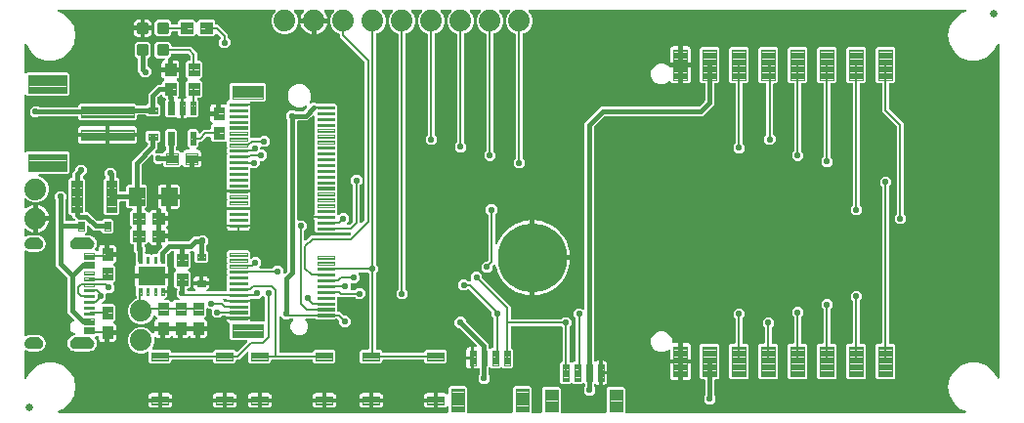
<source format=gtl>
G04 EAGLE Gerber RS-274X export*
G75*
%MOMM*%
%FSLAX34Y34*%
%LPD*%
%INTop Copper*%
%IPPOS*%
%AMOC8*
5,1,8,0,0,1.08239X$1,22.5*%
G01*
%ADD10C,0.102000*%
%ADD11C,0.654000*%
%ADD12C,0.100000*%
%ADD13C,0.635000*%
%ADD14C,0.099059*%
%ADD15C,6.000000*%
%ADD16C,0.300000*%
%ADD17C,0.096000*%
%ADD18C,0.098000*%
%ADD19C,1.879600*%
%ADD20C,0.100800*%
%ADD21C,0.099000*%
%ADD22C,0.104000*%
%ADD23C,0.203200*%
%ADD24C,0.558800*%
%ADD25C,0.406400*%

G36*
X369410Y3057D02*
X369410Y3057D01*
X369468Y3055D01*
X369550Y3077D01*
X369634Y3089D01*
X369687Y3112D01*
X369743Y3127D01*
X369816Y3170D01*
X369893Y3205D01*
X369938Y3243D01*
X369988Y3272D01*
X370046Y3334D01*
X370110Y3388D01*
X370142Y3437D01*
X370182Y3480D01*
X370221Y3555D01*
X370268Y3625D01*
X370285Y3681D01*
X370312Y3733D01*
X370323Y3801D01*
X370353Y3896D01*
X370356Y3996D01*
X370367Y4064D01*
X370367Y7743D01*
X370363Y7772D01*
X370366Y7802D01*
X370343Y7912D01*
X370327Y8025D01*
X370315Y8052D01*
X370310Y8080D01*
X370258Y8180D01*
X370211Y8284D01*
X370192Y8307D01*
X370179Y8333D01*
X370101Y8415D01*
X370028Y8501D01*
X370003Y8517D01*
X369983Y8539D01*
X369885Y8596D01*
X369791Y8659D01*
X369763Y8668D01*
X369738Y8682D01*
X369628Y8710D01*
X369520Y8745D01*
X369491Y8745D01*
X369462Y8753D01*
X369349Y8749D01*
X369236Y8752D01*
X369207Y8744D01*
X369178Y8743D01*
X369070Y8709D01*
X368961Y8680D01*
X368935Y8665D01*
X368907Y8656D01*
X368844Y8610D01*
X368716Y8535D01*
X368673Y8489D01*
X368634Y8461D01*
X368399Y8226D01*
X367707Y7826D01*
X366934Y7619D01*
X361314Y7619D01*
X361314Y13081D01*
X361306Y13139D01*
X361308Y13197D01*
X361286Y13279D01*
X361274Y13362D01*
X361251Y13416D01*
X361236Y13472D01*
X361193Y13545D01*
X361158Y13622D01*
X361120Y13666D01*
X361091Y13717D01*
X361029Y13774D01*
X360975Y13839D01*
X360926Y13871D01*
X360883Y13911D01*
X360808Y13950D01*
X360776Y13971D01*
X360840Y14000D01*
X360885Y14038D01*
X360935Y14068D01*
X360993Y14129D01*
X361057Y14184D01*
X361089Y14232D01*
X361129Y14275D01*
X361168Y14350D01*
X361215Y14420D01*
X361232Y14476D01*
X361259Y14528D01*
X361270Y14596D01*
X361300Y14691D01*
X361303Y14791D01*
X361314Y14859D01*
X361314Y20321D01*
X366934Y20321D01*
X367707Y20114D01*
X368399Y19714D01*
X368634Y19479D01*
X368658Y19461D01*
X368677Y19439D01*
X368771Y19376D01*
X368861Y19308D01*
X368889Y19298D01*
X368913Y19281D01*
X369021Y19247D01*
X369127Y19207D01*
X369156Y19204D01*
X369184Y19195D01*
X369297Y19193D01*
X369410Y19183D01*
X369439Y19189D01*
X369468Y19188D01*
X369578Y19217D01*
X369689Y19239D01*
X369715Y19253D01*
X369743Y19260D01*
X369841Y19318D01*
X369941Y19370D01*
X369963Y19390D01*
X369988Y19405D01*
X370065Y19488D01*
X370147Y19566D01*
X370162Y19591D01*
X370182Y19613D01*
X370234Y19713D01*
X370291Y19811D01*
X370298Y19840D01*
X370312Y19866D01*
X370325Y19943D01*
X370361Y20087D01*
X370359Y20149D01*
X370367Y20197D01*
X370367Y24611D01*
X371839Y26083D01*
X384961Y26083D01*
X386433Y24611D01*
X386433Y4064D01*
X386441Y4006D01*
X386439Y3948D01*
X386461Y3866D01*
X386473Y3782D01*
X386496Y3729D01*
X386511Y3673D01*
X386554Y3600D01*
X386589Y3523D01*
X386627Y3478D01*
X386656Y3428D01*
X386718Y3370D01*
X386772Y3306D01*
X386821Y3274D01*
X386864Y3234D01*
X386939Y3195D01*
X387009Y3148D01*
X387065Y3131D01*
X387117Y3104D01*
X387185Y3093D01*
X387280Y3063D01*
X387380Y3060D01*
X387448Y3049D01*
X425352Y3049D01*
X425410Y3057D01*
X425468Y3055D01*
X425550Y3077D01*
X425634Y3089D01*
X425687Y3112D01*
X425743Y3127D01*
X425816Y3170D01*
X425893Y3205D01*
X425938Y3243D01*
X425988Y3272D01*
X426046Y3334D01*
X426110Y3388D01*
X426142Y3437D01*
X426182Y3480D01*
X426221Y3555D01*
X426268Y3625D01*
X426285Y3681D01*
X426312Y3733D01*
X426323Y3801D01*
X426353Y3896D01*
X426356Y3996D01*
X426367Y4064D01*
X426367Y24611D01*
X427839Y26083D01*
X440961Y26083D01*
X442433Y24611D01*
X442433Y4064D01*
X442441Y4006D01*
X442439Y3948D01*
X442461Y3866D01*
X442473Y3782D01*
X442496Y3729D01*
X442511Y3673D01*
X442554Y3600D01*
X442589Y3523D01*
X442627Y3478D01*
X442656Y3428D01*
X442718Y3370D01*
X442772Y3306D01*
X442821Y3274D01*
X442864Y3234D01*
X442939Y3195D01*
X443009Y3148D01*
X443065Y3131D01*
X443117Y3104D01*
X443185Y3093D01*
X443280Y3063D01*
X443380Y3060D01*
X443448Y3049D01*
X450412Y3049D01*
X450470Y3057D01*
X450528Y3055D01*
X450610Y3077D01*
X450694Y3089D01*
X450747Y3112D01*
X450803Y3127D01*
X450876Y3170D01*
X450953Y3205D01*
X450998Y3243D01*
X451048Y3272D01*
X451106Y3334D01*
X451170Y3388D01*
X451202Y3437D01*
X451242Y3480D01*
X451281Y3555D01*
X451328Y3625D01*
X451345Y3681D01*
X451372Y3733D01*
X451383Y3801D01*
X451413Y3896D01*
X451416Y3996D01*
X451427Y4064D01*
X451427Y24281D01*
X452899Y25753D01*
X466021Y25753D01*
X467493Y24281D01*
X467493Y4064D01*
X467501Y4006D01*
X467499Y3948D01*
X467521Y3866D01*
X467533Y3782D01*
X467556Y3729D01*
X467571Y3673D01*
X467614Y3600D01*
X467649Y3523D01*
X467687Y3478D01*
X467716Y3428D01*
X467778Y3370D01*
X467832Y3306D01*
X467881Y3274D01*
X467924Y3234D01*
X467999Y3195D01*
X468069Y3148D01*
X468125Y3131D01*
X468177Y3104D01*
X468245Y3093D01*
X468340Y3063D01*
X468440Y3060D01*
X468508Y3049D01*
X506412Y3049D01*
X506470Y3057D01*
X506528Y3055D01*
X506610Y3077D01*
X506694Y3089D01*
X506747Y3112D01*
X506803Y3127D01*
X506876Y3170D01*
X506953Y3205D01*
X506998Y3243D01*
X507048Y3272D01*
X507106Y3334D01*
X507170Y3388D01*
X507202Y3437D01*
X507242Y3480D01*
X507281Y3555D01*
X507328Y3625D01*
X507345Y3681D01*
X507372Y3733D01*
X507383Y3801D01*
X507413Y3896D01*
X507416Y3996D01*
X507427Y4064D01*
X507427Y24281D01*
X508899Y25753D01*
X522021Y25753D01*
X523493Y24281D01*
X523493Y4064D01*
X523501Y4006D01*
X523499Y3948D01*
X523521Y3866D01*
X523533Y3782D01*
X523556Y3729D01*
X523571Y3673D01*
X523614Y3600D01*
X523649Y3523D01*
X523687Y3478D01*
X523716Y3428D01*
X523778Y3370D01*
X523832Y3306D01*
X523881Y3274D01*
X523924Y3234D01*
X523999Y3195D01*
X524069Y3148D01*
X524125Y3131D01*
X524177Y3104D01*
X524245Y3093D01*
X524340Y3063D01*
X524440Y3060D01*
X524508Y3049D01*
X818025Y3049D01*
X818132Y3064D01*
X818239Y3072D01*
X818272Y3084D01*
X818306Y3089D01*
X818405Y3133D01*
X818506Y3170D01*
X818534Y3191D01*
X818566Y3205D01*
X818648Y3275D01*
X818735Y3338D01*
X818756Y3366D01*
X818783Y3388D01*
X818842Y3478D01*
X818908Y3564D01*
X818921Y3596D01*
X818940Y3625D01*
X818973Y3728D01*
X819012Y3828D01*
X819016Y3863D01*
X819026Y3896D01*
X819029Y4004D01*
X819039Y4111D01*
X819033Y4146D01*
X819033Y4180D01*
X819006Y4285D01*
X818986Y4391D01*
X818970Y4422D01*
X818962Y4455D01*
X818907Y4548D01*
X818858Y4644D01*
X818834Y4670D01*
X818816Y4700D01*
X818738Y4774D01*
X818664Y4853D01*
X818637Y4868D01*
X818609Y4894D01*
X818418Y4992D01*
X818372Y5018D01*
X814538Y6413D01*
X808705Y11308D01*
X804898Y17902D01*
X803576Y25400D01*
X804898Y32898D01*
X808705Y39492D01*
X814538Y44387D01*
X821693Y46991D01*
X829307Y46991D01*
X836462Y44387D01*
X842295Y39492D01*
X845957Y33149D01*
X845969Y33134D01*
X845977Y33116D01*
X846056Y33022D01*
X846132Y32925D01*
X846148Y32914D01*
X846161Y32899D01*
X846263Y32831D01*
X846362Y32759D01*
X846381Y32752D01*
X846397Y32741D01*
X846514Y32704D01*
X846630Y32663D01*
X846650Y32661D01*
X846668Y32656D01*
X846791Y32652D01*
X846914Y32645D01*
X846933Y32649D01*
X846952Y32648D01*
X847071Y32679D01*
X847191Y32706D01*
X847209Y32715D01*
X847227Y32720D01*
X847333Y32783D01*
X847441Y32842D01*
X847455Y32855D01*
X847472Y32865D01*
X847556Y32955D01*
X847643Y33041D01*
X847653Y33058D01*
X847666Y33073D01*
X847722Y33182D01*
X847782Y33289D01*
X847787Y33308D01*
X847796Y33326D01*
X847808Y33398D01*
X847847Y33566D01*
X847845Y33617D01*
X847851Y33657D01*
X847851Y321943D01*
X847849Y321963D01*
X847851Y321982D01*
X847829Y322103D01*
X847811Y322225D01*
X847803Y322242D01*
X847800Y322262D01*
X847745Y322372D01*
X847695Y322484D01*
X847683Y322499D01*
X847674Y322517D01*
X847591Y322607D01*
X847512Y322701D01*
X847495Y322712D01*
X847482Y322726D01*
X847377Y322791D01*
X847275Y322859D01*
X847256Y322865D01*
X847240Y322875D01*
X847121Y322907D01*
X847004Y322944D01*
X846984Y322945D01*
X846965Y322950D01*
X846843Y322949D01*
X846720Y322952D01*
X846701Y322947D01*
X846681Y322947D01*
X846563Y322911D01*
X846445Y322880D01*
X846428Y322870D01*
X846409Y322864D01*
X846306Y322797D01*
X846200Y322735D01*
X846187Y322720D01*
X846170Y322710D01*
X846124Y322653D01*
X846006Y322527D01*
X845982Y322482D01*
X845957Y322451D01*
X842295Y316108D01*
X836462Y311213D01*
X829307Y308609D01*
X821693Y308609D01*
X814538Y311213D01*
X808705Y316108D01*
X804898Y322702D01*
X803576Y330200D01*
X804898Y337698D01*
X808705Y344292D01*
X814538Y349187D01*
X818372Y350582D01*
X818467Y350633D01*
X818566Y350677D01*
X818592Y350699D01*
X818623Y350716D01*
X818700Y350791D01*
X818783Y350861D01*
X818802Y350889D01*
X818827Y350914D01*
X818881Y351007D01*
X818940Y351097D01*
X818951Y351130D01*
X818968Y351160D01*
X818994Y351265D01*
X819026Y351368D01*
X819027Y351403D01*
X819035Y351437D01*
X819031Y351544D01*
X819033Y351652D01*
X819025Y351686D01*
X819023Y351721D01*
X818989Y351823D01*
X818962Y351927D01*
X818944Y351957D01*
X818933Y351990D01*
X818871Y352079D01*
X818816Y352172D01*
X818791Y352196D01*
X818771Y352224D01*
X818688Y352293D01*
X818609Y352366D01*
X818578Y352382D01*
X818551Y352404D01*
X818452Y352447D01*
X818356Y352496D01*
X818325Y352501D01*
X818290Y352516D01*
X818077Y352542D01*
X818025Y352551D01*
X440765Y352551D01*
X440736Y352547D01*
X440707Y352550D01*
X440596Y352527D01*
X440484Y352511D01*
X440457Y352499D01*
X440428Y352494D01*
X440328Y352441D01*
X440224Y352395D01*
X440202Y352376D01*
X440176Y352363D01*
X440094Y352285D01*
X440007Y352212D01*
X439991Y352187D01*
X439970Y352167D01*
X439913Y352069D01*
X439850Y351975D01*
X439841Y351947D01*
X439826Y351922D01*
X439798Y351812D01*
X439764Y351704D01*
X439763Y351674D01*
X439756Y351646D01*
X439760Y351533D01*
X439757Y351420D01*
X439764Y351391D01*
X439765Y351362D01*
X439800Y351254D01*
X439828Y351145D01*
X439843Y351119D01*
X439852Y351091D01*
X439898Y351027D01*
X439974Y350900D01*
X440019Y350857D01*
X440047Y350818D01*
X441491Y349375D01*
X443231Y345174D01*
X443231Y340626D01*
X441490Y336425D01*
X438275Y333210D01*
X435475Y332050D01*
X435474Y332049D01*
X435473Y332049D01*
X435354Y331978D01*
X435231Y331905D01*
X435230Y331904D01*
X435228Y331903D01*
X435131Y331800D01*
X435035Y331699D01*
X435035Y331697D01*
X435034Y331696D01*
X434969Y331570D01*
X434905Y331446D01*
X434905Y331444D01*
X434904Y331443D01*
X434902Y331428D01*
X434850Y331167D01*
X434853Y331137D01*
X434849Y331112D01*
X434849Y223908D01*
X434861Y223821D01*
X434864Y223734D01*
X434881Y223681D01*
X434889Y223626D01*
X434924Y223547D01*
X434951Y223463D01*
X434979Y223424D01*
X435005Y223367D01*
X435101Y223254D01*
X435146Y223190D01*
X436627Y221709D01*
X436627Y217711D01*
X433799Y214883D01*
X429801Y214883D01*
X426973Y217711D01*
X426973Y221709D01*
X428454Y223190D01*
X428506Y223260D01*
X428566Y223324D01*
X428592Y223373D01*
X428625Y223417D01*
X428656Y223499D01*
X428696Y223577D01*
X428704Y223624D01*
X428726Y223683D01*
X428738Y223830D01*
X428751Y223908D01*
X428751Y331112D01*
X428751Y331113D01*
X428751Y331115D01*
X428732Y331250D01*
X428711Y331393D01*
X428711Y331395D01*
X428711Y331396D01*
X428654Y331522D01*
X428595Y331653D01*
X428594Y331654D01*
X428593Y331655D01*
X428503Y331762D01*
X428412Y331870D01*
X428410Y331871D01*
X428409Y331872D01*
X428396Y331880D01*
X428175Y332027D01*
X428146Y332037D01*
X428125Y332050D01*
X425325Y333210D01*
X422110Y336425D01*
X420369Y340626D01*
X420369Y345174D01*
X422109Y349375D01*
X423553Y350818D01*
X423570Y350842D01*
X423593Y350861D01*
X423655Y350955D01*
X423724Y351045D01*
X423734Y351073D01*
X423750Y351097D01*
X423784Y351205D01*
X423825Y351311D01*
X423827Y351340D01*
X423836Y351368D01*
X423839Y351482D01*
X423848Y351594D01*
X423843Y351623D01*
X423843Y351652D01*
X423815Y351762D01*
X423792Y351873D01*
X423779Y351899D01*
X423772Y351927D01*
X423714Y352025D01*
X423661Y352125D01*
X423641Y352147D01*
X423626Y352172D01*
X423544Y352249D01*
X423466Y352331D01*
X423440Y352346D01*
X423419Y352366D01*
X423318Y352418D01*
X423220Y352475D01*
X423192Y352482D01*
X423166Y352496D01*
X423088Y352509D01*
X422945Y352545D01*
X422882Y352543D01*
X422835Y352551D01*
X415365Y352551D01*
X415336Y352547D01*
X415307Y352550D01*
X415196Y352527D01*
X415084Y352511D01*
X415057Y352499D01*
X415028Y352494D01*
X414928Y352441D01*
X414824Y352395D01*
X414802Y352376D01*
X414776Y352363D01*
X414694Y352285D01*
X414607Y352212D01*
X414591Y352187D01*
X414570Y352167D01*
X414513Y352069D01*
X414450Y351975D01*
X414441Y351947D01*
X414426Y351922D01*
X414398Y351812D01*
X414364Y351704D01*
X414363Y351674D01*
X414356Y351646D01*
X414360Y351533D01*
X414357Y351420D01*
X414364Y351391D01*
X414365Y351362D01*
X414400Y351254D01*
X414428Y351145D01*
X414443Y351119D01*
X414452Y351091D01*
X414498Y351027D01*
X414574Y350900D01*
X414619Y350857D01*
X414647Y350818D01*
X416091Y349375D01*
X417831Y345174D01*
X417831Y340626D01*
X416090Y336425D01*
X412875Y333209D01*
X409948Y331997D01*
X409947Y331996D01*
X409946Y331996D01*
X409825Y331925D01*
X409704Y331853D01*
X409703Y331852D01*
X409701Y331851D01*
X409601Y331744D01*
X409508Y331646D01*
X409508Y331645D01*
X409507Y331644D01*
X409442Y331518D01*
X409378Y331393D01*
X409378Y331392D01*
X409377Y331390D01*
X409375Y331376D01*
X409323Y331114D01*
X409326Y331084D01*
X409322Y331059D01*
X409322Y230385D01*
X409334Y230298D01*
X409337Y230211D01*
X409354Y230158D01*
X409362Y230103D01*
X409397Y230024D01*
X409424Y229940D01*
X409452Y229901D01*
X409478Y229844D01*
X409574Y229731D01*
X409619Y229667D01*
X411100Y228186D01*
X411100Y224188D01*
X408272Y221360D01*
X404274Y221360D01*
X401446Y224188D01*
X401446Y228186D01*
X402927Y229667D01*
X402979Y229737D01*
X403039Y229801D01*
X403065Y229850D01*
X403098Y229894D01*
X403129Y229976D01*
X403169Y230054D01*
X403177Y230101D01*
X403199Y230160D01*
X403211Y230307D01*
X403224Y230385D01*
X403224Y331165D01*
X403224Y331166D01*
X403224Y331168D01*
X403204Y331308D01*
X403184Y331446D01*
X403184Y331447D01*
X403184Y331449D01*
X403129Y331570D01*
X403068Y331705D01*
X403067Y331707D01*
X403066Y331708D01*
X402979Y331811D01*
X402885Y331922D01*
X402883Y331923D01*
X402882Y331925D01*
X402869Y331933D01*
X402648Y332080D01*
X402619Y332089D01*
X402598Y332103D01*
X399925Y333209D01*
X396710Y336425D01*
X394969Y340626D01*
X394969Y345174D01*
X396709Y349375D01*
X398153Y350818D01*
X398170Y350842D01*
X398193Y350861D01*
X398255Y350955D01*
X398324Y351045D01*
X398334Y351073D01*
X398350Y351097D01*
X398384Y351205D01*
X398425Y351311D01*
X398427Y351340D01*
X398436Y351368D01*
X398439Y351482D01*
X398448Y351594D01*
X398443Y351623D01*
X398443Y351652D01*
X398415Y351762D01*
X398392Y351873D01*
X398379Y351899D01*
X398372Y351927D01*
X398314Y352025D01*
X398261Y352125D01*
X398241Y352147D01*
X398226Y352172D01*
X398144Y352249D01*
X398066Y352331D01*
X398040Y352346D01*
X398019Y352366D01*
X397918Y352418D01*
X397820Y352475D01*
X397792Y352482D01*
X397766Y352496D01*
X397688Y352509D01*
X397545Y352545D01*
X397482Y352543D01*
X397435Y352551D01*
X389965Y352551D01*
X389936Y352547D01*
X389907Y352550D01*
X389796Y352527D01*
X389684Y352511D01*
X389657Y352499D01*
X389628Y352494D01*
X389528Y352441D01*
X389424Y352395D01*
X389402Y352376D01*
X389376Y352363D01*
X389294Y352285D01*
X389207Y352212D01*
X389191Y352187D01*
X389170Y352167D01*
X389113Y352069D01*
X389050Y351975D01*
X389041Y351947D01*
X389026Y351922D01*
X388998Y351812D01*
X388964Y351704D01*
X388963Y351674D01*
X388956Y351646D01*
X388960Y351533D01*
X388957Y351420D01*
X388964Y351391D01*
X388965Y351362D01*
X389000Y351254D01*
X389028Y351145D01*
X389043Y351119D01*
X389052Y351091D01*
X389098Y351027D01*
X389174Y350900D01*
X389219Y350857D01*
X389247Y350818D01*
X390691Y349375D01*
X392431Y345174D01*
X392431Y340626D01*
X390690Y336425D01*
X387475Y333210D01*
X384675Y332050D01*
X384674Y332049D01*
X384673Y332049D01*
X384554Y331978D01*
X384431Y331905D01*
X384430Y331904D01*
X384428Y331903D01*
X384331Y331800D01*
X384235Y331699D01*
X384235Y331697D01*
X384234Y331696D01*
X384169Y331570D01*
X384105Y331446D01*
X384105Y331444D01*
X384104Y331443D01*
X384102Y331428D01*
X384050Y331167D01*
X384053Y331137D01*
X384049Y331112D01*
X384049Y237878D01*
X384061Y237791D01*
X384064Y237704D01*
X384081Y237651D01*
X384089Y237596D01*
X384124Y237517D01*
X384151Y237433D01*
X384179Y237394D01*
X384205Y237337D01*
X384301Y237224D01*
X384346Y237160D01*
X385827Y235679D01*
X385827Y231681D01*
X382999Y228853D01*
X379001Y228853D01*
X376173Y231681D01*
X376173Y235679D01*
X377654Y237160D01*
X377706Y237230D01*
X377766Y237294D01*
X377792Y237343D01*
X377825Y237387D01*
X377856Y237469D01*
X377896Y237547D01*
X377904Y237594D01*
X377926Y237653D01*
X377938Y237800D01*
X377951Y237878D01*
X377951Y331112D01*
X377951Y331113D01*
X377951Y331115D01*
X377932Y331250D01*
X377911Y331393D01*
X377911Y331395D01*
X377911Y331396D01*
X377854Y331522D01*
X377795Y331653D01*
X377794Y331654D01*
X377793Y331655D01*
X377703Y331762D01*
X377612Y331870D01*
X377610Y331871D01*
X377609Y331872D01*
X377596Y331880D01*
X377375Y332027D01*
X377346Y332037D01*
X377325Y332050D01*
X374525Y333210D01*
X371310Y336425D01*
X369569Y340626D01*
X369569Y345174D01*
X371309Y349375D01*
X372753Y350818D01*
X372770Y350842D01*
X372793Y350861D01*
X372855Y350955D01*
X372924Y351045D01*
X372934Y351073D01*
X372950Y351097D01*
X372984Y351205D01*
X373025Y351311D01*
X373027Y351340D01*
X373036Y351368D01*
X373039Y351482D01*
X373048Y351594D01*
X373043Y351623D01*
X373043Y351652D01*
X373015Y351762D01*
X372992Y351873D01*
X372979Y351899D01*
X372972Y351927D01*
X372914Y352025D01*
X372861Y352125D01*
X372841Y352147D01*
X372826Y352172D01*
X372744Y352249D01*
X372666Y352331D01*
X372640Y352346D01*
X372619Y352366D01*
X372518Y352418D01*
X372420Y352475D01*
X372392Y352482D01*
X372366Y352496D01*
X372288Y352509D01*
X372145Y352545D01*
X372082Y352543D01*
X372035Y352551D01*
X364565Y352551D01*
X364536Y352547D01*
X364507Y352550D01*
X364396Y352527D01*
X364284Y352511D01*
X364257Y352499D01*
X364228Y352494D01*
X364128Y352441D01*
X364024Y352395D01*
X364002Y352376D01*
X363976Y352363D01*
X363894Y352285D01*
X363807Y352212D01*
X363791Y352187D01*
X363770Y352167D01*
X363713Y352069D01*
X363650Y351975D01*
X363641Y351947D01*
X363626Y351922D01*
X363598Y351812D01*
X363564Y351704D01*
X363563Y351674D01*
X363556Y351646D01*
X363560Y351533D01*
X363557Y351420D01*
X363564Y351391D01*
X363565Y351362D01*
X363600Y351254D01*
X363628Y351145D01*
X363643Y351119D01*
X363652Y351091D01*
X363698Y351027D01*
X363774Y350900D01*
X363819Y350857D01*
X363847Y350818D01*
X365291Y349375D01*
X367031Y345174D01*
X367031Y340626D01*
X365290Y336425D01*
X362075Y333210D01*
X359275Y332050D01*
X359274Y332049D01*
X359273Y332049D01*
X359154Y331978D01*
X359031Y331905D01*
X359030Y331904D01*
X359028Y331903D01*
X358931Y331800D01*
X358835Y331699D01*
X358835Y331697D01*
X358834Y331696D01*
X358769Y331570D01*
X358705Y331446D01*
X358705Y331444D01*
X358704Y331443D01*
X358702Y331428D01*
X358650Y331167D01*
X358653Y331137D01*
X358649Y331112D01*
X358649Y244228D01*
X358661Y244141D01*
X358664Y244054D01*
X358681Y244001D01*
X358689Y243946D01*
X358724Y243867D01*
X358751Y243783D01*
X358779Y243744D01*
X358805Y243687D01*
X358901Y243574D01*
X358946Y243510D01*
X360427Y242029D01*
X360427Y238031D01*
X357599Y235203D01*
X353601Y235203D01*
X350773Y238031D01*
X350773Y242029D01*
X352254Y243510D01*
X352306Y243580D01*
X352366Y243644D01*
X352392Y243693D01*
X352425Y243737D01*
X352456Y243819D01*
X352496Y243897D01*
X352504Y243944D01*
X352526Y244003D01*
X352538Y244150D01*
X352551Y244228D01*
X352551Y331112D01*
X352551Y331113D01*
X352551Y331115D01*
X352532Y331250D01*
X352511Y331393D01*
X352511Y331395D01*
X352511Y331396D01*
X352454Y331522D01*
X352395Y331653D01*
X352394Y331654D01*
X352393Y331655D01*
X352303Y331762D01*
X352212Y331870D01*
X352210Y331871D01*
X352209Y331872D01*
X352196Y331880D01*
X351975Y332027D01*
X351946Y332037D01*
X351925Y332050D01*
X349125Y333210D01*
X345910Y336425D01*
X344169Y340626D01*
X344169Y345174D01*
X345909Y349375D01*
X347353Y350818D01*
X347370Y350842D01*
X347393Y350861D01*
X347455Y350955D01*
X347524Y351045D01*
X347534Y351073D01*
X347550Y351097D01*
X347584Y351205D01*
X347625Y351311D01*
X347627Y351340D01*
X347636Y351368D01*
X347639Y351482D01*
X347648Y351594D01*
X347643Y351623D01*
X347643Y351652D01*
X347615Y351762D01*
X347592Y351873D01*
X347579Y351899D01*
X347572Y351927D01*
X347514Y352025D01*
X347461Y352125D01*
X347441Y352147D01*
X347426Y352172D01*
X347344Y352249D01*
X347266Y352331D01*
X347240Y352346D01*
X347219Y352366D01*
X347118Y352418D01*
X347020Y352475D01*
X346992Y352482D01*
X346966Y352496D01*
X346888Y352509D01*
X346745Y352545D01*
X346682Y352543D01*
X346635Y352551D01*
X339165Y352551D01*
X339136Y352547D01*
X339107Y352550D01*
X338996Y352527D01*
X338884Y352511D01*
X338857Y352499D01*
X338828Y352494D01*
X338728Y352441D01*
X338624Y352395D01*
X338602Y352376D01*
X338576Y352363D01*
X338494Y352285D01*
X338407Y352212D01*
X338391Y352187D01*
X338370Y352167D01*
X338313Y352069D01*
X338250Y351975D01*
X338241Y351947D01*
X338226Y351922D01*
X338198Y351812D01*
X338164Y351704D01*
X338163Y351674D01*
X338156Y351646D01*
X338160Y351533D01*
X338157Y351420D01*
X338164Y351391D01*
X338165Y351362D01*
X338200Y351254D01*
X338228Y351145D01*
X338243Y351119D01*
X338252Y351091D01*
X338298Y351027D01*
X338374Y350900D01*
X338419Y350857D01*
X338447Y350818D01*
X339891Y349375D01*
X341631Y345174D01*
X341631Y340626D01*
X339890Y336425D01*
X336675Y333210D01*
X333875Y332050D01*
X333874Y332049D01*
X333873Y332049D01*
X333754Y331978D01*
X333631Y331905D01*
X333630Y331904D01*
X333628Y331903D01*
X333531Y331800D01*
X333435Y331699D01*
X333435Y331697D01*
X333434Y331696D01*
X333369Y331570D01*
X333305Y331446D01*
X333305Y331444D01*
X333304Y331443D01*
X333302Y331428D01*
X333250Y331167D01*
X333253Y331137D01*
X333249Y331112D01*
X333249Y110521D01*
X333261Y110434D01*
X333264Y110347D01*
X333281Y110294D01*
X333289Y110239D01*
X333324Y110160D01*
X333351Y110076D01*
X333379Y110037D01*
X333405Y109980D01*
X333501Y109867D01*
X333546Y109803D01*
X335027Y108322D01*
X335027Y104324D01*
X332199Y101496D01*
X328201Y101496D01*
X325373Y104324D01*
X325373Y108322D01*
X326854Y109803D01*
X326906Y109873D01*
X326966Y109937D01*
X326992Y109986D01*
X327025Y110030D01*
X327056Y110112D01*
X327096Y110190D01*
X327104Y110237D01*
X327126Y110296D01*
X327138Y110443D01*
X327151Y110521D01*
X327151Y331112D01*
X327151Y331113D01*
X327151Y331115D01*
X327132Y331250D01*
X327111Y331393D01*
X327111Y331395D01*
X327111Y331396D01*
X327054Y331522D01*
X326995Y331653D01*
X326994Y331654D01*
X326993Y331655D01*
X326903Y331762D01*
X326812Y331870D01*
X326810Y331871D01*
X326809Y331872D01*
X326796Y331880D01*
X326575Y332027D01*
X326546Y332037D01*
X326525Y332050D01*
X323725Y333210D01*
X320510Y336425D01*
X318769Y340626D01*
X318769Y345174D01*
X320509Y349375D01*
X321953Y350818D01*
X321970Y350842D01*
X321993Y350861D01*
X322055Y350955D01*
X322124Y351045D01*
X322134Y351073D01*
X322150Y351097D01*
X322184Y351205D01*
X322225Y351311D01*
X322227Y351340D01*
X322236Y351368D01*
X322239Y351482D01*
X322248Y351594D01*
X322243Y351623D01*
X322243Y351652D01*
X322215Y351762D01*
X322192Y351873D01*
X322179Y351899D01*
X322172Y351927D01*
X322114Y352025D01*
X322061Y352125D01*
X322041Y352147D01*
X322026Y352172D01*
X321944Y352249D01*
X321866Y352331D01*
X321840Y352346D01*
X321819Y352366D01*
X321718Y352418D01*
X321620Y352475D01*
X321592Y352482D01*
X321566Y352496D01*
X321488Y352509D01*
X321345Y352545D01*
X321282Y352543D01*
X321235Y352551D01*
X313765Y352551D01*
X313736Y352547D01*
X313707Y352550D01*
X313596Y352527D01*
X313484Y352511D01*
X313457Y352499D01*
X313428Y352494D01*
X313328Y352441D01*
X313224Y352395D01*
X313202Y352376D01*
X313176Y352363D01*
X313094Y352285D01*
X313007Y352212D01*
X312991Y352187D01*
X312970Y352167D01*
X312913Y352069D01*
X312850Y351975D01*
X312841Y351947D01*
X312826Y351922D01*
X312798Y351812D01*
X312764Y351704D01*
X312763Y351674D01*
X312756Y351646D01*
X312760Y351533D01*
X312757Y351420D01*
X312764Y351391D01*
X312765Y351362D01*
X312800Y351254D01*
X312828Y351145D01*
X312843Y351119D01*
X312852Y351091D01*
X312898Y351027D01*
X312974Y350900D01*
X313019Y350857D01*
X313047Y350818D01*
X314491Y349375D01*
X316231Y345174D01*
X316231Y340626D01*
X314490Y336425D01*
X311275Y333210D01*
X308475Y332050D01*
X308474Y332049D01*
X308473Y332049D01*
X308354Y331978D01*
X308231Y331905D01*
X308230Y331904D01*
X308228Y331903D01*
X308131Y331800D01*
X308035Y331699D01*
X308035Y331697D01*
X308034Y331696D01*
X307969Y331570D01*
X307905Y331446D01*
X307905Y331444D01*
X307904Y331443D01*
X307902Y331428D01*
X307850Y331167D01*
X307853Y331137D01*
X307849Y331112D01*
X307849Y131998D01*
X307861Y131911D01*
X307864Y131824D01*
X307881Y131771D01*
X307889Y131716D01*
X307924Y131637D01*
X307951Y131553D01*
X307979Y131514D01*
X308005Y131457D01*
X308059Y131392D01*
X308085Y131350D01*
X308120Y131317D01*
X308146Y131280D01*
X309627Y129799D01*
X309627Y125801D01*
X308146Y124320D01*
X308094Y124250D01*
X308034Y124186D01*
X308008Y124137D01*
X307975Y124093D01*
X307944Y124011D01*
X307904Y123933D01*
X307896Y123886D01*
X307874Y123827D01*
X307862Y123679D01*
X307849Y123602D01*
X307849Y58928D01*
X307857Y58870D01*
X307855Y58812D01*
X307877Y58730D01*
X307889Y58646D01*
X307912Y58593D01*
X307927Y58537D01*
X307970Y58464D01*
X308005Y58387D01*
X308043Y58342D01*
X308072Y58292D01*
X308134Y58234D01*
X308188Y58170D01*
X308237Y58138D01*
X308280Y58098D01*
X308355Y58059D01*
X308425Y58012D01*
X308481Y57995D01*
X308533Y57968D01*
X308601Y57957D01*
X308696Y57927D01*
X308796Y57924D01*
X308864Y57913D01*
X311702Y57913D01*
X313183Y56432D01*
X313183Y56134D01*
X313191Y56076D01*
X313189Y56018D01*
X313211Y55936D01*
X313223Y55852D01*
X313246Y55799D01*
X313261Y55743D01*
X313304Y55670D01*
X313339Y55593D01*
X313377Y55548D01*
X313406Y55498D01*
X313468Y55440D01*
X313522Y55376D01*
X313571Y55344D01*
X313614Y55304D01*
X313689Y55265D01*
X313759Y55218D01*
X313815Y55201D01*
X313867Y55174D01*
X313935Y55163D01*
X314030Y55133D01*
X314130Y55130D01*
X314198Y55119D01*
X348742Y55119D01*
X348800Y55127D01*
X348858Y55125D01*
X348940Y55147D01*
X349024Y55159D01*
X349077Y55182D01*
X349133Y55197D01*
X349206Y55240D01*
X349283Y55275D01*
X349328Y55313D01*
X349378Y55342D01*
X349436Y55404D01*
X349500Y55458D01*
X349532Y55507D01*
X349572Y55550D01*
X349611Y55625D01*
X349658Y55695D01*
X349675Y55751D01*
X349702Y55803D01*
X349713Y55871D01*
X349743Y55966D01*
X349746Y56066D01*
X349757Y56134D01*
X349757Y56432D01*
X351238Y57913D01*
X367582Y57913D01*
X369063Y56432D01*
X369063Y47708D01*
X367582Y46227D01*
X351238Y46227D01*
X349757Y47708D01*
X349757Y48006D01*
X349749Y48064D01*
X349751Y48122D01*
X349729Y48204D01*
X349717Y48288D01*
X349694Y48341D01*
X349679Y48397D01*
X349636Y48470D01*
X349601Y48547D01*
X349563Y48592D01*
X349534Y48642D01*
X349472Y48700D01*
X349418Y48764D01*
X349369Y48796D01*
X349326Y48836D01*
X349251Y48875D01*
X349181Y48922D01*
X349125Y48939D01*
X349073Y48966D01*
X349005Y48977D01*
X348910Y49007D01*
X348810Y49010D01*
X348742Y49021D01*
X314198Y49021D01*
X314140Y49013D01*
X314082Y49015D01*
X314000Y48993D01*
X313916Y48981D01*
X313863Y48958D01*
X313807Y48943D01*
X313734Y48900D01*
X313657Y48865D01*
X313612Y48827D01*
X313562Y48798D01*
X313504Y48736D01*
X313440Y48682D01*
X313408Y48633D01*
X313368Y48590D01*
X313329Y48515D01*
X313282Y48445D01*
X313265Y48389D01*
X313238Y48337D01*
X313227Y48269D01*
X313197Y48174D01*
X313194Y48074D01*
X313183Y48006D01*
X313183Y47708D01*
X311702Y46227D01*
X295358Y46227D01*
X293877Y47708D01*
X293877Y56432D01*
X295358Y57913D01*
X300736Y57913D01*
X300794Y57921D01*
X300852Y57919D01*
X300934Y57941D01*
X301018Y57953D01*
X301071Y57976D01*
X301127Y57991D01*
X301200Y58034D01*
X301277Y58069D01*
X301322Y58107D01*
X301372Y58136D01*
X301430Y58198D01*
X301494Y58252D01*
X301526Y58301D01*
X301566Y58344D01*
X301605Y58419D01*
X301652Y58489D01*
X301669Y58545D01*
X301696Y58597D01*
X301707Y58665D01*
X301737Y58760D01*
X301740Y58860D01*
X301751Y58928D01*
X301751Y123602D01*
X301739Y123689D01*
X301736Y123776D01*
X301719Y123829D01*
X301711Y123884D01*
X301676Y123963D01*
X301649Y124047D01*
X301621Y124086D01*
X301595Y124143D01*
X301500Y124256D01*
X301454Y124320D01*
X301320Y124454D01*
X301250Y124506D01*
X301186Y124566D01*
X301137Y124592D01*
X301093Y124625D01*
X301011Y124656D01*
X300933Y124696D01*
X300886Y124704D01*
X300827Y124726D01*
X300679Y124738D01*
X300602Y124751D01*
X293363Y124751D01*
X293334Y124747D01*
X293304Y124750D01*
X293193Y124727D01*
X293081Y124711D01*
X293055Y124699D01*
X293026Y124694D01*
X292925Y124641D01*
X292822Y124595D01*
X292799Y124576D01*
X292773Y124563D01*
X292691Y124485D01*
X292605Y124412D01*
X292589Y124387D01*
X292567Y124367D01*
X292510Y124269D01*
X292447Y124175D01*
X292438Y124147D01*
X292424Y124122D01*
X292396Y124012D01*
X292361Y123904D01*
X292361Y123874D01*
X292354Y123846D01*
X292357Y123733D01*
X292354Y123620D01*
X292362Y123591D01*
X292363Y123562D01*
X292397Y123454D01*
X292426Y123345D01*
X292441Y123319D01*
X292450Y123291D01*
X292496Y123227D01*
X292571Y123100D01*
X292617Y123057D01*
X292645Y123018D01*
X293117Y122546D01*
X293117Y118548D01*
X290289Y115720D01*
X286512Y115720D01*
X286454Y115712D01*
X286396Y115714D01*
X286314Y115692D01*
X286230Y115680D01*
X286177Y115657D01*
X286121Y115642D01*
X286048Y115599D01*
X285971Y115564D01*
X285926Y115526D01*
X285876Y115497D01*
X285818Y115435D01*
X285754Y115381D01*
X285722Y115332D01*
X285682Y115289D01*
X285643Y115214D01*
X285596Y115144D01*
X285579Y115088D01*
X285552Y115036D01*
X285541Y114968D01*
X285511Y114873D01*
X285508Y114773D01*
X285497Y114705D01*
X285497Y110387D01*
X285505Y110329D01*
X285503Y110271D01*
X285525Y110189D01*
X285537Y110105D01*
X285560Y110052D01*
X285575Y109996D01*
X285618Y109923D01*
X285653Y109846D01*
X285691Y109801D01*
X285720Y109751D01*
X285782Y109693D01*
X285836Y109629D01*
X285885Y109597D01*
X285928Y109557D01*
X286003Y109518D01*
X286073Y109471D01*
X286129Y109454D01*
X286181Y109427D01*
X286249Y109416D01*
X286344Y109386D01*
X286444Y109383D01*
X286512Y109372D01*
X289172Y109372D01*
X289259Y109384D01*
X289346Y109387D01*
X289399Y109404D01*
X289454Y109412D01*
X289533Y109447D01*
X289617Y109474D01*
X289656Y109502D01*
X289713Y109528D01*
X289826Y109624D01*
X289890Y109669D01*
X291371Y111150D01*
X295369Y111150D01*
X298197Y108322D01*
X298197Y104324D01*
X295369Y101496D01*
X291371Y101496D01*
X289890Y102977D01*
X289820Y103029D01*
X289756Y103089D01*
X289707Y103115D01*
X289663Y103148D01*
X289581Y103179D01*
X289503Y103219D01*
X289456Y103227D01*
X289397Y103249D01*
X289250Y103261D01*
X289172Y103274D01*
X275954Y103274D01*
X275566Y103663D01*
X275542Y103680D01*
X275523Y103703D01*
X275429Y103765D01*
X275339Y103833D01*
X275311Y103844D01*
X275287Y103860D01*
X275179Y103894D01*
X275073Y103935D01*
X275044Y103937D01*
X275016Y103946D01*
X274902Y103949D01*
X274790Y103958D01*
X274761Y103953D01*
X274732Y103953D01*
X274622Y103925D01*
X274511Y103902D01*
X274485Y103889D01*
X274457Y103881D01*
X274359Y103824D01*
X274259Y103771D01*
X274237Y103751D01*
X274212Y103736D01*
X274135Y103654D01*
X274053Y103576D01*
X274038Y103550D01*
X274018Y103529D01*
X273966Y103428D01*
X273909Y103330D01*
X273902Y103302D01*
X273888Y103276D01*
X273875Y103198D01*
X273839Y103055D01*
X273841Y102992D01*
X273833Y102945D01*
X273833Y100554D01*
X273822Y100525D01*
X273817Y100467D01*
X273802Y100410D01*
X273805Y100325D01*
X273798Y100242D01*
X273810Y100184D01*
X273812Y100126D01*
X273833Y100060D01*
X273833Y95554D01*
X273822Y95525D01*
X273817Y95467D01*
X273802Y95410D01*
X273805Y95325D01*
X273798Y95242D01*
X273810Y95184D01*
X273812Y95126D01*
X273833Y95060D01*
X273833Y91864D01*
X273841Y91806D01*
X273839Y91748D01*
X273861Y91666D01*
X273873Y91582D01*
X273896Y91529D01*
X273911Y91473D01*
X273954Y91400D01*
X273989Y91323D01*
X274027Y91278D01*
X274056Y91228D01*
X274118Y91170D01*
X274172Y91106D01*
X274221Y91074D01*
X274264Y91034D01*
X274339Y90995D01*
X274409Y90948D01*
X274465Y90931D01*
X274517Y90904D01*
X274585Y90893D01*
X274680Y90863D01*
X274780Y90860D01*
X274848Y90849D01*
X276683Y90849D01*
X279989Y87543D01*
X280059Y87490D01*
X280123Y87430D01*
X280172Y87405D01*
X280216Y87372D01*
X280298Y87341D01*
X280376Y87301D01*
X280423Y87293D01*
X280482Y87270D01*
X280630Y87258D01*
X280707Y87245D01*
X282801Y87245D01*
X285628Y84418D01*
X285628Y80419D01*
X282801Y77592D01*
X278802Y77592D01*
X275975Y80419D01*
X275975Y82513D01*
X275963Y82600D01*
X275960Y82687D01*
X275943Y82740D01*
X275935Y82795D01*
X275899Y82874D01*
X275872Y82958D01*
X275844Y82997D01*
X275819Y83054D01*
X275723Y83167D01*
X275677Y83231D01*
X274455Y84454D01*
X274385Y84506D01*
X274321Y84566D01*
X274271Y84592D01*
X274227Y84625D01*
X274146Y84656D01*
X274068Y84696D01*
X274020Y84704D01*
X273962Y84726D01*
X273814Y84738D01*
X273737Y84751D01*
X273248Y84751D01*
X273161Y84739D01*
X273074Y84736D01*
X273021Y84719D01*
X272966Y84711D01*
X272886Y84676D01*
X272803Y84649D01*
X272764Y84621D01*
X272707Y84595D01*
X272594Y84499D01*
X272530Y84454D01*
X272343Y84267D01*
X255757Y84267D01*
X255570Y84454D01*
X255500Y84506D01*
X255436Y84566D01*
X255387Y84592D01*
X255343Y84625D01*
X255261Y84656D01*
X255183Y84696D01*
X255136Y84704D01*
X255077Y84726D01*
X254930Y84738D01*
X254852Y84751D01*
X247453Y84751D01*
X247424Y84747D01*
X247394Y84750D01*
X247283Y84727D01*
X247171Y84711D01*
X247144Y84699D01*
X247116Y84694D01*
X247015Y84641D01*
X246912Y84595D01*
X246889Y84576D01*
X246863Y84563D01*
X246781Y84485D01*
X246695Y84412D01*
X246678Y84387D01*
X246657Y84367D01*
X246600Y84269D01*
X246537Y84175D01*
X246528Y84147D01*
X246513Y84122D01*
X246486Y84012D01*
X246451Y83904D01*
X246451Y83874D01*
X246443Y83846D01*
X246447Y83733D01*
X246444Y83620D01*
X246451Y83591D01*
X246452Y83562D01*
X246487Y83454D01*
X246516Y83345D01*
X246531Y83319D01*
X246540Y83291D01*
X246586Y83227D01*
X246661Y83100D01*
X246707Y83057D01*
X246735Y83018D01*
X247686Y82067D01*
X248833Y79298D01*
X248833Y76302D01*
X247686Y73533D01*
X245567Y71414D01*
X242798Y70267D01*
X239802Y70267D01*
X237033Y71414D01*
X234914Y73533D01*
X233767Y76302D01*
X233767Y79298D01*
X234914Y82067D01*
X235865Y83018D01*
X235883Y83042D01*
X235905Y83061D01*
X235968Y83155D01*
X236036Y83245D01*
X236047Y83273D01*
X236063Y83297D01*
X236097Y83405D01*
X236137Y83511D01*
X236140Y83540D01*
X236149Y83568D01*
X236152Y83682D01*
X236161Y83794D01*
X236155Y83823D01*
X236156Y83852D01*
X236127Y83962D01*
X236105Y84073D01*
X236091Y84099D01*
X236084Y84127D01*
X236026Y84225D01*
X235974Y84325D01*
X235954Y84347D01*
X235939Y84372D01*
X235856Y84449D01*
X235778Y84531D01*
X235753Y84546D01*
X235732Y84566D01*
X235631Y84618D01*
X235533Y84675D01*
X235505Y84682D01*
X235478Y84696D01*
X235401Y84709D01*
X235257Y84745D01*
X235195Y84743D01*
X235147Y84751D01*
X233238Y84751D01*
X233151Y84739D01*
X233064Y84736D01*
X233011Y84719D01*
X232956Y84711D01*
X232876Y84676D01*
X232793Y84649D01*
X232754Y84621D01*
X232697Y84595D01*
X232584Y84499D01*
X232520Y84454D01*
X232004Y83938D01*
X228006Y83938D01*
X225762Y86182D01*
X225738Y86200D01*
X225719Y86222D01*
X225625Y86285D01*
X225535Y86353D01*
X225507Y86363D01*
X225483Y86380D01*
X225375Y86414D01*
X225269Y86454D01*
X225240Y86457D01*
X225212Y86466D01*
X225098Y86468D01*
X224986Y86478D01*
X224957Y86472D01*
X224928Y86473D01*
X224818Y86444D01*
X224707Y86422D01*
X224681Y86408D01*
X224653Y86401D01*
X224555Y86343D01*
X224455Y86291D01*
X224433Y86271D01*
X224408Y86256D01*
X224331Y86173D01*
X224249Y86095D01*
X224234Y86070D01*
X224214Y86048D01*
X224162Y85948D01*
X224105Y85850D01*
X224098Y85821D01*
X224084Y85795D01*
X224071Y85718D01*
X224035Y85574D01*
X224037Y85512D01*
X224029Y85464D01*
X224029Y56134D01*
X224037Y56076D01*
X224035Y56018D01*
X224057Y55936D01*
X224069Y55852D01*
X224092Y55799D01*
X224107Y55743D01*
X224150Y55670D01*
X224185Y55593D01*
X224223Y55548D01*
X224252Y55498D01*
X224314Y55440D01*
X224368Y55376D01*
X224417Y55344D01*
X224460Y55304D01*
X224535Y55265D01*
X224605Y55218D01*
X224661Y55201D01*
X224713Y55174D01*
X224781Y55163D01*
X224876Y55133D01*
X224976Y55130D01*
X225044Y55119D01*
X252222Y55119D01*
X252280Y55127D01*
X252338Y55125D01*
X252420Y55147D01*
X252504Y55159D01*
X252557Y55182D01*
X252613Y55197D01*
X252686Y55240D01*
X252763Y55275D01*
X252808Y55313D01*
X252858Y55342D01*
X252916Y55404D01*
X252980Y55458D01*
X253012Y55507D01*
X253052Y55550D01*
X253091Y55625D01*
X253138Y55695D01*
X253155Y55751D01*
X253182Y55803D01*
X253193Y55871D01*
X253223Y55966D01*
X253226Y56066D01*
X253237Y56134D01*
X253237Y56432D01*
X254718Y57913D01*
X271062Y57913D01*
X272543Y56432D01*
X272543Y47708D01*
X271062Y46227D01*
X254718Y46227D01*
X253237Y47708D01*
X253237Y48006D01*
X253229Y48064D01*
X253231Y48122D01*
X253209Y48204D01*
X253197Y48288D01*
X253174Y48341D01*
X253159Y48397D01*
X253116Y48470D01*
X253081Y48547D01*
X253043Y48592D01*
X253014Y48642D01*
X252952Y48700D01*
X252898Y48764D01*
X252849Y48796D01*
X252806Y48836D01*
X252731Y48875D01*
X252661Y48922D01*
X252605Y48939D01*
X252553Y48966D01*
X252485Y48977D01*
X252390Y49007D01*
X252290Y49010D01*
X252222Y49021D01*
X217678Y49021D01*
X217620Y49013D01*
X217562Y49015D01*
X217480Y48993D01*
X217396Y48981D01*
X217343Y48958D01*
X217287Y48943D01*
X217214Y48900D01*
X217137Y48865D01*
X217092Y48827D01*
X217042Y48798D01*
X216984Y48736D01*
X216920Y48682D01*
X216888Y48633D01*
X216848Y48590D01*
X216809Y48515D01*
X216762Y48445D01*
X216745Y48389D01*
X216718Y48337D01*
X216707Y48269D01*
X216677Y48174D01*
X216674Y48074D01*
X216663Y48006D01*
X216663Y47708D01*
X215182Y46227D01*
X198838Y46227D01*
X197357Y47708D01*
X197357Y54846D01*
X197353Y54875D01*
X197356Y54904D01*
X197350Y54931D01*
X197351Y54943D01*
X197339Y54988D01*
X197333Y55015D01*
X197317Y55128D01*
X197305Y55154D01*
X197300Y55183D01*
X197248Y55284D01*
X197201Y55387D01*
X197182Y55409D01*
X197169Y55435D01*
X197091Y55517D01*
X197018Y55604D01*
X196993Y55620D01*
X196973Y55641D01*
X196875Y55699D01*
X196781Y55762D01*
X196753Y55770D01*
X196728Y55785D01*
X196618Y55813D01*
X196510Y55847D01*
X196480Y55848D01*
X196452Y55855D01*
X196339Y55852D01*
X196226Y55855D01*
X196197Y55847D01*
X196168Y55846D01*
X196060Y55811D01*
X195951Y55783D01*
X195925Y55768D01*
X195897Y55759D01*
X195834Y55713D01*
X195804Y55696D01*
X195782Y55686D01*
X195768Y55674D01*
X195706Y55638D01*
X195663Y55592D01*
X195624Y55564D01*
X189082Y49021D01*
X187198Y49021D01*
X187140Y49013D01*
X187082Y49015D01*
X187000Y48993D01*
X186916Y48981D01*
X186863Y48958D01*
X186807Y48943D01*
X186734Y48900D01*
X186657Y48865D01*
X186612Y48827D01*
X186562Y48798D01*
X186504Y48736D01*
X186440Y48682D01*
X186408Y48633D01*
X186368Y48590D01*
X186329Y48515D01*
X186282Y48445D01*
X186265Y48389D01*
X186238Y48337D01*
X186227Y48269D01*
X186197Y48174D01*
X186194Y48074D01*
X186183Y48006D01*
X186183Y47708D01*
X184702Y46227D01*
X168358Y46227D01*
X166877Y47708D01*
X166877Y48006D01*
X166869Y48064D01*
X166871Y48122D01*
X166849Y48204D01*
X166837Y48288D01*
X166814Y48341D01*
X166799Y48397D01*
X166756Y48470D01*
X166721Y48547D01*
X166683Y48592D01*
X166654Y48642D01*
X166592Y48700D01*
X166538Y48764D01*
X166489Y48796D01*
X166446Y48836D01*
X166371Y48875D01*
X166301Y48922D01*
X166245Y48939D01*
X166193Y48966D01*
X166125Y48977D01*
X166030Y49007D01*
X165930Y49010D01*
X165862Y49021D01*
X131318Y49021D01*
X131260Y49013D01*
X131202Y49015D01*
X131120Y48993D01*
X131036Y48981D01*
X130983Y48958D01*
X130927Y48943D01*
X130854Y48900D01*
X130777Y48865D01*
X130732Y48827D01*
X130682Y48798D01*
X130624Y48736D01*
X130560Y48682D01*
X130528Y48633D01*
X130488Y48590D01*
X130449Y48515D01*
X130402Y48445D01*
X130385Y48389D01*
X130358Y48337D01*
X130347Y48269D01*
X130317Y48174D01*
X130314Y48074D01*
X130303Y48006D01*
X130303Y47708D01*
X128822Y46227D01*
X112478Y46227D01*
X110997Y47708D01*
X110997Y54988D01*
X110981Y55102D01*
X110971Y55217D01*
X110961Y55242D01*
X110957Y55270D01*
X110910Y55375D01*
X110869Y55482D01*
X110853Y55504D01*
X110841Y55529D01*
X110767Y55617D01*
X110698Y55709D01*
X110675Y55725D01*
X110658Y55746D01*
X110562Y55810D01*
X110470Y55879D01*
X110444Y55889D01*
X110421Y55904D01*
X110311Y55939D01*
X110204Y55979D01*
X110176Y55981D01*
X110150Y55990D01*
X110035Y55993D01*
X109921Y56002D01*
X109896Y55996D01*
X109866Y55997D01*
X109609Y55930D01*
X109593Y55926D01*
X106414Y54609D01*
X101866Y54609D01*
X97665Y56350D01*
X94450Y59565D01*
X92709Y63766D01*
X92709Y68314D01*
X94450Y72515D01*
X97665Y75730D01*
X101866Y77471D01*
X106414Y77471D01*
X110615Y75731D01*
X113916Y72429D01*
X113940Y72412D01*
X113959Y72389D01*
X114053Y72327D01*
X114143Y72258D01*
X114171Y72248D01*
X114195Y72232D01*
X114303Y72198D01*
X114409Y72157D01*
X114438Y72155D01*
X114466Y72146D01*
X114580Y72143D01*
X114692Y72134D01*
X114721Y72139D01*
X114750Y72139D01*
X114860Y72167D01*
X114971Y72190D01*
X114997Y72203D01*
X115025Y72210D01*
X115123Y72268D01*
X115223Y72321D01*
X115245Y72341D01*
X115270Y72356D01*
X115347Y72438D01*
X115429Y72516D01*
X115444Y72542D01*
X115464Y72563D01*
X115516Y72664D01*
X115573Y72762D01*
X115580Y72790D01*
X115594Y72816D01*
X115607Y72894D01*
X115643Y73037D01*
X115641Y73100D01*
X115649Y73147D01*
X115649Y74169D01*
X121159Y74169D01*
X121159Y68159D01*
X118290Y68159D01*
X117516Y68366D01*
X117094Y68611D01*
X117057Y68625D01*
X117025Y68647D01*
X116926Y68678D01*
X116830Y68717D01*
X116791Y68721D01*
X116754Y68733D01*
X116650Y68735D01*
X116547Y68746D01*
X116509Y68739D01*
X116470Y68740D01*
X116370Y68714D01*
X116267Y68695D01*
X116232Y68678D01*
X116195Y68668D01*
X116106Y68615D01*
X116013Y68569D01*
X115984Y68543D01*
X115950Y68523D01*
X115879Y68447D01*
X115803Y68377D01*
X115782Y68344D01*
X115756Y68315D01*
X115708Y68223D01*
X115654Y68135D01*
X115644Y68097D01*
X115626Y68062D01*
X115613Y67986D01*
X115579Y67861D01*
X115580Y67786D01*
X115571Y67731D01*
X115571Y63766D01*
X113806Y59506D01*
X113741Y59419D01*
X113730Y59391D01*
X113714Y59367D01*
X113680Y59259D01*
X113639Y59153D01*
X113637Y59124D01*
X113628Y59096D01*
X113625Y58983D01*
X113616Y58870D01*
X113621Y58841D01*
X113621Y58812D01*
X113649Y58702D01*
X113671Y58591D01*
X113685Y58565D01*
X113692Y58537D01*
X113750Y58440D01*
X113802Y58339D01*
X113823Y58317D01*
X113838Y58292D01*
X113920Y58215D01*
X113998Y58133D01*
X114024Y58118D01*
X114045Y58098D01*
X114146Y58046D01*
X114243Y57989D01*
X114272Y57982D01*
X114298Y57968D01*
X114376Y57955D01*
X114519Y57919D01*
X114581Y57921D01*
X114629Y57913D01*
X128822Y57913D01*
X130303Y56432D01*
X130303Y56134D01*
X130311Y56076D01*
X130309Y56018D01*
X130331Y55936D01*
X130343Y55852D01*
X130366Y55799D01*
X130381Y55743D01*
X130424Y55670D01*
X130459Y55593D01*
X130497Y55548D01*
X130526Y55498D01*
X130588Y55440D01*
X130642Y55376D01*
X130691Y55344D01*
X130734Y55304D01*
X130809Y55265D01*
X130879Y55218D01*
X130935Y55201D01*
X130987Y55174D01*
X131055Y55163D01*
X131150Y55133D01*
X131250Y55130D01*
X131318Y55119D01*
X165862Y55119D01*
X165920Y55127D01*
X165978Y55125D01*
X166060Y55147D01*
X166144Y55159D01*
X166197Y55182D01*
X166253Y55197D01*
X166326Y55240D01*
X166403Y55275D01*
X166448Y55313D01*
X166498Y55342D01*
X166556Y55404D01*
X166620Y55458D01*
X166652Y55507D01*
X166692Y55550D01*
X166731Y55625D01*
X166778Y55695D01*
X166795Y55751D01*
X166822Y55803D01*
X166833Y55871D01*
X166863Y55966D01*
X166866Y56066D01*
X166877Y56134D01*
X166877Y56432D01*
X168358Y57913D01*
X184702Y57913D01*
X186308Y56307D01*
X186355Y56271D01*
X186395Y56229D01*
X186468Y56186D01*
X186535Y56136D01*
X186590Y56115D01*
X186640Y56085D01*
X186722Y56065D01*
X186801Y56034D01*
X186859Y56030D01*
X186916Y56015D01*
X187000Y56018D01*
X187084Y56011D01*
X187141Y56022D01*
X187200Y56024D01*
X187280Y56050D01*
X187363Y56067D01*
X187415Y56094D01*
X187470Y56112D01*
X187527Y56152D01*
X187615Y56198D01*
X187688Y56267D01*
X187744Y56307D01*
X195971Y64534D01*
X195989Y64558D01*
X196011Y64577D01*
X196074Y64671D01*
X196142Y64761D01*
X196153Y64789D01*
X196169Y64813D01*
X196203Y64921D01*
X196243Y65027D01*
X196246Y65056D01*
X196255Y65084D01*
X196258Y65198D01*
X196267Y65310D01*
X196261Y65339D01*
X196262Y65368D01*
X196233Y65478D01*
X196211Y65589D01*
X196198Y65615D01*
X196190Y65643D01*
X196132Y65741D01*
X196080Y65841D01*
X196060Y65863D01*
X196045Y65888D01*
X195962Y65965D01*
X195884Y66047D01*
X195859Y66062D01*
X195838Y66082D01*
X195737Y66134D01*
X195639Y66191D01*
X195611Y66198D01*
X195584Y66212D01*
X195507Y66225D01*
X195363Y66261D01*
X195301Y66259D01*
X195253Y66267D01*
X181989Y66267D01*
X180517Y67739D01*
X180517Y80659D01*
X180506Y80736D01*
X180505Y80814D01*
X180487Y80876D01*
X180477Y80940D01*
X180446Y81011D01*
X180423Y81086D01*
X180388Y81140D01*
X180361Y81200D01*
X180311Y81259D01*
X180269Y81325D01*
X180226Y81360D01*
X180178Y81417D01*
X180070Y81489D01*
X180010Y81538D01*
X179437Y81869D01*
X178869Y82437D01*
X178467Y83132D01*
X178259Y83908D01*
X178259Y84285D01*
X188550Y84285D01*
X198841Y84285D01*
X198841Y83908D01*
X198761Y83611D01*
X198755Y83562D01*
X198740Y83516D01*
X198738Y83422D01*
X198727Y83329D01*
X198734Y83280D01*
X198733Y83232D01*
X198757Y83141D01*
X198772Y83048D01*
X198793Y83004D01*
X198805Y82957D01*
X198853Y82876D01*
X198893Y82791D01*
X198925Y82754D01*
X198950Y82712D01*
X199019Y82648D01*
X199081Y82577D01*
X199122Y82551D01*
X199157Y82518D01*
X199241Y82475D01*
X199320Y82424D01*
X199367Y82410D01*
X199411Y82388D01*
X199484Y82376D01*
X199593Y82344D01*
X199680Y82343D01*
X199742Y82333D01*
X210566Y82333D01*
X210624Y82341D01*
X210682Y82339D01*
X210764Y82361D01*
X210848Y82373D01*
X210901Y82396D01*
X210957Y82411D01*
X211030Y82454D01*
X211107Y82489D01*
X211152Y82527D01*
X211202Y82556D01*
X211260Y82618D01*
X211324Y82672D01*
X211356Y82721D01*
X211396Y82764D01*
X211435Y82839D01*
X211482Y82909D01*
X211499Y82965D01*
X211526Y83017D01*
X211537Y83085D01*
X211567Y83180D01*
X211570Y83280D01*
X211581Y83348D01*
X211581Y102482D01*
X211569Y102569D01*
X211566Y102656D01*
X211549Y102709D01*
X211541Y102764D01*
X211506Y102843D01*
X211479Y102927D01*
X211451Y102966D01*
X211425Y103023D01*
X211329Y103136D01*
X211284Y103200D01*
X210268Y104216D01*
X210221Y104251D01*
X210181Y104294D01*
X210108Y104336D01*
X210041Y104387D01*
X209986Y104408D01*
X209936Y104437D01*
X209854Y104458D01*
X209775Y104488D01*
X209717Y104493D01*
X209660Y104507D01*
X209576Y104505D01*
X209492Y104512D01*
X209434Y104500D01*
X209376Y104498D01*
X209296Y104472D01*
X209213Y104456D01*
X209161Y104429D01*
X209105Y104411D01*
X209049Y104371D01*
X208961Y104325D01*
X208888Y104256D01*
X208832Y104216D01*
X206469Y101853D01*
X202471Y101853D01*
X202370Y101954D01*
X202300Y102006D01*
X202236Y102066D01*
X202187Y102092D01*
X202143Y102125D01*
X202061Y102156D01*
X201983Y102196D01*
X201936Y102204D01*
X201877Y102226D01*
X201730Y102238D01*
X201652Y102251D01*
X199856Y102251D01*
X199798Y102243D01*
X199740Y102245D01*
X199658Y102223D01*
X199574Y102211D01*
X199521Y102188D01*
X199465Y102173D01*
X199392Y102130D01*
X199315Y102095D01*
X199270Y102057D01*
X199220Y102028D01*
X199162Y101966D01*
X199098Y101912D01*
X199066Y101863D01*
X199026Y101820D01*
X198987Y101745D01*
X198940Y101675D01*
X198923Y101619D01*
X198896Y101567D01*
X198885Y101499D01*
X198855Y101404D01*
X198852Y101315D01*
X188550Y101315D01*
X178252Y101315D01*
X178253Y101352D01*
X178231Y101434D01*
X178219Y101518D01*
X178196Y101571D01*
X178181Y101627D01*
X178138Y101700D01*
X178103Y101777D01*
X178065Y101822D01*
X178036Y101872D01*
X177974Y101930D01*
X177920Y101994D01*
X177871Y102026D01*
X177828Y102066D01*
X177753Y102105D01*
X177683Y102152D01*
X177627Y102169D01*
X177575Y102196D01*
X177507Y102207D01*
X177412Y102237D01*
X177312Y102240D01*
X177244Y102251D01*
X176291Y102251D01*
X176262Y102247D01*
X176233Y102250D01*
X176122Y102227D01*
X176010Y102211D01*
X175983Y102199D01*
X175954Y102194D01*
X175854Y102142D01*
X175750Y102095D01*
X175728Y102076D01*
X175702Y102063D01*
X175620Y101985D01*
X175533Y101912D01*
X175517Y101887D01*
X175496Y101867D01*
X175439Y101769D01*
X175376Y101675D01*
X175367Y101647D01*
X175352Y101622D01*
X175324Y101512D01*
X175290Y101404D01*
X175289Y101374D01*
X175282Y101346D01*
X175286Y101233D01*
X175283Y101120D01*
X175290Y101091D01*
X175291Y101062D01*
X175326Y100954D01*
X175355Y100845D01*
X175370Y100819D01*
X175379Y100791D01*
X175424Y100728D01*
X175500Y100600D01*
X175545Y100557D01*
X175573Y100518D01*
X176526Y99565D01*
X176550Y99548D01*
X176569Y99525D01*
X176663Y99462D01*
X176753Y99395D01*
X176781Y99384D01*
X176805Y99368D01*
X176913Y99334D01*
X177019Y99293D01*
X177048Y99291D01*
X177076Y99282D01*
X177190Y99279D01*
X177302Y99270D01*
X177331Y99275D01*
X177360Y99275D01*
X177398Y99285D01*
X188550Y99285D01*
X198841Y99285D01*
X198841Y98908D01*
X198633Y98132D01*
X198469Y97848D01*
X198432Y97758D01*
X198388Y97672D01*
X198382Y97632D01*
X198362Y97585D01*
X198345Y97413D01*
X198333Y97341D01*
X198333Y93054D01*
X198322Y93025D01*
X198317Y92967D01*
X198302Y92910D01*
X198305Y92825D01*
X198298Y92742D01*
X198310Y92684D01*
X198312Y92626D01*
X198333Y92560D01*
X198333Y88259D01*
X198346Y88163D01*
X198351Y88066D01*
X198365Y88028D01*
X198373Y87978D01*
X198443Y87821D01*
X198469Y87752D01*
X198633Y87468D01*
X198841Y86692D01*
X198841Y86315D01*
X188550Y86315D01*
X178252Y86315D01*
X178253Y86352D01*
X178231Y86434D01*
X178219Y86518D01*
X178196Y86571D01*
X178181Y86627D01*
X178138Y86700D01*
X178103Y86777D01*
X178065Y86822D01*
X178036Y86872D01*
X177974Y86930D01*
X177920Y86994D01*
X177871Y87026D01*
X177828Y87066D01*
X177753Y87105D01*
X177683Y87152D01*
X177627Y87169D01*
X177575Y87196D01*
X177507Y87207D01*
X177412Y87237D01*
X177312Y87240D01*
X177244Y87251D01*
X174508Y87251D01*
X174421Y87239D01*
X174334Y87236D01*
X174281Y87219D01*
X174226Y87211D01*
X174146Y87176D01*
X174063Y87149D01*
X174024Y87121D01*
X173967Y87095D01*
X173854Y86999D01*
X173790Y86954D01*
X172179Y85343D01*
X168181Y85343D01*
X165353Y88171D01*
X165353Y91948D01*
X165345Y92006D01*
X165347Y92064D01*
X165325Y92146D01*
X165313Y92230D01*
X165290Y92283D01*
X165275Y92339D01*
X165232Y92412D01*
X165197Y92489D01*
X165159Y92534D01*
X165130Y92584D01*
X165068Y92642D01*
X165014Y92706D01*
X164965Y92738D01*
X164922Y92778D01*
X164847Y92817D01*
X164777Y92864D01*
X164721Y92881D01*
X164669Y92908D01*
X164601Y92919D01*
X164506Y92949D01*
X164406Y92952D01*
X164338Y92963D01*
X163101Y92963D01*
X162436Y93628D01*
X162412Y93646D01*
X162393Y93668D01*
X162299Y93731D01*
X162209Y93799D01*
X162181Y93809D01*
X162157Y93826D01*
X162049Y93860D01*
X161943Y93900D01*
X161914Y93903D01*
X161886Y93912D01*
X161772Y93914D01*
X161660Y93924D01*
X161631Y93918D01*
X161602Y93919D01*
X161492Y93890D01*
X161381Y93868D01*
X161355Y93854D01*
X161327Y93847D01*
X161229Y93789D01*
X161129Y93737D01*
X161107Y93717D01*
X161082Y93702D01*
X161005Y93619D01*
X160923Y93541D01*
X160908Y93516D01*
X160888Y93494D01*
X160836Y93393D01*
X160779Y93296D01*
X160772Y93267D01*
X160758Y93241D01*
X160745Y93164D01*
X160709Y93020D01*
X160711Y92958D01*
X160703Y92910D01*
X160703Y87151D01*
X159165Y85613D01*
X159135Y85574D01*
X159099Y85541D01*
X159050Y85461D01*
X158994Y85386D01*
X158976Y85340D01*
X158951Y85298D01*
X158926Y85208D01*
X158892Y85120D01*
X158888Y85071D01*
X158875Y85024D01*
X158877Y84930D01*
X158869Y84837D01*
X158878Y84789D01*
X158879Y84740D01*
X158906Y84650D01*
X158925Y84558D01*
X158947Y84515D01*
X158961Y84468D01*
X159012Y84389D01*
X159056Y84305D01*
X159089Y84270D01*
X159116Y84229D01*
X159173Y84182D01*
X159251Y84099D01*
X159326Y84055D01*
X159375Y84016D01*
X160037Y83633D01*
X160603Y83067D01*
X161004Y82374D01*
X161211Y81600D01*
X161211Y78231D01*
X154686Y78231D01*
X154628Y78223D01*
X154570Y78224D01*
X154488Y78203D01*
X154405Y78191D01*
X154351Y78167D01*
X154295Y78153D01*
X154222Y78110D01*
X154145Y78075D01*
X154101Y78037D01*
X154050Y78007D01*
X153993Y77946D01*
X153928Y77891D01*
X153896Y77843D01*
X153856Y77800D01*
X153817Y77725D01*
X153771Y77655D01*
X153753Y77599D01*
X153726Y77547D01*
X153715Y77479D01*
X153685Y77384D01*
X153682Y77284D01*
X153671Y77216D01*
X153671Y76199D01*
X153669Y76199D01*
X153669Y77216D01*
X153662Y77266D01*
X153662Y77278D01*
X153661Y77283D01*
X153662Y77332D01*
X153641Y77414D01*
X153629Y77497D01*
X153605Y77551D01*
X153591Y77607D01*
X153548Y77680D01*
X153513Y77757D01*
X153475Y77801D01*
X153445Y77852D01*
X153384Y77909D01*
X153329Y77974D01*
X153281Y78006D01*
X153238Y78046D01*
X153163Y78085D01*
X153093Y78131D01*
X153037Y78149D01*
X152985Y78176D01*
X152917Y78187D01*
X152822Y78217D01*
X152722Y78220D01*
X152654Y78231D01*
X139446Y78231D01*
X139388Y78223D01*
X139330Y78224D01*
X139248Y78203D01*
X139165Y78191D01*
X139111Y78167D01*
X139055Y78153D01*
X138982Y78110D01*
X138905Y78075D01*
X138861Y78037D01*
X138810Y78007D01*
X138753Y77946D01*
X138688Y77891D01*
X138656Y77843D01*
X138616Y77800D01*
X138577Y77725D01*
X138531Y77655D01*
X138513Y77599D01*
X138486Y77547D01*
X138475Y77479D01*
X138445Y77384D01*
X138442Y77284D01*
X138431Y77216D01*
X138431Y76199D01*
X138429Y76199D01*
X138429Y77216D01*
X138422Y77266D01*
X138422Y77278D01*
X138421Y77283D01*
X138422Y77332D01*
X138401Y77414D01*
X138389Y77497D01*
X138365Y77551D01*
X138351Y77607D01*
X138308Y77680D01*
X138273Y77757D01*
X138235Y77801D01*
X138205Y77852D01*
X138144Y77909D01*
X138089Y77974D01*
X138041Y78006D01*
X137998Y78046D01*
X137923Y78085D01*
X137853Y78131D01*
X137797Y78149D01*
X137745Y78176D01*
X137677Y78187D01*
X137582Y78217D01*
X137482Y78220D01*
X137414Y78231D01*
X124206Y78231D01*
X124148Y78223D01*
X124090Y78224D01*
X124008Y78203D01*
X123925Y78191D01*
X123871Y78167D01*
X123815Y78153D01*
X123742Y78110D01*
X123665Y78075D01*
X123621Y78037D01*
X123570Y78007D01*
X123513Y77946D01*
X123448Y77891D01*
X123416Y77843D01*
X123376Y77800D01*
X123337Y77725D01*
X123291Y77655D01*
X123273Y77599D01*
X123246Y77547D01*
X123235Y77479D01*
X123205Y77384D01*
X123202Y77284D01*
X123191Y77216D01*
X123191Y76199D01*
X123189Y76199D01*
X123189Y77216D01*
X123182Y77266D01*
X123182Y77278D01*
X123181Y77283D01*
X123182Y77332D01*
X123161Y77414D01*
X123149Y77497D01*
X123125Y77551D01*
X123111Y77607D01*
X123068Y77680D01*
X123033Y77757D01*
X122995Y77801D01*
X122965Y77852D01*
X122904Y77909D01*
X122849Y77974D01*
X122801Y78006D01*
X122758Y78046D01*
X122683Y78085D01*
X122613Y78131D01*
X122557Y78149D01*
X122505Y78176D01*
X122437Y78187D01*
X122342Y78217D01*
X122242Y78220D01*
X122174Y78231D01*
X115649Y78231D01*
X115649Y81600D01*
X115856Y82374D01*
X116257Y83067D01*
X116823Y83633D01*
X117485Y84016D01*
X117524Y84046D01*
X117567Y84068D01*
X117635Y84133D01*
X117709Y84191D01*
X117738Y84230D01*
X117773Y84264D01*
X117821Y84345D01*
X117876Y84421D01*
X117892Y84467D01*
X117917Y84509D01*
X117940Y84600D01*
X117972Y84689D01*
X117975Y84738D01*
X117987Y84785D01*
X117984Y84878D01*
X117990Y84972D01*
X117979Y85020D01*
X117978Y85069D01*
X117949Y85158D01*
X117929Y85250D01*
X117905Y85293D01*
X117890Y85339D01*
X117847Y85400D01*
X117793Y85500D01*
X117732Y85562D01*
X117695Y85613D01*
X116227Y87082D01*
X116135Y87150D01*
X116047Y87224D01*
X116022Y87236D01*
X115999Y87252D01*
X115892Y87293D01*
X115787Y87340D01*
X115760Y87344D01*
X115734Y87354D01*
X115619Y87363D01*
X115506Y87379D01*
X115478Y87375D01*
X115450Y87377D01*
X115338Y87355D01*
X115224Y87338D01*
X115199Y87327D01*
X115172Y87321D01*
X115070Y87268D01*
X114965Y87221D01*
X114944Y87203D01*
X114919Y87190D01*
X114836Y87111D01*
X114749Y87037D01*
X114735Y87016D01*
X114713Y86995D01*
X114579Y86765D01*
X114571Y86752D01*
X113831Y84965D01*
X110615Y81750D01*
X106414Y80009D01*
X101866Y80009D01*
X97665Y81750D01*
X94450Y84965D01*
X92709Y89166D01*
X92709Y93714D01*
X94450Y97915D01*
X97665Y101130D01*
X99605Y101934D01*
X99606Y101935D01*
X99607Y101935D01*
X99726Y102005D01*
X99849Y102078D01*
X99850Y102080D01*
X99852Y102080D01*
X99949Y102184D01*
X100045Y102285D01*
X100045Y102287D01*
X100046Y102288D01*
X100111Y102414D01*
X100175Y102538D01*
X100175Y102539D01*
X100176Y102541D01*
X100178Y102556D01*
X100230Y102817D01*
X100227Y102847D01*
X100231Y102872D01*
X100231Y103472D01*
X100219Y103559D01*
X100216Y103646D01*
X100199Y103699D01*
X100191Y103754D01*
X100156Y103833D01*
X100129Y103917D01*
X100101Y103956D01*
X100075Y104013D01*
X99979Y104126D01*
X99934Y104190D01*
X99747Y104377D01*
X99747Y111720D01*
X99740Y111772D01*
X99741Y111797D01*
X99735Y111820D01*
X99732Y111894D01*
X99715Y111947D01*
X99707Y112002D01*
X99672Y112082D01*
X99645Y112165D01*
X99617Y112204D01*
X99591Y112261D01*
X99495Y112374D01*
X99450Y112438D01*
X99343Y112545D01*
X98945Y113234D01*
X98739Y114002D01*
X98739Y119889D01*
X112014Y119889D01*
X112072Y119897D01*
X112130Y119895D01*
X112212Y119917D01*
X112295Y119929D01*
X112349Y119953D01*
X112405Y119967D01*
X112478Y120010D01*
X112555Y120045D01*
X112599Y120083D01*
X112650Y120113D01*
X112707Y120174D01*
X112772Y120229D01*
X112804Y120277D01*
X112844Y120320D01*
X112883Y120395D01*
X112929Y120465D01*
X112947Y120521D01*
X112974Y120573D01*
X112985Y120641D01*
X113015Y120736D01*
X113018Y120836D01*
X113029Y120904D01*
X113029Y122936D01*
X113021Y122994D01*
X113022Y123052D01*
X113001Y123134D01*
X112989Y123217D01*
X112965Y123271D01*
X112951Y123327D01*
X112908Y123400D01*
X112873Y123477D01*
X112835Y123521D01*
X112805Y123572D01*
X112744Y123629D01*
X112689Y123694D01*
X112641Y123726D01*
X112598Y123766D01*
X112523Y123805D01*
X112453Y123851D01*
X112397Y123869D01*
X112345Y123896D01*
X112277Y123907D01*
X112182Y123937D01*
X112082Y123940D01*
X112014Y123951D01*
X98739Y123951D01*
X98739Y129838D01*
X98945Y130606D01*
X99343Y131295D01*
X99450Y131402D01*
X99502Y131472D01*
X99562Y131536D01*
X99588Y131585D01*
X99621Y131629D01*
X99652Y131711D01*
X99692Y131789D01*
X99700Y131836D01*
X99722Y131895D01*
X99734Y132042D01*
X99747Y132120D01*
X99747Y133034D01*
X99740Y133087D01*
X99741Y133117D01*
X99734Y133141D01*
X99732Y133208D01*
X99715Y133261D01*
X99707Y133315D01*
X99672Y133395D01*
X99645Y133478D01*
X99617Y133518D01*
X99591Y133575D01*
X99495Y133688D01*
X99450Y133752D01*
X99215Y133986D01*
X99215Y141378D01*
X99203Y141465D01*
X99200Y141552D01*
X99183Y141605D01*
X99175Y141660D01*
X99140Y141739D01*
X99113Y141823D01*
X99085Y141862D01*
X99059Y141919D01*
X98963Y142032D01*
X98918Y142096D01*
X98138Y142876D01*
X98138Y146903D01*
X98156Y146937D01*
X98189Y146981D01*
X98220Y147063D01*
X98260Y147141D01*
X98268Y147188D01*
X98290Y147247D01*
X98302Y147394D01*
X98315Y147472D01*
X98315Y148162D01*
X98307Y148220D01*
X98309Y148278D01*
X98287Y148360D01*
X98275Y148444D01*
X98252Y148497D01*
X98237Y148553D01*
X98194Y148626D01*
X98159Y148703D01*
X98121Y148748D01*
X98092Y148798D01*
X98030Y148856D01*
X97976Y148920D01*
X97927Y148952D01*
X97884Y148992D01*
X97809Y149031D01*
X97739Y149078D01*
X97683Y149095D01*
X97631Y149122D01*
X97563Y149133D01*
X97468Y149163D01*
X97368Y149166D01*
X97300Y149177D01*
X96331Y149177D01*
X94847Y150661D01*
X94847Y161759D01*
X96200Y163112D01*
X96235Y163159D01*
X96278Y163199D01*
X96321Y163272D01*
X96371Y163339D01*
X96392Y163394D01*
X96422Y163444D01*
X96442Y163526D01*
X96472Y163605D01*
X96477Y163663D01*
X96492Y163720D01*
X96489Y163804D01*
X96496Y163888D01*
X96484Y163946D01*
X96483Y164004D01*
X96457Y164084D01*
X96440Y164167D01*
X96413Y164219D01*
X96395Y164275D01*
X96355Y164331D01*
X96309Y164419D01*
X96240Y164492D01*
X96200Y164548D01*
X94847Y165901D01*
X94847Y176999D01*
X96582Y178734D01*
X96600Y178758D01*
X96622Y178777D01*
X96685Y178871D01*
X96753Y178961D01*
X96764Y178989D01*
X96780Y179013D01*
X96814Y179121D01*
X96854Y179227D01*
X96857Y179256D01*
X96866Y179284D01*
X96869Y179398D01*
X96878Y179510D01*
X96872Y179539D01*
X96873Y179568D01*
X96844Y179678D01*
X96822Y179789D01*
X96809Y179815D01*
X96801Y179843D01*
X96743Y179941D01*
X96691Y180041D01*
X96671Y180063D01*
X96656Y180088D01*
X96573Y180165D01*
X96495Y180247D01*
X96470Y180262D01*
X96449Y180282D01*
X96348Y180334D01*
X96250Y180391D01*
X96222Y180398D01*
X96195Y180412D01*
X96118Y180425D01*
X95975Y180461D01*
X95912Y180459D01*
X95864Y180467D01*
X92745Y180467D01*
X91267Y181945D01*
X91267Y185420D01*
X91259Y185478D01*
X91261Y185536D01*
X91239Y185618D01*
X91227Y185702D01*
X91204Y185755D01*
X91189Y185811D01*
X91146Y185884D01*
X91111Y185961D01*
X91073Y186006D01*
X91044Y186056D01*
X90982Y186114D01*
X90928Y186178D01*
X90879Y186210D01*
X90836Y186250D01*
X90761Y186289D01*
X90691Y186336D01*
X90635Y186353D01*
X90583Y186380D01*
X90515Y186391D01*
X90420Y186421D01*
X90320Y186424D01*
X90252Y186435D01*
X86548Y186435D01*
X86490Y186427D01*
X86432Y186429D01*
X86350Y186407D01*
X86266Y186395D01*
X86213Y186372D01*
X86157Y186357D01*
X86084Y186314D01*
X86007Y186279D01*
X85962Y186241D01*
X85912Y186212D01*
X85854Y186150D01*
X85790Y186096D01*
X85758Y186047D01*
X85718Y186004D01*
X85679Y185929D01*
X85632Y185859D01*
X85615Y185803D01*
X85588Y185751D01*
X85577Y185683D01*
X85547Y185588D01*
X85544Y185488D01*
X85533Y185420D01*
X85533Y175951D01*
X84049Y174467D01*
X72951Y174467D01*
X71467Y175951D01*
X71467Y205049D01*
X73223Y206805D01*
X73258Y206852D01*
X73301Y206892D01*
X73343Y206965D01*
X73394Y207032D01*
X73415Y207087D01*
X73444Y207137D01*
X73465Y207219D01*
X73495Y207298D01*
X73500Y207356D01*
X73515Y207413D01*
X73512Y207497D01*
X73519Y207581D01*
X73507Y207638D01*
X73506Y207697D01*
X73480Y207777D01*
X73463Y207860D01*
X73436Y207912D01*
X73418Y207967D01*
X73378Y208024D01*
X73332Y208112D01*
X73263Y208185D01*
X73223Y208241D01*
X72643Y208821D01*
X72643Y212819D01*
X75471Y215647D01*
X79469Y215647D01*
X82297Y212819D01*
X82297Y212162D01*
X82304Y212109D01*
X82303Y212074D01*
X82310Y212049D01*
X82312Y211988D01*
X82329Y211936D01*
X82337Y211881D01*
X82372Y211801D01*
X82399Y211718D01*
X82427Y211678D01*
X82453Y211621D01*
X82549Y211508D01*
X82565Y211486D01*
X82565Y207548D01*
X82573Y207490D01*
X82571Y207432D01*
X82593Y207350D01*
X82605Y207266D01*
X82628Y207213D01*
X82643Y207157D01*
X82686Y207084D01*
X82721Y207007D01*
X82759Y206962D01*
X82788Y206912D01*
X82850Y206854D01*
X82904Y206790D01*
X82953Y206758D01*
X82996Y206718D01*
X83071Y206679D01*
X83141Y206632D01*
X83197Y206615D01*
X83249Y206588D01*
X83317Y206577D01*
X83412Y206547D01*
X83512Y206544D01*
X83580Y206533D01*
X84049Y206533D01*
X85533Y205049D01*
X85533Y195580D01*
X85541Y195522D01*
X85539Y195464D01*
X85561Y195382D01*
X85573Y195298D01*
X85596Y195245D01*
X85611Y195189D01*
X85654Y195116D01*
X85689Y195039D01*
X85727Y194994D01*
X85756Y194944D01*
X85818Y194886D01*
X85872Y194822D01*
X85921Y194790D01*
X85964Y194750D01*
X86039Y194711D01*
X86109Y194664D01*
X86165Y194647D01*
X86217Y194620D01*
X86285Y194609D01*
X86380Y194579D01*
X86480Y194576D01*
X86548Y194565D01*
X90252Y194565D01*
X90310Y194573D01*
X90368Y194571D01*
X90450Y194593D01*
X90534Y194605D01*
X90587Y194628D01*
X90643Y194643D01*
X90716Y194686D01*
X90793Y194721D01*
X90838Y194759D01*
X90888Y194788D01*
X90946Y194850D01*
X91010Y194904D01*
X91042Y194953D01*
X91082Y194996D01*
X91121Y195071D01*
X91168Y195141D01*
X91185Y195197D01*
X91212Y195249D01*
X91223Y195317D01*
X91253Y195412D01*
X91256Y195512D01*
X91267Y195580D01*
X91267Y199055D01*
X92745Y200533D01*
X95220Y200533D01*
X95278Y200541D01*
X95336Y200539D01*
X95418Y200561D01*
X95502Y200573D01*
X95555Y200596D01*
X95611Y200611D01*
X95684Y200654D01*
X95761Y200689D01*
X95806Y200727D01*
X95856Y200756D01*
X95914Y200818D01*
X95978Y200872D01*
X96010Y200921D01*
X96050Y200964D01*
X96089Y201039D01*
X96136Y201109D01*
X96153Y201165D01*
X96180Y201217D01*
X96191Y201285D01*
X96221Y201380D01*
X96224Y201480D01*
X96235Y201548D01*
X96235Y221364D01*
X109938Y235066D01*
X109990Y235136D01*
X110050Y235200D01*
X110076Y235249D01*
X110109Y235294D01*
X110140Y235375D01*
X110180Y235453D01*
X110188Y235501D01*
X110210Y235559D01*
X110222Y235707D01*
X110235Y235784D01*
X110235Y236302D01*
X110227Y236360D01*
X110229Y236418D01*
X110207Y236500D01*
X110195Y236584D01*
X110172Y236637D01*
X110157Y236693D01*
X110114Y236766D01*
X110079Y236843D01*
X110041Y236888D01*
X110012Y236938D01*
X109950Y236996D01*
X109896Y237060D01*
X109847Y237092D01*
X109804Y237132D01*
X109771Y237149D01*
X108117Y238803D01*
X108117Y246197D01*
X109603Y247683D01*
X118997Y247683D01*
X120483Y246197D01*
X120483Y238803D01*
X118842Y237162D01*
X118839Y237161D01*
X118794Y237123D01*
X118744Y237094D01*
X118686Y237032D01*
X118622Y236978D01*
X118590Y236929D01*
X118550Y236886D01*
X118511Y236811D01*
X118464Y236741D01*
X118447Y236685D01*
X118420Y236633D01*
X118409Y236565D01*
X118379Y236470D01*
X118376Y236370D01*
X118365Y236302D01*
X118365Y231996D01*
X116448Y230080D01*
X116431Y230056D01*
X116408Y230037D01*
X116345Y229943D01*
X116277Y229853D01*
X116267Y229825D01*
X116251Y229801D01*
X116216Y229693D01*
X116176Y229587D01*
X116174Y229558D01*
X116165Y229530D01*
X116162Y229416D01*
X116153Y229304D01*
X116158Y229275D01*
X116158Y229246D01*
X116186Y229136D01*
X116208Y229025D01*
X116222Y228999D01*
X116229Y228971D01*
X116287Y228873D01*
X116339Y228773D01*
X116360Y228751D01*
X116375Y228726D01*
X116457Y228649D01*
X116535Y228567D01*
X116561Y228552D01*
X116582Y228532D01*
X116683Y228480D01*
X116781Y228423D01*
X116809Y228416D01*
X116835Y228402D01*
X116912Y228389D01*
X117056Y228353D01*
X117119Y228355D01*
X117166Y228347D01*
X121379Y228347D01*
X121844Y227882D01*
X121914Y227830D01*
X121978Y227770D01*
X122027Y227744D01*
X122071Y227711D01*
X122153Y227680D01*
X122231Y227640D01*
X122278Y227632D01*
X122337Y227610D01*
X122484Y227598D01*
X122562Y227585D01*
X122652Y227585D01*
X122710Y227593D01*
X122768Y227591D01*
X122850Y227613D01*
X122934Y227625D01*
X122987Y227648D01*
X123043Y227663D01*
X123116Y227706D01*
X123193Y227741D01*
X123238Y227779D01*
X123288Y227808D01*
X123346Y227870D01*
X123410Y227924D01*
X123442Y227973D01*
X123482Y228016D01*
X123521Y228091D01*
X123568Y228161D01*
X123585Y228217D01*
X123612Y228269D01*
X123623Y228337D01*
X123653Y228432D01*
X123656Y228532D01*
X123667Y228600D01*
X123667Y229069D01*
X125156Y230558D01*
X125178Y230561D01*
X125236Y230559D01*
X125318Y230581D01*
X125402Y230593D01*
X125455Y230616D01*
X125511Y230631D01*
X125584Y230674D01*
X125661Y230709D01*
X125706Y230747D01*
X125756Y230776D01*
X125814Y230838D01*
X125878Y230892D01*
X125910Y230941D01*
X125950Y230984D01*
X125989Y231059D01*
X126036Y231129D01*
X126053Y231185D01*
X126080Y231237D01*
X126091Y231305D01*
X126121Y231400D01*
X126124Y231500D01*
X126135Y231568D01*
X126135Y233308D01*
X126123Y233395D01*
X126120Y233482D01*
X126103Y233535D01*
X126095Y233590D01*
X126060Y233670D01*
X126033Y233753D01*
X126005Y233792D01*
X125979Y233849D01*
X125883Y233963D01*
X125838Y234026D01*
X125417Y234447D01*
X125417Y247551D01*
X126898Y249032D01*
X133502Y249032D01*
X134983Y247551D01*
X134983Y234447D01*
X134562Y234026D01*
X134510Y233957D01*
X134450Y233893D01*
X134424Y233843D01*
X134391Y233799D01*
X134360Y233717D01*
X134320Y233640D01*
X134312Y233592D01*
X134290Y233533D01*
X134278Y233386D01*
X134265Y233308D01*
X134265Y231568D01*
X134273Y231510D01*
X134271Y231452D01*
X134293Y231370D01*
X134305Y231286D01*
X134328Y231233D01*
X134343Y231177D01*
X134386Y231104D01*
X134421Y231027D01*
X134459Y230982D01*
X134488Y230932D01*
X134550Y230874D01*
X134604Y230810D01*
X134653Y230778D01*
X134696Y230738D01*
X134771Y230699D01*
X134841Y230652D01*
X134897Y230635D01*
X134949Y230608D01*
X135017Y230597D01*
X135112Y230567D01*
X135212Y230564D01*
X135280Y230553D01*
X137249Y230553D01*
X138787Y229015D01*
X138826Y228985D01*
X138859Y228949D01*
X138940Y228900D01*
X139015Y228844D01*
X139060Y228826D01*
X139102Y228801D01*
X139192Y228776D01*
X139280Y228742D01*
X139329Y228738D01*
X139376Y228725D01*
X139470Y228727D01*
X139564Y228719D01*
X139611Y228728D01*
X139660Y228729D01*
X139750Y228756D01*
X139842Y228775D01*
X139886Y228797D01*
X139932Y228811D01*
X140011Y228862D01*
X140095Y228906D01*
X140130Y228939D01*
X140171Y228966D01*
X140218Y229023D01*
X140301Y229101D01*
X140345Y229176D01*
X140384Y229225D01*
X140767Y229887D01*
X141333Y230453D01*
X142026Y230854D01*
X142800Y231061D01*
X145353Y231061D01*
X145382Y231065D01*
X145411Y231062D01*
X145522Y231085D01*
X145634Y231101D01*
X145661Y231113D01*
X145690Y231118D01*
X145790Y231171D01*
X145893Y231217D01*
X145916Y231236D01*
X145942Y231249D01*
X146024Y231327D01*
X146110Y231400D01*
X146127Y231425D01*
X146148Y231445D01*
X146205Y231543D01*
X146268Y231637D01*
X146277Y231665D01*
X146292Y231690D01*
X146320Y231800D01*
X146354Y231908D01*
X146355Y231938D01*
X146362Y231966D01*
X146358Y232079D01*
X146361Y232192D01*
X146354Y232221D01*
X146353Y232250D01*
X146318Y232358D01*
X146289Y232467D01*
X146274Y232493D01*
X146265Y232521D01*
X146220Y232584D01*
X146144Y232712D01*
X146098Y232755D01*
X146070Y232794D01*
X144417Y234447D01*
X144417Y247551D01*
X145898Y249032D01*
X152502Y249032D01*
X153983Y247551D01*
X153983Y246225D01*
X153987Y246196D01*
X153984Y246167D01*
X154007Y246056D01*
X154023Y245944D01*
X154035Y245917D01*
X154040Y245888D01*
X154093Y245788D01*
X154139Y245684D01*
X154158Y245662D01*
X154171Y245636D01*
X154249Y245554D01*
X154322Y245467D01*
X154347Y245451D01*
X154367Y245430D01*
X154465Y245373D01*
X154559Y245310D01*
X154587Y245301D01*
X154612Y245286D01*
X154722Y245258D01*
X154830Y245224D01*
X154860Y245223D01*
X154888Y245216D01*
X155001Y245220D01*
X155114Y245217D01*
X155143Y245224D01*
X155172Y245225D01*
X155280Y245260D01*
X155389Y245289D01*
X155415Y245303D01*
X155443Y245313D01*
X155507Y245358D01*
X155634Y245434D01*
X155677Y245479D01*
X155716Y245507D01*
X156674Y246465D01*
X156674Y246466D01*
X158757Y248549D01*
X163402Y248549D01*
X163460Y248557D01*
X163518Y248555D01*
X163600Y248577D01*
X163684Y248589D01*
X163737Y248612D01*
X163793Y248627D01*
X163866Y248670D01*
X163943Y248705D01*
X163988Y248743D01*
X164038Y248772D01*
X164096Y248834D01*
X164160Y248888D01*
X164192Y248937D01*
X164232Y248980D01*
X164271Y249055D01*
X164318Y249125D01*
X164335Y249181D01*
X164362Y249233D01*
X164373Y249301D01*
X164403Y249396D01*
X164406Y249496D01*
X164417Y249564D01*
X164417Y251549D01*
X165955Y253087D01*
X165985Y253126D01*
X166021Y253159D01*
X166070Y253239D01*
X166126Y253314D01*
X166144Y253360D01*
X166169Y253402D01*
X166194Y253492D01*
X166228Y253580D01*
X166232Y253629D01*
X166245Y253676D01*
X166243Y253770D01*
X166251Y253863D01*
X166242Y253911D01*
X166241Y253960D01*
X166214Y254050D01*
X166195Y254142D01*
X166173Y254185D01*
X166159Y254232D01*
X166108Y254311D01*
X166064Y254395D01*
X166031Y254430D01*
X166004Y254471D01*
X165947Y254518D01*
X165869Y254601D01*
X165825Y254626D01*
X165804Y254646D01*
X165773Y254662D01*
X165745Y254684D01*
X165083Y255067D01*
X164517Y255633D01*
X164116Y256326D01*
X163909Y257100D01*
X163909Y260469D01*
X170434Y260469D01*
X170492Y260477D01*
X170550Y260475D01*
X170632Y260497D01*
X170715Y260509D01*
X170769Y260533D01*
X170825Y260547D01*
X170898Y260590D01*
X170975Y260625D01*
X171019Y260663D01*
X171070Y260693D01*
X171127Y260754D01*
X171192Y260809D01*
X171224Y260857D01*
X171264Y260900D01*
X171303Y260975D01*
X171349Y261045D01*
X171367Y261101D01*
X171394Y261153D01*
X171405Y261221D01*
X171435Y261316D01*
X171438Y261416D01*
X171449Y261484D01*
X171449Y262501D01*
X172466Y262501D01*
X172524Y262509D01*
X172582Y262508D01*
X172664Y262529D01*
X172747Y262541D01*
X172801Y262565D01*
X172857Y262579D01*
X172930Y262622D01*
X173007Y262657D01*
X173051Y262695D01*
X173102Y262725D01*
X173159Y262786D01*
X173224Y262841D01*
X173256Y262889D01*
X173296Y262932D01*
X173335Y263007D01*
X173381Y263077D01*
X173399Y263133D01*
X173426Y263185D01*
X173437Y263253D01*
X173467Y263348D01*
X173470Y263448D01*
X173481Y263516D01*
X173481Y270541D01*
X176350Y270541D01*
X176981Y270372D01*
X177030Y270366D01*
X177076Y270351D01*
X177170Y270349D01*
X177263Y270337D01*
X177312Y270345D01*
X177360Y270344D01*
X177451Y270368D01*
X177544Y270382D01*
X177588Y270403D01*
X177635Y270416D01*
X177716Y270464D01*
X177801Y270504D01*
X177838Y270536D01*
X177880Y270561D01*
X177944Y270629D01*
X178015Y270691D01*
X178041Y270733D01*
X178074Y270768D01*
X178117Y270852D01*
X178168Y270931D01*
X178182Y270978D01*
X178204Y271021D01*
X178216Y271094D01*
X178248Y271204D01*
X178249Y271290D01*
X178259Y271352D01*
X178259Y271692D01*
X178467Y272468D01*
X178869Y273163D01*
X179437Y273731D01*
X180010Y274062D01*
X180071Y274110D01*
X180138Y274150D01*
X180182Y274197D01*
X180233Y274237D01*
X180279Y274300D01*
X180332Y274357D01*
X180362Y274415D01*
X180400Y274468D01*
X180426Y274541D01*
X180462Y274610D01*
X180471Y274665D01*
X180496Y274735D01*
X180504Y274865D01*
X180517Y274941D01*
X180517Y287861D01*
X181989Y289333D01*
X210611Y289333D01*
X212083Y287861D01*
X212083Y274739D01*
X210611Y273267D01*
X199742Y273267D01*
X199693Y273260D01*
X199645Y273263D01*
X199553Y273241D01*
X199460Y273227D01*
X199416Y273208D01*
X199368Y273196D01*
X199286Y273150D01*
X199201Y273111D01*
X199163Y273080D01*
X199121Y273056D01*
X199055Y272988D01*
X198984Y272928D01*
X198957Y272887D01*
X198923Y272852D01*
X198878Y272769D01*
X198826Y272691D01*
X198811Y272644D01*
X198788Y272601D01*
X198769Y272510D01*
X198740Y272420D01*
X198739Y272371D01*
X198729Y272323D01*
X198736Y272249D01*
X198733Y272136D01*
X198755Y272052D01*
X198761Y271989D01*
X198841Y271692D01*
X198841Y271315D01*
X188550Y271315D01*
X188492Y271307D01*
X188434Y271309D01*
X188352Y271287D01*
X188269Y271276D01*
X188215Y271252D01*
X188159Y271237D01*
X188086Y271194D01*
X188009Y271159D01*
X187965Y271122D01*
X187915Y271092D01*
X187857Y271030D01*
X187792Y270976D01*
X187760Y270927D01*
X187720Y270884D01*
X187682Y270809D01*
X187635Y270739D01*
X187617Y270683D01*
X187591Y270631D01*
X187579Y270563D01*
X187549Y270468D01*
X187546Y270368D01*
X187535Y270300D01*
X187543Y270242D01*
X187542Y270184D01*
X187542Y270183D01*
X187563Y270102D01*
X187575Y270018D01*
X187599Y269965D01*
X187614Y269908D01*
X187657Y269836D01*
X187691Y269759D01*
X187729Y269714D01*
X187759Y269664D01*
X187820Y269606D01*
X187875Y269542D01*
X187923Y269510D01*
X187966Y269469D01*
X188041Y269431D01*
X188111Y269384D01*
X188167Y269367D01*
X188219Y269340D01*
X188287Y269329D01*
X188382Y269299D01*
X188482Y269296D01*
X188550Y269285D01*
X198841Y269285D01*
X198841Y268908D01*
X198633Y268132D01*
X198469Y267848D01*
X198432Y267758D01*
X198388Y267672D01*
X198382Y267632D01*
X198362Y267585D01*
X198345Y267413D01*
X198333Y267341D01*
X198333Y263054D01*
X198322Y263025D01*
X198317Y262967D01*
X198302Y262910D01*
X198305Y262825D01*
X198298Y262742D01*
X198310Y262684D01*
X198312Y262626D01*
X198333Y262560D01*
X198333Y258054D01*
X198322Y258025D01*
X198317Y257967D01*
X198302Y257910D01*
X198305Y257825D01*
X198298Y257742D01*
X198310Y257684D01*
X198312Y257626D01*
X198333Y257560D01*
X198333Y253054D01*
X198322Y253025D01*
X198319Y252995D01*
X198311Y252968D01*
X198310Y252939D01*
X198302Y252910D01*
X198305Y252825D01*
X198298Y252742D01*
X198304Y252712D01*
X198303Y252684D01*
X198311Y252656D01*
X198312Y252626D01*
X198333Y252560D01*
X198333Y248054D01*
X198322Y248025D01*
X198317Y247967D01*
X198302Y247910D01*
X198305Y247825D01*
X198298Y247742D01*
X198310Y247684D01*
X198312Y247626D01*
X198333Y247560D01*
X198333Y243054D01*
X198322Y243025D01*
X198317Y242967D01*
X198302Y242910D01*
X198305Y242825D01*
X198298Y242742D01*
X198310Y242684D01*
X198312Y242626D01*
X198333Y242560D01*
X198333Y242443D01*
X198341Y242385D01*
X198339Y242327D01*
X198361Y242245D01*
X198373Y242161D01*
X198396Y242108D01*
X198411Y242052D01*
X198454Y241979D01*
X198489Y241902D01*
X198527Y241857D01*
X198556Y241807D01*
X198618Y241749D01*
X198672Y241685D01*
X198721Y241653D01*
X198764Y241613D01*
X198839Y241574D01*
X198909Y241527D01*
X198965Y241510D01*
X199017Y241483D01*
X199085Y241472D01*
X199180Y241442D01*
X199280Y241439D01*
X199348Y241428D01*
X206622Y241428D01*
X206709Y241440D01*
X206796Y241443D01*
X206849Y241460D01*
X206904Y241468D01*
X206983Y241503D01*
X207067Y241530D01*
X207106Y241558D01*
X207163Y241584D01*
X207276Y241680D01*
X207340Y241725D01*
X208821Y243206D01*
X212819Y243206D01*
X215647Y240378D01*
X215647Y236380D01*
X212819Y233552D01*
X208618Y233552D01*
X208589Y233563D01*
X208560Y233566D01*
X208532Y233575D01*
X208419Y233577D01*
X208306Y233587D01*
X208277Y233581D01*
X208248Y233582D01*
X208138Y233553D01*
X208027Y233531D01*
X208001Y233517D01*
X207973Y233510D01*
X207876Y233452D01*
X207775Y233400D01*
X207754Y233380D01*
X207728Y233365D01*
X207651Y233282D01*
X207569Y233204D01*
X207554Y233179D01*
X207534Y233157D01*
X207482Y233057D01*
X207425Y232959D01*
X207418Y232931D01*
X207404Y232904D01*
X207391Y232827D01*
X207355Y232684D01*
X207357Y232621D01*
X207349Y232573D01*
X207349Y232029D01*
X207357Y231971D01*
X207355Y231913D01*
X207377Y231831D01*
X207389Y231747D01*
X207412Y231694D01*
X207427Y231638D01*
X207470Y231565D01*
X207505Y231488D01*
X207543Y231443D01*
X207572Y231393D01*
X207634Y231335D01*
X207688Y231271D01*
X207737Y231239D01*
X207780Y231199D01*
X207855Y231160D01*
X207925Y231113D01*
X207981Y231096D01*
X208033Y231069D01*
X208101Y231058D01*
X208196Y231028D01*
X208296Y231025D01*
X208364Y231014D01*
X210279Y231014D01*
X213107Y228186D01*
X213107Y224188D01*
X210279Y221360D01*
X207772Y221360D01*
X207714Y221352D01*
X207656Y221354D01*
X207574Y221332D01*
X207490Y221320D01*
X207437Y221297D01*
X207381Y221282D01*
X207308Y221239D01*
X207231Y221204D01*
X207186Y221166D01*
X207136Y221137D01*
X207078Y221075D01*
X207014Y221021D01*
X206982Y220972D01*
X206942Y220929D01*
X206903Y220854D01*
X206856Y220784D01*
X206839Y220728D01*
X206812Y220676D01*
X206801Y220608D01*
X206771Y220513D01*
X206768Y220413D01*
X206757Y220345D01*
X206757Y217711D01*
X203929Y214883D01*
X199886Y214883D01*
X199839Y214919D01*
X199811Y214929D01*
X199787Y214946D01*
X199679Y214980D01*
X199573Y215020D01*
X199544Y215023D01*
X199516Y215032D01*
X199403Y215034D01*
X199290Y215044D01*
X199261Y215038D01*
X199232Y215039D01*
X199122Y215010D01*
X199011Y214988D01*
X198985Y214974D01*
X198957Y214967D01*
X198859Y214909D01*
X198759Y214857D01*
X198737Y214837D01*
X198712Y214822D01*
X198635Y214739D01*
X198553Y214661D01*
X198538Y214636D01*
X198518Y214614D01*
X198466Y214514D01*
X198409Y214416D01*
X198402Y214387D01*
X198388Y214361D01*
X198375Y214284D01*
X198339Y214140D01*
X198341Y214078D01*
X198333Y214030D01*
X198333Y213054D01*
X198322Y213025D01*
X198317Y212967D01*
X198302Y212910D01*
X198305Y212825D01*
X198298Y212742D01*
X198310Y212684D01*
X198312Y212626D01*
X198333Y212560D01*
X198333Y208054D01*
X198322Y208025D01*
X198317Y207967D01*
X198302Y207910D01*
X198305Y207825D01*
X198298Y207742D01*
X198310Y207684D01*
X198312Y207626D01*
X198333Y207560D01*
X198333Y203054D01*
X198322Y203025D01*
X198317Y202967D01*
X198302Y202910D01*
X198305Y202825D01*
X198298Y202742D01*
X198310Y202684D01*
X198312Y202626D01*
X198333Y202560D01*
X198333Y198259D01*
X198346Y198163D01*
X198351Y198066D01*
X198365Y198028D01*
X198373Y197978D01*
X198443Y197821D01*
X198469Y197752D01*
X198633Y197468D01*
X198841Y196692D01*
X198841Y196315D01*
X188550Y196315D01*
X178259Y196315D01*
X178259Y196692D01*
X178467Y197468D01*
X178631Y197752D01*
X178668Y197842D01*
X178712Y197928D01*
X178718Y197968D01*
X178738Y198015D01*
X178755Y198187D01*
X178767Y198259D01*
X178767Y202546D01*
X178778Y202575D01*
X178783Y202633D01*
X178798Y202690D01*
X178795Y202774D01*
X178802Y202858D01*
X178790Y202915D01*
X178788Y202974D01*
X178767Y203040D01*
X178767Y207546D01*
X178778Y207575D01*
X178783Y207633D01*
X178798Y207690D01*
X178795Y207774D01*
X178802Y207858D01*
X178790Y207915D01*
X178788Y207974D01*
X178767Y208040D01*
X178767Y212546D01*
X178778Y212575D01*
X178783Y212633D01*
X178798Y212690D01*
X178795Y212774D01*
X178802Y212858D01*
X178790Y212915D01*
X178788Y212974D01*
X178767Y213040D01*
X178767Y217546D01*
X178778Y217575D01*
X178783Y217633D01*
X178798Y217690D01*
X178795Y217774D01*
X178802Y217858D01*
X178790Y217915D01*
X178788Y217974D01*
X178767Y218040D01*
X178767Y222546D01*
X178778Y222575D01*
X178783Y222633D01*
X178798Y222690D01*
X178795Y222774D01*
X178802Y222858D01*
X178790Y222915D01*
X178788Y222974D01*
X178767Y223040D01*
X178767Y227546D01*
X178778Y227575D01*
X178783Y227633D01*
X178798Y227690D01*
X178795Y227774D01*
X178802Y227858D01*
X178790Y227915D01*
X178788Y227974D01*
X178767Y228040D01*
X178767Y232546D01*
X178778Y232575D01*
X178783Y232633D01*
X178798Y232690D01*
X178795Y232774D01*
X178802Y232858D01*
X178790Y232915D01*
X178788Y232974D01*
X178767Y233040D01*
X178767Y237284D01*
X178763Y237314D01*
X178766Y237343D01*
X178743Y237454D01*
X178727Y237566D01*
X178715Y237593D01*
X178710Y237621D01*
X178658Y237722D01*
X178611Y237825D01*
X178592Y237848D01*
X178579Y237874D01*
X178501Y237956D01*
X178428Y238042D01*
X178403Y238059D01*
X178383Y238080D01*
X178285Y238137D01*
X178191Y238200D01*
X178163Y238209D01*
X178138Y238224D01*
X178028Y238252D01*
X177920Y238286D01*
X177891Y238286D01*
X177862Y238294D01*
X177749Y238290D01*
X177636Y238293D01*
X177607Y238286D01*
X177578Y238285D01*
X177470Y238250D01*
X177361Y238221D01*
X177335Y238206D01*
X177307Y238197D01*
X177244Y238152D01*
X177116Y238076D01*
X177073Y238030D01*
X177034Y238002D01*
X176999Y237967D01*
X165901Y237967D01*
X164417Y239451D01*
X164417Y241436D01*
X164409Y241494D01*
X164411Y241552D01*
X164389Y241634D01*
X164377Y241718D01*
X164354Y241771D01*
X164339Y241827D01*
X164296Y241900D01*
X164261Y241977D01*
X164223Y242022D01*
X164194Y242072D01*
X164132Y242130D01*
X164078Y242194D01*
X164029Y242226D01*
X163986Y242266D01*
X163911Y242305D01*
X163841Y242352D01*
X163785Y242369D01*
X163733Y242396D01*
X163665Y242407D01*
X163570Y242437D01*
X163470Y242440D01*
X163402Y242451D01*
X161703Y242451D01*
X161617Y242439D01*
X161529Y242436D01*
X161477Y242419D01*
X161422Y242411D01*
X161342Y242376D01*
X161259Y242349D01*
X161220Y242321D01*
X161162Y242295D01*
X161049Y242199D01*
X160985Y242154D01*
X156782Y237950D01*
X154998Y237950D01*
X154940Y237942D01*
X154882Y237944D01*
X154800Y237922D01*
X154716Y237910D01*
X154663Y237887D01*
X154607Y237872D01*
X154534Y237829D01*
X154457Y237794D01*
X154412Y237756D01*
X154362Y237727D01*
X154304Y237665D01*
X154240Y237611D01*
X154208Y237562D01*
X154168Y237519D01*
X154129Y237444D01*
X154082Y237374D01*
X154065Y237318D01*
X154038Y237266D01*
X154027Y237198D01*
X153997Y237103D01*
X153994Y237003D01*
X153983Y236935D01*
X153983Y234447D01*
X152330Y232794D01*
X152312Y232770D01*
X152290Y232751D01*
X152227Y232657D01*
X152159Y232567D01*
X152148Y232539D01*
X152132Y232515D01*
X152098Y232407D01*
X152057Y232301D01*
X152055Y232272D01*
X152046Y232244D01*
X152043Y232130D01*
X152034Y232018D01*
X152040Y231989D01*
X152039Y231960D01*
X152068Y231850D01*
X152090Y231739D01*
X152103Y231713D01*
X152111Y231685D01*
X152169Y231587D01*
X152221Y231487D01*
X152241Y231465D01*
X152256Y231440D01*
X152339Y231363D01*
X152417Y231281D01*
X152442Y231266D01*
X152463Y231246D01*
X152564Y231194D01*
X152662Y231137D01*
X152690Y231130D01*
X152716Y231116D01*
X152794Y231103D01*
X152937Y231067D01*
X153000Y231069D01*
X153047Y231061D01*
X153600Y231061D01*
X154374Y230854D01*
X155067Y230453D01*
X155633Y229887D01*
X156034Y229194D01*
X156241Y228420D01*
X156241Y225551D01*
X149216Y225551D01*
X149158Y225543D01*
X149100Y225544D01*
X149018Y225523D01*
X148935Y225511D01*
X148881Y225487D01*
X148825Y225473D01*
X148752Y225430D01*
X148675Y225395D01*
X148631Y225357D01*
X148580Y225327D01*
X148523Y225266D01*
X148458Y225211D01*
X148426Y225163D01*
X148386Y225120D01*
X148347Y225045D01*
X148301Y224975D01*
X148283Y224919D01*
X148256Y224867D01*
X148245Y224799D01*
X148215Y224704D01*
X148212Y224604D01*
X148201Y224536D01*
X148201Y223519D01*
X147184Y223519D01*
X147126Y223511D01*
X147068Y223512D01*
X146986Y223491D01*
X146903Y223479D01*
X146849Y223455D01*
X146793Y223441D01*
X146720Y223398D01*
X146643Y223363D01*
X146598Y223325D01*
X146548Y223295D01*
X146490Y223234D01*
X146426Y223179D01*
X146394Y223131D01*
X146354Y223088D01*
X146315Y223013D01*
X146269Y222943D01*
X146251Y222887D01*
X146224Y222835D01*
X146213Y222767D01*
X146183Y222672D01*
X146180Y222572D01*
X146169Y222504D01*
X146169Y215979D01*
X142800Y215979D01*
X142026Y216186D01*
X141333Y216587D01*
X140767Y217153D01*
X140384Y217815D01*
X140354Y217854D01*
X140332Y217897D01*
X140267Y217965D01*
X140209Y218039D01*
X140170Y218068D01*
X140136Y218103D01*
X140055Y218151D01*
X139979Y218206D01*
X139933Y218222D01*
X139891Y218247D01*
X139800Y218270D01*
X139711Y218302D01*
X139663Y218305D01*
X139615Y218317D01*
X139521Y218314D01*
X139428Y218320D01*
X139380Y218309D01*
X139331Y218308D01*
X139242Y218279D01*
X139150Y218259D01*
X139107Y218235D01*
X139061Y218220D01*
X139000Y218177D01*
X138900Y218123D01*
X138838Y218062D01*
X138787Y218025D01*
X137249Y216487D01*
X125151Y216487D01*
X123667Y217971D01*
X123667Y218440D01*
X123659Y218498D01*
X123661Y218556D01*
X123639Y218638D01*
X123627Y218722D01*
X123604Y218775D01*
X123589Y218831D01*
X123546Y218904D01*
X123511Y218981D01*
X123473Y219026D01*
X123444Y219076D01*
X123382Y219134D01*
X123328Y219198D01*
X123279Y219230D01*
X123236Y219270D01*
X123161Y219309D01*
X123091Y219356D01*
X123035Y219373D01*
X122983Y219400D01*
X122915Y219411D01*
X122820Y219441D01*
X122720Y219444D01*
X122652Y219455D01*
X122562Y219455D01*
X122475Y219443D01*
X122388Y219440D01*
X122335Y219423D01*
X122280Y219415D01*
X122201Y219380D01*
X122117Y219353D01*
X122078Y219325D01*
X122021Y219299D01*
X121908Y219203D01*
X121844Y219158D01*
X121379Y218693D01*
X117381Y218693D01*
X114553Y221521D01*
X114553Y225734D01*
X114549Y225763D01*
X114552Y225792D01*
X114529Y225903D01*
X114513Y226015D01*
X114501Y226042D01*
X114496Y226071D01*
X114444Y226171D01*
X114397Y226275D01*
X114378Y226297D01*
X114365Y226323D01*
X114287Y226405D01*
X114214Y226492D01*
X114189Y226508D01*
X114169Y226529D01*
X114071Y226587D01*
X113977Y226649D01*
X113949Y226658D01*
X113924Y226673D01*
X113814Y226701D01*
X113706Y226735D01*
X113676Y226736D01*
X113648Y226743D01*
X113535Y226740D01*
X113422Y226742D01*
X113393Y226735D01*
X113364Y226734D01*
X113256Y226699D01*
X113147Y226671D01*
X113121Y226656D01*
X113093Y226647D01*
X113030Y226601D01*
X112902Y226525D01*
X112859Y226480D01*
X112820Y226452D01*
X104662Y218294D01*
X104610Y218224D01*
X104550Y218160D01*
X104524Y218111D01*
X104491Y218066D01*
X104460Y217985D01*
X104420Y217907D01*
X104412Y217859D01*
X104390Y217801D01*
X104378Y217653D01*
X104365Y217576D01*
X104365Y201548D01*
X104373Y201490D01*
X104371Y201432D01*
X104393Y201350D01*
X104405Y201266D01*
X104428Y201213D01*
X104443Y201157D01*
X104486Y201084D01*
X104521Y201007D01*
X104559Y200962D01*
X104588Y200912D01*
X104650Y200854D01*
X104704Y200790D01*
X104753Y200758D01*
X104796Y200718D01*
X104871Y200679D01*
X104941Y200632D01*
X104997Y200615D01*
X105049Y200588D01*
X105117Y200577D01*
X105212Y200547D01*
X105312Y200544D01*
X105380Y200533D01*
X107855Y200533D01*
X109333Y199055D01*
X109333Y181945D01*
X107604Y180216D01*
X107586Y180192D01*
X107564Y180173D01*
X107501Y180079D01*
X107433Y179989D01*
X107422Y179961D01*
X107406Y179937D01*
X107372Y179829D01*
X107331Y179723D01*
X107329Y179694D01*
X107320Y179666D01*
X107317Y179552D01*
X107308Y179440D01*
X107314Y179411D01*
X107313Y179382D01*
X107341Y179272D01*
X107364Y179161D01*
X107377Y179135D01*
X107385Y179107D01*
X107443Y179009D01*
X107495Y178909D01*
X107515Y178887D01*
X107530Y178862D01*
X107612Y178785D01*
X107691Y178703D01*
X107716Y178688D01*
X107737Y178668D01*
X107838Y178616D01*
X107936Y178559D01*
X107964Y178552D01*
X107990Y178538D01*
X108068Y178525D01*
X108211Y178489D01*
X108274Y178491D01*
X108321Y178483D01*
X108429Y178483D01*
X109967Y176945D01*
X110006Y176915D01*
X110039Y176879D01*
X110074Y176858D01*
X110092Y176841D01*
X110131Y176821D01*
X110194Y176774D01*
X110240Y176756D01*
X110282Y176731D01*
X110339Y176715D01*
X110345Y176712D01*
X110358Y176710D01*
X110372Y176706D01*
X110460Y176672D01*
X110509Y176668D01*
X110556Y176655D01*
X110650Y176657D01*
X110743Y176649D01*
X110791Y176658D01*
X110840Y176659D01*
X110930Y176686D01*
X111022Y176705D01*
X111065Y176727D01*
X111112Y176741D01*
X111191Y176792D01*
X111220Y176808D01*
X111232Y176813D01*
X111234Y176815D01*
X111275Y176836D01*
X111310Y176869D01*
X111351Y176896D01*
X111398Y176953D01*
X111403Y176957D01*
X111449Y176996D01*
X111457Y177009D01*
X111481Y177031D01*
X111525Y177106D01*
X111564Y177155D01*
X111947Y177817D01*
X112513Y178383D01*
X113206Y178784D01*
X113980Y178991D01*
X117349Y178991D01*
X117349Y172466D01*
X117357Y172408D01*
X117355Y172350D01*
X117377Y172268D01*
X117389Y172185D01*
X117413Y172131D01*
X117427Y172075D01*
X117470Y172002D01*
X117505Y171925D01*
X117543Y171881D01*
X117573Y171830D01*
X117634Y171773D01*
X117689Y171708D01*
X117737Y171676D01*
X117780Y171636D01*
X117855Y171597D01*
X117925Y171551D01*
X117981Y171533D01*
X118033Y171506D01*
X118101Y171495D01*
X118196Y171465D01*
X118296Y171462D01*
X118364Y171451D01*
X119381Y171451D01*
X119381Y171449D01*
X118364Y171449D01*
X118306Y171441D01*
X118248Y171442D01*
X118166Y171421D01*
X118083Y171409D01*
X118029Y171385D01*
X117973Y171371D01*
X117900Y171328D01*
X117823Y171293D01*
X117778Y171255D01*
X117728Y171225D01*
X117670Y171164D01*
X117606Y171109D01*
X117574Y171061D01*
X117534Y171018D01*
X117495Y170943D01*
X117449Y170873D01*
X117431Y170817D01*
X117404Y170765D01*
X117393Y170697D01*
X117363Y170602D01*
X117360Y170502D01*
X117349Y170434D01*
X117349Y157226D01*
X117357Y157168D01*
X117355Y157110D01*
X117377Y157028D01*
X117389Y156945D01*
X117413Y156891D01*
X117427Y156835D01*
X117470Y156762D01*
X117505Y156685D01*
X117543Y156641D01*
X117573Y156590D01*
X117634Y156533D01*
X117689Y156468D01*
X117737Y156436D01*
X117780Y156396D01*
X117855Y156357D01*
X117925Y156311D01*
X117981Y156293D01*
X118033Y156266D01*
X118101Y156255D01*
X118196Y156225D01*
X118296Y156222D01*
X118364Y156211D01*
X119381Y156211D01*
X119381Y156209D01*
X118364Y156209D01*
X118306Y156201D01*
X118248Y156202D01*
X118166Y156181D01*
X118083Y156169D01*
X118029Y156145D01*
X117973Y156131D01*
X117900Y156088D01*
X117823Y156053D01*
X117778Y156015D01*
X117728Y155985D01*
X117670Y155924D01*
X117606Y155869D01*
X117574Y155821D01*
X117534Y155778D01*
X117495Y155703D01*
X117449Y155633D01*
X117431Y155577D01*
X117404Y155525D01*
X117393Y155457D01*
X117363Y155362D01*
X117360Y155262D01*
X117349Y155194D01*
X117349Y148669D01*
X113980Y148669D01*
X113206Y148876D01*
X112513Y149277D01*
X111947Y149843D01*
X111564Y150505D01*
X111534Y150544D01*
X111512Y150587D01*
X111447Y150655D01*
X111389Y150729D01*
X111350Y150758D01*
X111316Y150793D01*
X111235Y150841D01*
X111159Y150896D01*
X111113Y150912D01*
X111071Y150937D01*
X110980Y150960D01*
X110891Y150992D01*
X110842Y150995D01*
X110795Y151007D01*
X110702Y151004D01*
X110608Y151010D01*
X110560Y150999D01*
X110511Y150998D01*
X110422Y150969D01*
X110330Y150949D01*
X110287Y150925D01*
X110241Y150910D01*
X110180Y150867D01*
X110080Y150813D01*
X110018Y150752D01*
X109967Y150715D01*
X108429Y149177D01*
X107940Y149177D01*
X107911Y149173D01*
X107881Y149176D01*
X107770Y149153D01*
X107658Y149137D01*
X107632Y149125D01*
X107603Y149120D01*
X107502Y149067D01*
X107399Y149021D01*
X107376Y149002D01*
X107350Y148989D01*
X107268Y148911D01*
X107182Y148838D01*
X107166Y148813D01*
X107144Y148793D01*
X107087Y148695D01*
X107024Y148601D01*
X107015Y148573D01*
X107001Y148548D01*
X106973Y148438D01*
X106938Y148330D01*
X106938Y148300D01*
X106931Y148272D01*
X106934Y148159D01*
X106931Y148046D01*
X106939Y148017D01*
X106940Y147988D01*
X106974Y147880D01*
X107003Y147771D01*
X107018Y147745D01*
X107027Y147717D01*
X107073Y147653D01*
X107148Y147526D01*
X107194Y147483D01*
X107222Y147444D01*
X107792Y146874D01*
X107792Y142876D01*
X107642Y142726D01*
X107590Y142656D01*
X107530Y142592D01*
X107504Y142543D01*
X107471Y142499D01*
X107440Y142417D01*
X107400Y142339D01*
X107392Y142292D01*
X107370Y142233D01*
X107363Y142149D01*
X107359Y142136D01*
X107357Y142083D01*
X107345Y142008D01*
X107345Y141968D01*
X107347Y141954D01*
X107346Y141950D01*
X107349Y141935D01*
X107353Y141910D01*
X107351Y141852D01*
X107373Y141770D01*
X107385Y141686D01*
X107408Y141633D01*
X107423Y141577D01*
X107466Y141504D01*
X107501Y141427D01*
X107539Y141382D01*
X107568Y141332D01*
X107630Y141274D01*
X107684Y141210D01*
X107733Y141178D01*
X107776Y141138D01*
X107851Y141099D01*
X107921Y141052D01*
X107977Y141035D01*
X108029Y141008D01*
X108097Y140997D01*
X108192Y140967D01*
X108292Y140964D01*
X108360Y140953D01*
X111823Y140953D01*
X112312Y140464D01*
X112359Y140429D01*
X112399Y140386D01*
X112472Y140344D01*
X112539Y140293D01*
X112594Y140272D01*
X112644Y140243D01*
X112726Y140222D01*
X112805Y140192D01*
X112863Y140187D01*
X112920Y140172D01*
X113004Y140175D01*
X113088Y140168D01*
X113146Y140180D01*
X113204Y140182D01*
X113284Y140207D01*
X113367Y140224D01*
X113419Y140251D01*
X113475Y140269D01*
X113531Y140309D01*
X113619Y140355D01*
X113692Y140424D01*
X113748Y140464D01*
X114237Y140953D01*
X117700Y140953D01*
X117758Y140961D01*
X117816Y140959D01*
X117898Y140981D01*
X117982Y140993D01*
X118035Y141016D01*
X118091Y141031D01*
X118164Y141074D01*
X118241Y141109D01*
X118286Y141147D01*
X118336Y141176D01*
X118394Y141238D01*
X118458Y141292D01*
X118490Y141341D01*
X118530Y141384D01*
X118569Y141459D01*
X118616Y141529D01*
X118633Y141585D01*
X118660Y141637D01*
X118671Y141705D01*
X118701Y141800D01*
X118704Y141900D01*
X118715Y141968D01*
X118715Y143514D01*
X122138Y146936D01*
X122155Y146960D01*
X122178Y146979D01*
X122241Y147073D01*
X122309Y147163D01*
X122319Y147191D01*
X122335Y147215D01*
X122370Y147323D01*
X122410Y147429D01*
X122412Y147458D01*
X122421Y147486D01*
X122424Y147600D01*
X122433Y147712D01*
X122428Y147741D01*
X122428Y147770D01*
X122400Y147880D01*
X122378Y147991D01*
X122364Y148017D01*
X122357Y148045D01*
X122299Y148143D01*
X122247Y148243D01*
X122226Y148265D01*
X122211Y148290D01*
X122129Y148367D01*
X122051Y148449D01*
X122025Y148464D01*
X122004Y148484D01*
X121903Y148536D01*
X121805Y148593D01*
X121777Y148600D01*
X121751Y148614D01*
X121674Y148627D01*
X121530Y148663D01*
X121467Y148661D01*
X121420Y148669D01*
X121411Y148669D01*
X121411Y154179D01*
X127421Y154179D01*
X127421Y152480D01*
X127429Y152422D01*
X127427Y152364D01*
X127449Y152282D01*
X127461Y152198D01*
X127484Y152145D01*
X127499Y152089D01*
X127542Y152016D01*
X127577Y151939D01*
X127615Y151894D01*
X127644Y151844D01*
X127706Y151786D01*
X127760Y151722D01*
X127809Y151690D01*
X127852Y151650D01*
X127927Y151611D01*
X127997Y151564D01*
X128053Y151547D01*
X128105Y151520D01*
X128173Y151509D01*
X128268Y151479D01*
X128368Y151476D01*
X128436Y151465D01*
X145136Y151465D01*
X145222Y151477D01*
X145310Y151480D01*
X145362Y151497D01*
X145417Y151505D01*
X145497Y151540D01*
X145580Y151567D01*
X145620Y151595D01*
X145677Y151621D01*
X145790Y151717D01*
X145854Y151762D01*
X149921Y155830D01*
X153663Y155830D01*
X153750Y155842D01*
X153837Y155845D01*
X153890Y155862D01*
X153945Y155870D01*
X154024Y155905D01*
X154108Y155932D01*
X154147Y155960D01*
X154204Y155986D01*
X154317Y156082D01*
X154381Y156127D01*
X155481Y157227D01*
X159479Y157227D01*
X162307Y154399D01*
X162307Y150401D01*
X160572Y148666D01*
X160520Y148596D01*
X160460Y148532D01*
X160434Y148483D01*
X160401Y148439D01*
X160370Y148357D01*
X160330Y148279D01*
X160322Y148232D01*
X160300Y148173D01*
X160288Y148026D01*
X160275Y147948D01*
X160275Y144698D01*
X160283Y144640D01*
X160281Y144582D01*
X160303Y144500D01*
X160315Y144416D01*
X160338Y144363D01*
X160353Y144307D01*
X160396Y144234D01*
X160431Y144157D01*
X160469Y144112D01*
X160498Y144062D01*
X160560Y144004D01*
X160614Y143940D01*
X160663Y143908D01*
X160706Y143868D01*
X160739Y143851D01*
X162393Y142197D01*
X162393Y134803D01*
X160907Y133317D01*
X151513Y133317D01*
X150027Y134803D01*
X150027Y142320D01*
X150019Y142378D01*
X150021Y142436D01*
X149999Y142518D01*
X149987Y142602D01*
X149964Y142655D01*
X149949Y142711D01*
X149906Y142784D01*
X149871Y142861D01*
X149833Y142906D01*
X149804Y142956D01*
X149742Y143014D01*
X149688Y143078D01*
X149639Y143110D01*
X149596Y143150D01*
X149521Y143189D01*
X149451Y143236D01*
X149395Y143253D01*
X149343Y143280D01*
X149275Y143291D01*
X149180Y143321D01*
X149080Y143324D01*
X149012Y143335D01*
X147398Y143335D01*
X147368Y143331D01*
X147339Y143334D01*
X147228Y143311D01*
X147116Y143295D01*
X147089Y143283D01*
X147061Y143278D01*
X146960Y143226D01*
X146857Y143179D01*
X146834Y143160D01*
X146808Y143147D01*
X146726Y143069D01*
X146640Y142996D01*
X146623Y142971D01*
X146602Y142951D01*
X146545Y142853D01*
X146482Y142759D01*
X146473Y142731D01*
X146458Y142706D01*
X146430Y142596D01*
X146396Y142488D01*
X146396Y142459D01*
X146388Y142430D01*
X146392Y142317D01*
X146389Y142204D01*
X146396Y142175D01*
X146397Y142146D01*
X146432Y142038D01*
X146461Y141929D01*
X146476Y141903D01*
X146485Y141875D01*
X146530Y141812D01*
X146606Y141684D01*
X146652Y141641D01*
X146680Y141602D01*
X146733Y141549D01*
X146733Y129451D01*
X145000Y127718D01*
X144965Y127671D01*
X144922Y127631D01*
X144879Y127558D01*
X144829Y127491D01*
X144808Y127436D01*
X144778Y127386D01*
X144758Y127304D01*
X144728Y127225D01*
X144723Y127167D01*
X144708Y127110D01*
X144711Y127026D01*
X144704Y126942D01*
X144716Y126884D01*
X144717Y126826D01*
X144743Y126746D01*
X144760Y126663D01*
X144787Y126611D01*
X144805Y126555D01*
X144845Y126499D01*
X144891Y126411D01*
X144960Y126338D01*
X145000Y126282D01*
X146733Y124549D01*
X146733Y112451D01*
X145249Y110967D01*
X144780Y110967D01*
X144722Y110959D01*
X144664Y110961D01*
X144582Y110939D01*
X144498Y110927D01*
X144445Y110904D01*
X144389Y110889D01*
X144316Y110846D01*
X144239Y110811D01*
X144194Y110773D01*
X144144Y110744D01*
X144086Y110682D01*
X144022Y110628D01*
X143990Y110579D01*
X143950Y110536D01*
X143911Y110461D01*
X143864Y110391D01*
X143847Y110335D01*
X143820Y110283D01*
X143809Y110215D01*
X143779Y110120D01*
X143776Y110020D01*
X143765Y109952D01*
X143765Y109862D01*
X143777Y109775D01*
X143780Y109688D01*
X143797Y109635D01*
X143805Y109580D01*
X143840Y109501D01*
X143867Y109417D01*
X143895Y109378D01*
X143921Y109321D01*
X144017Y109208D01*
X144062Y109144D01*
X144560Y108646D01*
X144630Y108594D01*
X144694Y108534D01*
X144743Y108508D01*
X144787Y108475D01*
X144869Y108444D01*
X144947Y108404D01*
X144994Y108396D01*
X145053Y108374D01*
X145201Y108362D01*
X145278Y108349D01*
X150489Y108349D01*
X150508Y108351D01*
X150528Y108349D01*
X150649Y108371D01*
X150770Y108389D01*
X150788Y108397D01*
X150808Y108400D01*
X150918Y108455D01*
X151030Y108505D01*
X151045Y108517D01*
X151062Y108526D01*
X151153Y108609D01*
X151247Y108688D01*
X151258Y108705D01*
X151272Y108718D01*
X151336Y108823D01*
X151404Y108925D01*
X151410Y108944D01*
X151421Y108961D01*
X151453Y109079D01*
X151490Y109196D01*
X151491Y109216D01*
X151496Y109235D01*
X151494Y109357D01*
X151498Y109480D01*
X151493Y109499D01*
X151492Y109519D01*
X151457Y109637D01*
X151426Y109755D01*
X151416Y109772D01*
X151410Y109791D01*
X151343Y109894D01*
X151280Y110000D01*
X151266Y110013D01*
X151256Y110030D01*
X151199Y110076D01*
X151073Y110194D01*
X151028Y110218D01*
X150997Y110243D01*
X150694Y110418D01*
X150128Y110984D01*
X149727Y111679D01*
X149519Y112453D01*
X149519Y113926D01*
X155651Y113926D01*
X155709Y113934D01*
X155767Y113932D01*
X155849Y113954D01*
X155932Y113966D01*
X155986Y113989D01*
X156042Y114004D01*
X156115Y114047D01*
X156192Y114082D01*
X156210Y114098D01*
X156260Y114072D01*
X156330Y114025D01*
X156386Y114008D01*
X156438Y113981D01*
X156506Y113970D01*
X156601Y113940D01*
X156701Y113937D01*
X156769Y113926D01*
X162901Y113926D01*
X162901Y112453D01*
X162693Y111679D01*
X162292Y110984D01*
X161726Y110418D01*
X161423Y110243D01*
X161408Y110231D01*
X161390Y110223D01*
X161297Y110144D01*
X161200Y110068D01*
X161188Y110052D01*
X161173Y110039D01*
X161105Y109937D01*
X161033Y109838D01*
X161026Y109819D01*
X161016Y109803D01*
X160978Y109686D01*
X160937Y109570D01*
X160936Y109550D01*
X160930Y109532D01*
X160927Y109409D01*
X160919Y109286D01*
X160923Y109267D01*
X160922Y109248D01*
X160953Y109129D01*
X160980Y109009D01*
X160989Y108991D01*
X160994Y108973D01*
X161057Y108867D01*
X161116Y108759D01*
X161130Y108745D01*
X161140Y108728D01*
X161229Y108644D01*
X161315Y108557D01*
X161333Y108547D01*
X161347Y108534D01*
X161456Y108478D01*
X161563Y108418D01*
X161583Y108413D01*
X161600Y108404D01*
X161672Y108392D01*
X161840Y108353D01*
X161891Y108355D01*
X161931Y108349D01*
X177752Y108349D01*
X177810Y108357D01*
X177868Y108355D01*
X177950Y108377D01*
X178034Y108389D01*
X178087Y108412D01*
X178143Y108427D01*
X178216Y108470D01*
X178293Y108505D01*
X178338Y108543D01*
X178388Y108572D01*
X178446Y108634D01*
X178510Y108688D01*
X178542Y108737D01*
X178582Y108780D01*
X178621Y108855D01*
X178668Y108925D01*
X178685Y108981D01*
X178712Y109033D01*
X178723Y109101D01*
X178753Y109196D01*
X178756Y109296D01*
X178767Y109364D01*
X178767Y112546D01*
X178778Y112575D01*
X178783Y112633D01*
X178798Y112690D01*
X178795Y112775D01*
X178802Y112858D01*
X178790Y112916D01*
X178788Y112974D01*
X178767Y113040D01*
X178767Y117546D01*
X178778Y117575D01*
X178783Y117633D01*
X178798Y117690D01*
X178795Y117774D01*
X178802Y117858D01*
X178790Y117915D01*
X178788Y117974D01*
X178767Y118040D01*
X178767Y122546D01*
X178778Y122575D01*
X178783Y122633D01*
X178798Y122690D01*
X178795Y122774D01*
X178802Y122858D01*
X178790Y122915D01*
X178788Y122974D01*
X178767Y123040D01*
X178767Y127546D01*
X178778Y127575D01*
X178783Y127633D01*
X178798Y127690D01*
X178795Y127774D01*
X178802Y127858D01*
X178790Y127915D01*
X178788Y127974D01*
X178767Y128040D01*
X178767Y132546D01*
X178778Y132575D01*
X178783Y132633D01*
X178798Y132690D01*
X178795Y132774D01*
X178802Y132858D01*
X178790Y132915D01*
X178788Y132974D01*
X178767Y133040D01*
X178767Y137546D01*
X178778Y137575D01*
X178783Y137633D01*
X178798Y137690D01*
X178795Y137774D01*
X178802Y137858D01*
X178790Y137915D01*
X178788Y137974D01*
X178767Y138040D01*
X178767Y142343D01*
X180257Y143833D01*
X196843Y143833D01*
X198333Y142343D01*
X198333Y138054D01*
X198322Y138025D01*
X198317Y137967D01*
X198302Y137910D01*
X198305Y137825D01*
X198298Y137742D01*
X198310Y137684D01*
X198312Y137626D01*
X198338Y137545D01*
X198354Y137463D01*
X198381Y137411D01*
X198399Y137355D01*
X198439Y137299D01*
X198485Y137211D01*
X198519Y137175D01*
X198521Y137170D01*
X198560Y137130D01*
X198594Y137082D01*
X198630Y137046D01*
X198644Y137035D01*
X198672Y137002D01*
X198697Y136986D01*
X198717Y136964D01*
X198814Y136907D01*
X198858Y136875D01*
X198871Y136870D01*
X198909Y136844D01*
X198937Y136835D01*
X198962Y136821D01*
X199072Y136793D01*
X199080Y136790D01*
X199123Y136774D01*
X199135Y136773D01*
X199180Y136758D01*
X199210Y136758D01*
X199238Y136751D01*
X199351Y136754D01*
X199363Y136754D01*
X199407Y136750D01*
X199418Y136752D01*
X199464Y136751D01*
X199493Y136759D01*
X199522Y136760D01*
X199630Y136794D01*
X199641Y136797D01*
X199685Y136806D01*
X199696Y136812D01*
X199739Y136823D01*
X199765Y136838D01*
X199793Y136847D01*
X199857Y136893D01*
X199890Y136913D01*
X199938Y136937D01*
X199948Y136947D01*
X199984Y136968D01*
X200027Y137014D01*
X200066Y137042D01*
X201201Y138177D01*
X205199Y138177D01*
X208027Y135349D01*
X208027Y131351D01*
X206758Y130082D01*
X206740Y130058D01*
X206718Y130039D01*
X206655Y129945D01*
X206587Y129855D01*
X206577Y129827D01*
X206560Y129803D01*
X206526Y129695D01*
X206486Y129589D01*
X206483Y129560D01*
X206474Y129532D01*
X206472Y129418D01*
X206462Y129306D01*
X206468Y129277D01*
X206467Y129248D01*
X206496Y129138D01*
X206518Y129027D01*
X206532Y129001D01*
X206539Y128973D01*
X206597Y128875D01*
X206649Y128775D01*
X206669Y128753D01*
X206684Y128728D01*
X206767Y128651D01*
X206845Y128569D01*
X206870Y128554D01*
X206892Y128534D01*
X206992Y128482D01*
X207090Y128425D01*
X207119Y128418D01*
X207145Y128404D01*
X207222Y128391D01*
X207366Y128355D01*
X207428Y128357D01*
X207476Y128349D01*
X217622Y128349D01*
X217709Y128361D01*
X217796Y128364D01*
X217849Y128381D01*
X217904Y128389D01*
X217983Y128424D01*
X218067Y128451D01*
X218106Y128479D01*
X218163Y128505D01*
X218276Y128601D01*
X218340Y128646D01*
X220251Y130557D01*
X224249Y130557D01*
X227077Y127729D01*
X227077Y124516D01*
X227081Y124487D01*
X227078Y124458D01*
X227101Y124347D01*
X227117Y124235D01*
X227129Y124208D01*
X227134Y124179D01*
X227187Y124078D01*
X227233Y123975D01*
X227252Y123953D01*
X227265Y123927D01*
X227343Y123845D01*
X227416Y123758D01*
X227441Y123742D01*
X227461Y123721D01*
X227559Y123664D01*
X227653Y123601D01*
X227681Y123592D01*
X227706Y123577D01*
X227816Y123549D01*
X227924Y123515D01*
X227954Y123514D01*
X227982Y123507D01*
X228095Y123511D01*
X228208Y123508D01*
X228237Y123515D01*
X228266Y123516D01*
X228374Y123551D01*
X228483Y123580D01*
X228509Y123594D01*
X228537Y123604D01*
X228600Y123649D01*
X228728Y123725D01*
X228771Y123770D01*
X228810Y123798D01*
X230715Y125703D01*
X230767Y125773D01*
X230827Y125837D01*
X230853Y125886D01*
X230886Y125931D01*
X230917Y126012D01*
X230957Y126090D01*
X230965Y126138D01*
X230987Y126196D01*
X230999Y126344D01*
X231012Y126421D01*
X231012Y257295D01*
X231000Y257382D01*
X230997Y257469D01*
X230980Y257522D01*
X230972Y257577D01*
X230937Y257656D01*
X230910Y257740D01*
X230882Y257779D01*
X230856Y257836D01*
X230760Y257949D01*
X230715Y258013D01*
X230250Y258478D01*
X230250Y262476D01*
X233078Y265304D01*
X237076Y265304D01*
X237541Y264839D01*
X237611Y264787D01*
X237675Y264727D01*
X237724Y264701D01*
X237768Y264668D01*
X237850Y264637D01*
X237928Y264597D01*
X237975Y264589D01*
X238034Y264567D01*
X238181Y264555D01*
X238259Y264542D01*
X244403Y264542D01*
X244489Y264554D01*
X244577Y264557D01*
X244629Y264574D01*
X244684Y264582D01*
X244764Y264617D01*
X244847Y264644D01*
X244887Y264672D01*
X244944Y264698D01*
X245057Y264794D01*
X245121Y264839D01*
X247801Y267519D01*
X247853Y267588D01*
X247912Y267650D01*
X247938Y267701D01*
X247972Y267746D01*
X248002Y267827D01*
X248042Y267903D01*
X248053Y267959D01*
X248073Y268012D01*
X248080Y268098D01*
X248097Y268182D01*
X248092Y268239D01*
X248097Y268295D01*
X248080Y268380D01*
X248072Y268465D01*
X248052Y268518D01*
X248041Y268574D01*
X248001Y268650D01*
X247970Y268731D01*
X247936Y268776D01*
X247910Y268826D01*
X247850Y268889D01*
X247799Y268957D01*
X247753Y268991D01*
X247714Y269033D01*
X247640Y269076D01*
X247571Y269127D01*
X247518Y269148D01*
X247469Y269176D01*
X247385Y269197D01*
X247305Y269228D01*
X247248Y269232D01*
X247193Y269246D01*
X247107Y269244D01*
X247022Y269251D01*
X246973Y269239D01*
X246909Y269237D01*
X246771Y269193D01*
X246694Y269175D01*
X243296Y267767D01*
X239304Y267767D01*
X235617Y269295D01*
X232795Y272117D01*
X231267Y275804D01*
X231267Y279796D01*
X232795Y283483D01*
X235617Y286305D01*
X239304Y287833D01*
X243296Y287833D01*
X246983Y286305D01*
X249805Y283483D01*
X251333Y279796D01*
X251333Y275804D01*
X249925Y272406D01*
X249903Y272322D01*
X249873Y272242D01*
X249868Y272185D01*
X249854Y272130D01*
X249856Y272044D01*
X249849Y271959D01*
X249860Y271903D01*
X249862Y271846D01*
X249888Y271764D01*
X249905Y271680D01*
X249931Y271629D01*
X249949Y271575D01*
X249997Y271504D01*
X250036Y271428D01*
X250075Y271386D01*
X250107Y271339D01*
X250173Y271284D01*
X250232Y271222D01*
X250281Y271193D01*
X250325Y271156D01*
X250403Y271121D01*
X250477Y271078D01*
X250532Y271064D01*
X250584Y271041D01*
X250670Y271029D01*
X250753Y271008D01*
X250810Y271010D01*
X250866Y271002D01*
X250951Y271014D01*
X251037Y271017D01*
X251091Y271034D01*
X251147Y271042D01*
X251226Y271078D01*
X251307Y271104D01*
X251348Y271133D01*
X251406Y271160D01*
X251517Y271254D01*
X251581Y271299D01*
X252146Y271865D01*
X255514Y271865D01*
X255748Y271630D01*
X255818Y271578D01*
X255882Y271518D01*
X255931Y271492D01*
X255975Y271459D01*
X256057Y271428D01*
X256135Y271388D01*
X256183Y271380D01*
X256241Y271358D01*
X256389Y271346D01*
X256466Y271333D01*
X272343Y271333D01*
X273833Y269843D01*
X273833Y265554D01*
X273822Y265525D01*
X273817Y265467D01*
X273802Y265410D01*
X273805Y265325D01*
X273798Y265242D01*
X273810Y265184D01*
X273812Y265126D01*
X273833Y265060D01*
X273833Y260554D01*
X273822Y260525D01*
X273817Y260467D01*
X273802Y260410D01*
X273805Y260325D01*
X273798Y260242D01*
X273810Y260184D01*
X273812Y260126D01*
X273833Y260060D01*
X273833Y255554D01*
X273822Y255525D01*
X273817Y255467D01*
X273802Y255410D01*
X273805Y255325D01*
X273798Y255242D01*
X273810Y255184D01*
X273812Y255126D01*
X273833Y255060D01*
X273833Y250554D01*
X273822Y250525D01*
X273817Y250467D01*
X273802Y250410D01*
X273805Y250325D01*
X273798Y250242D01*
X273810Y250184D01*
X273812Y250126D01*
X273833Y250060D01*
X273833Y245554D01*
X273822Y245525D01*
X273817Y245467D01*
X273802Y245410D01*
X273805Y245325D01*
X273798Y245242D01*
X273810Y245184D01*
X273812Y245126D01*
X273833Y245060D01*
X273833Y240554D01*
X273822Y240525D01*
X273817Y240467D01*
X273802Y240410D01*
X273805Y240325D01*
X273798Y240242D01*
X273810Y240184D01*
X273812Y240126D01*
X273833Y240060D01*
X273833Y235554D01*
X273822Y235525D01*
X273817Y235467D01*
X273802Y235410D01*
X273805Y235325D01*
X273798Y235242D01*
X273810Y235184D01*
X273812Y235126D01*
X273833Y235060D01*
X273833Y230554D01*
X273822Y230525D01*
X273817Y230467D01*
X273802Y230410D01*
X273805Y230325D01*
X273798Y230242D01*
X273810Y230184D01*
X273812Y230126D01*
X273833Y230060D01*
X273833Y225554D01*
X273822Y225525D01*
X273817Y225467D01*
X273802Y225410D01*
X273805Y225325D01*
X273798Y225242D01*
X273810Y225184D01*
X273812Y225126D01*
X273833Y225060D01*
X273833Y220554D01*
X273822Y220525D01*
X273817Y220467D01*
X273802Y220410D01*
X273805Y220325D01*
X273798Y220242D01*
X273810Y220184D01*
X273812Y220126D01*
X273833Y220060D01*
X273833Y215554D01*
X273822Y215525D01*
X273817Y215467D01*
X273802Y215410D01*
X273805Y215325D01*
X273798Y215242D01*
X273810Y215184D01*
X273812Y215126D01*
X273833Y215060D01*
X273833Y210554D01*
X273822Y210525D01*
X273817Y210467D01*
X273802Y210410D01*
X273805Y210325D01*
X273798Y210242D01*
X273810Y210184D01*
X273812Y210126D01*
X273833Y210060D01*
X273833Y205554D01*
X273822Y205525D01*
X273817Y205467D01*
X273802Y205410D01*
X273805Y205325D01*
X273798Y205242D01*
X273810Y205184D01*
X273812Y205126D01*
X273833Y205060D01*
X273833Y200554D01*
X273822Y200525D01*
X273817Y200467D01*
X273802Y200410D01*
X273805Y200325D01*
X273798Y200242D01*
X273810Y200184D01*
X273812Y200126D01*
X273833Y200060D01*
X273833Y195554D01*
X273822Y195525D01*
X273817Y195467D01*
X273802Y195410D01*
X273805Y195326D01*
X273798Y195242D01*
X273810Y195185D01*
X273812Y195126D01*
X273833Y195060D01*
X273833Y190554D01*
X273822Y190525D01*
X273817Y190467D01*
X273802Y190410D01*
X273805Y190325D01*
X273798Y190242D01*
X273810Y190184D01*
X273812Y190126D01*
X273833Y190060D01*
X273833Y185554D01*
X273822Y185525D01*
X273817Y185467D01*
X273802Y185410D01*
X273805Y185325D01*
X273798Y185242D01*
X273810Y185184D01*
X273812Y185126D01*
X273833Y185060D01*
X273833Y180554D01*
X273822Y180525D01*
X273817Y180467D01*
X273802Y180410D01*
X273805Y180325D01*
X273798Y180242D01*
X273810Y180184D01*
X273812Y180126D01*
X273833Y180060D01*
X273833Y175759D01*
X273846Y175663D01*
X273851Y175566D01*
X273865Y175528D01*
X273873Y175478D01*
X273943Y175321D01*
X273969Y175252D01*
X274188Y174872D01*
X274218Y174833D01*
X274241Y174790D01*
X274306Y174722D01*
X274363Y174648D01*
X274403Y174619D01*
X274437Y174584D01*
X274518Y174536D01*
X274594Y174481D01*
X274640Y174465D01*
X274682Y174440D01*
X274773Y174417D01*
X274861Y174385D01*
X274910Y174382D01*
X274957Y174370D01*
X275051Y174373D01*
X275145Y174367D01*
X275193Y174377D01*
X275242Y174379D01*
X275331Y174408D01*
X275423Y174428D01*
X275466Y174451D01*
X275512Y174466D01*
X275572Y174510D01*
X275672Y174564D01*
X275734Y174625D01*
X275785Y174661D01*
X277401Y176277D01*
X281399Y176277D01*
X284227Y173449D01*
X284227Y169451D01*
X282358Y167582D01*
X282340Y167558D01*
X282318Y167539D01*
X282255Y167445D01*
X282187Y167355D01*
X282177Y167327D01*
X282160Y167303D01*
X282126Y167195D01*
X282086Y167089D01*
X282083Y167060D01*
X282074Y167032D01*
X282072Y166918D01*
X282062Y166806D01*
X282068Y166777D01*
X282067Y166748D01*
X282096Y166638D01*
X282118Y166527D01*
X282132Y166501D01*
X282139Y166473D01*
X282197Y166375D01*
X282249Y166275D01*
X282269Y166253D01*
X282284Y166228D01*
X282367Y166151D01*
X282445Y166069D01*
X282470Y166054D01*
X282492Y166034D01*
X282592Y165982D01*
X282690Y165925D01*
X282719Y165918D01*
X282745Y165904D01*
X282822Y165891D01*
X282966Y165855D01*
X283028Y165857D01*
X283076Y165849D01*
X284307Y165849D01*
X284393Y165861D01*
X284481Y165864D01*
X284533Y165881D01*
X284588Y165889D01*
X284668Y165924D01*
X284751Y165951D01*
X284790Y165979D01*
X284848Y166005D01*
X284961Y166101D01*
X285025Y166146D01*
X287484Y168605D01*
X287536Y168675D01*
X287596Y168739D01*
X287622Y168789D01*
X287655Y168833D01*
X287686Y168914D01*
X287726Y168992D01*
X287734Y169040D01*
X287756Y169098D01*
X287768Y169246D01*
X287781Y169323D01*
X287781Y200272D01*
X287769Y200359D01*
X287766Y200446D01*
X287749Y200499D01*
X287741Y200554D01*
X287706Y200633D01*
X287679Y200717D01*
X287651Y200756D01*
X287625Y200813D01*
X287529Y200926D01*
X287484Y200990D01*
X286003Y202471D01*
X286003Y206469D01*
X288831Y209297D01*
X292829Y209297D01*
X295657Y206469D01*
X295657Y202471D01*
X294176Y200990D01*
X294124Y200920D01*
X294064Y200856D01*
X294038Y200807D01*
X294005Y200763D01*
X293974Y200681D01*
X293934Y200603D01*
X293926Y200556D01*
X293904Y200497D01*
X293892Y200350D01*
X293879Y200272D01*
X293879Y168561D01*
X293883Y168532D01*
X293880Y168503D01*
X293903Y168392D01*
X293919Y168280D01*
X293931Y168253D01*
X293936Y168224D01*
X293989Y168124D01*
X294035Y168020D01*
X294054Y167998D01*
X294067Y167972D01*
X294145Y167890D01*
X294218Y167803D01*
X294243Y167787D01*
X294263Y167766D01*
X294361Y167709D01*
X294455Y167646D01*
X294483Y167637D01*
X294508Y167622D01*
X294618Y167594D01*
X294726Y167560D01*
X294756Y167559D01*
X294784Y167552D01*
X294897Y167556D01*
X295010Y167553D01*
X295039Y167560D01*
X295068Y167561D01*
X295176Y167596D01*
X295285Y167625D01*
X295311Y167640D01*
X295339Y167649D01*
X295402Y167694D01*
X295530Y167770D01*
X295573Y167815D01*
X295612Y167843D01*
X297644Y169875D01*
X297652Y169887D01*
X297656Y169889D01*
X297664Y169903D01*
X297696Y169945D01*
X297756Y170009D01*
X297782Y170059D01*
X297815Y170103D01*
X297846Y170184D01*
X297886Y170262D01*
X297894Y170310D01*
X297916Y170368D01*
X297928Y170516D01*
X297941Y170593D01*
X297941Y306927D01*
X297929Y307013D01*
X297926Y307101D01*
X297909Y307153D01*
X297901Y307208D01*
X297866Y307288D01*
X297839Y307371D01*
X297811Y307410D01*
X297785Y307468D01*
X297689Y307581D01*
X297644Y307645D01*
X276351Y328937D01*
X276351Y331112D01*
X276351Y331113D01*
X276351Y331115D01*
X276332Y331250D01*
X276311Y331393D01*
X276311Y331395D01*
X276311Y331396D01*
X276254Y331522D01*
X276195Y331653D01*
X276194Y331654D01*
X276193Y331655D01*
X276103Y331762D01*
X276012Y331870D01*
X276010Y331871D01*
X276009Y331872D01*
X275996Y331880D01*
X275775Y332027D01*
X275746Y332037D01*
X275725Y332050D01*
X272925Y333210D01*
X269710Y336425D01*
X267969Y340626D01*
X267969Y345174D01*
X269709Y349375D01*
X271153Y350818D01*
X271170Y350842D01*
X271193Y350861D01*
X271255Y350955D01*
X271324Y351045D01*
X271334Y351073D01*
X271350Y351097D01*
X271384Y351205D01*
X271425Y351311D01*
X271427Y351340D01*
X271436Y351368D01*
X271439Y351482D01*
X271448Y351594D01*
X271443Y351623D01*
X271443Y351652D01*
X271415Y351762D01*
X271392Y351873D01*
X271379Y351899D01*
X271372Y351927D01*
X271314Y352025D01*
X271261Y352125D01*
X271241Y352147D01*
X271226Y352172D01*
X271144Y352249D01*
X271066Y352331D01*
X271040Y352346D01*
X271019Y352366D01*
X270918Y352418D01*
X270820Y352475D01*
X270792Y352482D01*
X270766Y352496D01*
X270688Y352509D01*
X270545Y352545D01*
X270482Y352543D01*
X270435Y352551D01*
X263684Y352551D01*
X263655Y352547D01*
X263625Y352550D01*
X263514Y352527D01*
X263402Y352511D01*
X263375Y352499D01*
X263347Y352494D01*
X263246Y352441D01*
X263143Y352395D01*
X263120Y352376D01*
X263094Y352363D01*
X263012Y352285D01*
X262926Y352212D01*
X262909Y352187D01*
X262888Y352167D01*
X262831Y352069D01*
X262768Y351975D01*
X262759Y351947D01*
X262744Y351922D01*
X262717Y351812D01*
X262682Y351704D01*
X262682Y351675D01*
X262674Y351646D01*
X262678Y351533D01*
X262675Y351420D01*
X262682Y351391D01*
X262683Y351362D01*
X262718Y351254D01*
X262747Y351145D01*
X262762Y351119D01*
X262771Y351091D01*
X262817Y351027D01*
X262892Y350900D01*
X262938Y350857D01*
X262966Y350818D01*
X263106Y350677D01*
X264211Y349157D01*
X265064Y347483D01*
X265645Y345696D01*
X265766Y344931D01*
X255016Y344931D01*
X254958Y344923D01*
X254900Y344925D01*
X254818Y344903D01*
X254735Y344891D01*
X254681Y344867D01*
X254625Y344853D01*
X254552Y344810D01*
X254475Y344775D01*
X254431Y344737D01*
X254380Y344707D01*
X254323Y344646D01*
X254258Y344591D01*
X254226Y344543D01*
X254186Y344500D01*
X254147Y344425D01*
X254101Y344355D01*
X254083Y344299D01*
X254056Y344247D01*
X254045Y344179D01*
X254015Y344084D01*
X254012Y343984D01*
X254001Y343916D01*
X254001Y342899D01*
X253999Y342899D01*
X253999Y343916D01*
X253991Y343974D01*
X253992Y344032D01*
X253971Y344114D01*
X253959Y344197D01*
X253935Y344251D01*
X253921Y344307D01*
X253878Y344380D01*
X253843Y344457D01*
X253805Y344502D01*
X253775Y344552D01*
X253714Y344610D01*
X253659Y344674D01*
X253611Y344706D01*
X253568Y344746D01*
X253493Y344785D01*
X253423Y344831D01*
X253367Y344849D01*
X253315Y344876D01*
X253247Y344887D01*
X253152Y344917D01*
X253052Y344920D01*
X252984Y344931D01*
X242234Y344931D01*
X242355Y345696D01*
X242936Y347483D01*
X243789Y349157D01*
X244894Y350677D01*
X245034Y350818D01*
X245052Y350842D01*
X245074Y350861D01*
X245137Y350955D01*
X245205Y351045D01*
X245216Y351073D01*
X245232Y351097D01*
X245266Y351205D01*
X245306Y351311D01*
X245309Y351340D01*
X245318Y351368D01*
X245321Y351481D01*
X245330Y351594D01*
X245324Y351623D01*
X245325Y351652D01*
X245296Y351762D01*
X245274Y351873D01*
X245261Y351899D01*
X245253Y351927D01*
X245195Y352025D01*
X245143Y352125D01*
X245123Y352147D01*
X245108Y352172D01*
X245025Y352249D01*
X244947Y352331D01*
X244922Y352346D01*
X244901Y352366D01*
X244800Y352418D01*
X244702Y352475D01*
X244674Y352482D01*
X244647Y352496D01*
X244570Y352509D01*
X244427Y352545D01*
X244364Y352543D01*
X244316Y352551D01*
X237565Y352551D01*
X237536Y352547D01*
X237507Y352550D01*
X237396Y352527D01*
X237284Y352511D01*
X237257Y352499D01*
X237228Y352494D01*
X237128Y352441D01*
X237024Y352395D01*
X237002Y352376D01*
X236976Y352363D01*
X236894Y352285D01*
X236807Y352212D01*
X236791Y352187D01*
X236770Y352167D01*
X236713Y352069D01*
X236650Y351975D01*
X236641Y351947D01*
X236626Y351922D01*
X236598Y351812D01*
X236564Y351704D01*
X236563Y351674D01*
X236556Y351646D01*
X236560Y351533D01*
X236557Y351420D01*
X236564Y351391D01*
X236565Y351362D01*
X236600Y351254D01*
X236628Y351145D01*
X236643Y351119D01*
X236652Y351091D01*
X236698Y351027D01*
X236774Y350900D01*
X236819Y350857D01*
X236847Y350818D01*
X238291Y349375D01*
X240031Y345174D01*
X240031Y340626D01*
X238290Y336425D01*
X235075Y333210D01*
X230874Y331469D01*
X226326Y331469D01*
X222125Y333210D01*
X218910Y336425D01*
X217169Y340626D01*
X217169Y345174D01*
X218909Y349375D01*
X220353Y350818D01*
X220370Y350842D01*
X220393Y350861D01*
X220455Y350955D01*
X220524Y351045D01*
X220534Y351073D01*
X220550Y351097D01*
X220584Y351205D01*
X220625Y351311D01*
X220627Y351340D01*
X220636Y351368D01*
X220639Y351482D01*
X220648Y351594D01*
X220643Y351623D01*
X220643Y351652D01*
X220615Y351762D01*
X220592Y351873D01*
X220579Y351899D01*
X220572Y351927D01*
X220514Y352025D01*
X220461Y352125D01*
X220441Y352147D01*
X220426Y352172D01*
X220344Y352249D01*
X220266Y352331D01*
X220240Y352346D01*
X220219Y352366D01*
X220118Y352418D01*
X220020Y352475D01*
X219992Y352482D01*
X219966Y352496D01*
X219888Y352509D01*
X219745Y352545D01*
X219682Y352543D01*
X219635Y352551D01*
X32875Y352551D01*
X32768Y352536D01*
X32661Y352528D01*
X32628Y352516D01*
X32594Y352511D01*
X32495Y352467D01*
X32394Y352430D01*
X32366Y352409D01*
X32334Y352395D01*
X32252Y352326D01*
X32165Y352262D01*
X32144Y352234D01*
X32117Y352212D01*
X32058Y352122D01*
X31992Y352036D01*
X31979Y352004D01*
X31960Y351975D01*
X31927Y351872D01*
X31888Y351772D01*
X31884Y351737D01*
X31874Y351704D01*
X31871Y351596D01*
X31861Y351489D01*
X31867Y351454D01*
X31867Y351420D01*
X31894Y351315D01*
X31914Y351209D01*
X31930Y351178D01*
X31938Y351145D01*
X31994Y351052D01*
X32042Y350956D01*
X32066Y350930D01*
X32084Y350900D01*
X32162Y350826D01*
X32236Y350747D01*
X32263Y350732D01*
X32291Y350706D01*
X32482Y350608D01*
X32528Y350582D01*
X36362Y349187D01*
X42195Y344292D01*
X46002Y337698D01*
X47324Y330200D01*
X46002Y322702D01*
X42195Y316108D01*
X36362Y311213D01*
X29207Y308609D01*
X21593Y308609D01*
X14438Y311213D01*
X8605Y316108D01*
X4943Y322451D01*
X4931Y322466D01*
X4923Y322484D01*
X4844Y322578D01*
X4768Y322675D01*
X4752Y322686D01*
X4739Y322701D01*
X4637Y322769D01*
X4538Y322841D01*
X4519Y322848D01*
X4503Y322859D01*
X4386Y322896D01*
X4270Y322937D01*
X4250Y322939D01*
X4232Y322944D01*
X4109Y322948D01*
X3986Y322955D01*
X3967Y322951D01*
X3948Y322952D01*
X3829Y322921D01*
X3709Y322894D01*
X3691Y322885D01*
X3673Y322880D01*
X3567Y322817D01*
X3459Y322758D01*
X3445Y322745D01*
X3428Y322735D01*
X3344Y322645D01*
X3257Y322559D01*
X3247Y322542D01*
X3234Y322527D01*
X3178Y322418D01*
X3118Y322311D01*
X3113Y322292D01*
X3104Y322274D01*
X3092Y322202D01*
X3053Y322034D01*
X3055Y321983D01*
X3049Y321943D01*
X3049Y297993D01*
X3053Y297964D01*
X3050Y297935D01*
X3073Y297824D01*
X3089Y297712D01*
X3101Y297685D01*
X3106Y297656D01*
X3159Y297556D01*
X3205Y297452D01*
X3224Y297430D01*
X3237Y297404D01*
X3315Y297322D01*
X3388Y297235D01*
X3413Y297219D01*
X3433Y297198D01*
X3531Y297141D01*
X3625Y297078D01*
X3653Y297069D01*
X3678Y297054D01*
X3788Y297026D01*
X3896Y296992D01*
X3926Y296991D01*
X3954Y296984D01*
X4067Y296988D01*
X4180Y296985D01*
X4209Y296992D01*
X4238Y296993D01*
X4346Y297028D01*
X4455Y297057D01*
X4481Y297071D01*
X4509Y297081D01*
X4573Y297126D01*
X4700Y297202D01*
X4743Y297247D01*
X4782Y297275D01*
X5539Y298033D01*
X40661Y298033D01*
X42133Y296561D01*
X42133Y279439D01*
X40661Y277967D01*
X5539Y277967D01*
X4782Y278725D01*
X4758Y278742D01*
X4739Y278765D01*
X4645Y278827D01*
X4555Y278895D01*
X4527Y278906D01*
X4503Y278922D01*
X4395Y278956D01*
X4289Y278997D01*
X4260Y278999D01*
X4232Y279008D01*
X4118Y279011D01*
X4006Y279020D01*
X3977Y279015D01*
X3948Y279015D01*
X3838Y278987D01*
X3727Y278964D01*
X3701Y278951D01*
X3673Y278943D01*
X3575Y278886D01*
X3475Y278833D01*
X3453Y278813D01*
X3428Y278798D01*
X3351Y278716D01*
X3269Y278638D01*
X3254Y278612D01*
X3234Y278591D01*
X3182Y278490D01*
X3125Y278392D01*
X3118Y278364D01*
X3104Y278338D01*
X3091Y278260D01*
X3055Y278117D01*
X3057Y278054D01*
X3049Y278007D01*
X3049Y229993D01*
X3053Y229964D01*
X3050Y229935D01*
X3073Y229824D01*
X3089Y229712D01*
X3101Y229685D01*
X3106Y229656D01*
X3159Y229556D01*
X3205Y229452D01*
X3224Y229430D01*
X3237Y229404D01*
X3315Y229322D01*
X3388Y229235D01*
X3413Y229219D01*
X3433Y229198D01*
X3531Y229141D01*
X3625Y229078D01*
X3653Y229069D01*
X3678Y229054D01*
X3788Y229026D01*
X3896Y228992D01*
X3926Y228991D01*
X3954Y228984D01*
X4067Y228988D01*
X4180Y228985D01*
X4209Y228992D01*
X4238Y228993D01*
X4346Y229028D01*
X4455Y229057D01*
X4481Y229071D01*
X4509Y229081D01*
X4573Y229126D01*
X4700Y229202D01*
X4743Y229247D01*
X4782Y229275D01*
X5539Y230033D01*
X40661Y230033D01*
X42133Y228561D01*
X42133Y211439D01*
X40661Y209967D01*
X16006Y209967D01*
X15921Y209955D01*
X15835Y209953D01*
X15781Y209935D01*
X15725Y209927D01*
X15646Y209892D01*
X15564Y209866D01*
X15517Y209834D01*
X15465Y209811D01*
X15400Y209756D01*
X15328Y209708D01*
X15292Y209664D01*
X15248Y209628D01*
X15201Y209556D01*
X15145Y209490D01*
X15122Y209438D01*
X15091Y209391D01*
X15065Y209309D01*
X15030Y209230D01*
X15022Y209174D01*
X15005Y209120D01*
X15003Y209034D01*
X14991Y208949D01*
X14999Y208893D01*
X14997Y208836D01*
X15019Y208753D01*
X15031Y208668D01*
X15055Y208616D01*
X15069Y208561D01*
X15113Y208487D01*
X15149Y208408D01*
X15185Y208365D01*
X15215Y208316D01*
X15277Y208257D01*
X15333Y208192D01*
X15375Y208166D01*
X15422Y208122D01*
X15551Y208056D01*
X15618Y208014D01*
X19175Y206541D01*
X22390Y203325D01*
X24131Y199124D01*
X24131Y194576D01*
X22390Y190375D01*
X19175Y187160D01*
X14974Y185419D01*
X10426Y185419D01*
X6225Y187159D01*
X4782Y188603D01*
X4758Y188620D01*
X4739Y188643D01*
X4645Y188705D01*
X4555Y188774D01*
X4527Y188784D01*
X4503Y188800D01*
X4395Y188834D01*
X4289Y188875D01*
X4260Y188877D01*
X4232Y188886D01*
X4118Y188889D01*
X4006Y188898D01*
X3977Y188893D01*
X3948Y188893D01*
X3838Y188865D01*
X3727Y188842D01*
X3701Y188829D01*
X3673Y188822D01*
X3575Y188764D01*
X3475Y188711D01*
X3453Y188691D01*
X3428Y188676D01*
X3351Y188594D01*
X3269Y188516D01*
X3254Y188490D01*
X3234Y188469D01*
X3182Y188368D01*
X3125Y188270D01*
X3118Y188242D01*
X3104Y188216D01*
X3091Y188138D01*
X3055Y187995D01*
X3057Y187932D01*
X3049Y187885D01*
X3049Y181134D01*
X3053Y181105D01*
X3050Y181075D01*
X3073Y180964D01*
X3089Y180852D01*
X3101Y180825D01*
X3106Y180797D01*
X3159Y180696D01*
X3205Y180593D01*
X3224Y180570D01*
X3237Y180544D01*
X3315Y180462D01*
X3388Y180376D01*
X3413Y180359D01*
X3433Y180338D01*
X3531Y180281D01*
X3625Y180218D01*
X3653Y180209D01*
X3678Y180194D01*
X3788Y180167D01*
X3896Y180132D01*
X3925Y180132D01*
X3954Y180124D01*
X4067Y180128D01*
X4180Y180125D01*
X4209Y180132D01*
X4238Y180133D01*
X4346Y180168D01*
X4455Y180197D01*
X4481Y180212D01*
X4509Y180221D01*
X4573Y180267D01*
X4700Y180342D01*
X4743Y180388D01*
X4782Y180416D01*
X4923Y180556D01*
X6443Y181661D01*
X8117Y182514D01*
X9904Y183095D01*
X10669Y183216D01*
X10669Y172466D01*
X10677Y172408D01*
X10675Y172350D01*
X10697Y172268D01*
X10709Y172185D01*
X10733Y172131D01*
X10747Y172075D01*
X10790Y172002D01*
X10825Y171925D01*
X10863Y171881D01*
X10893Y171830D01*
X10954Y171773D01*
X11009Y171708D01*
X11057Y171676D01*
X11100Y171636D01*
X11175Y171597D01*
X11245Y171551D01*
X11301Y171533D01*
X11353Y171506D01*
X11421Y171495D01*
X11516Y171465D01*
X11616Y171462D01*
X11684Y171451D01*
X12701Y171451D01*
X12701Y171449D01*
X11684Y171449D01*
X11626Y171441D01*
X11568Y171442D01*
X11486Y171421D01*
X11403Y171409D01*
X11349Y171385D01*
X11293Y171371D01*
X11220Y171328D01*
X11143Y171293D01*
X11098Y171255D01*
X11048Y171225D01*
X10990Y171164D01*
X10926Y171109D01*
X10894Y171061D01*
X10854Y171018D01*
X10815Y170943D01*
X10769Y170873D01*
X10751Y170817D01*
X10724Y170765D01*
X10713Y170697D01*
X10683Y170602D01*
X10680Y170502D01*
X10669Y170434D01*
X10669Y159684D01*
X9904Y159805D01*
X8117Y160386D01*
X6443Y161239D01*
X4923Y162344D01*
X4782Y162484D01*
X4758Y162502D01*
X4739Y162524D01*
X4645Y162587D01*
X4555Y162655D01*
X4527Y162666D01*
X4503Y162682D01*
X4395Y162716D01*
X4289Y162756D01*
X4260Y162759D01*
X4232Y162768D01*
X4119Y162771D01*
X4006Y162780D01*
X3977Y162774D01*
X3948Y162775D01*
X3838Y162746D01*
X3727Y162724D01*
X3701Y162711D01*
X3673Y162703D01*
X3575Y162645D01*
X3475Y162593D01*
X3453Y162573D01*
X3428Y162558D01*
X3351Y162475D01*
X3269Y162397D01*
X3254Y162372D01*
X3234Y162351D01*
X3182Y162250D01*
X3125Y162152D01*
X3118Y162124D01*
X3104Y162097D01*
X3091Y162020D01*
X3055Y161877D01*
X3057Y161814D01*
X3049Y161766D01*
X3049Y156931D01*
X3061Y156845D01*
X3063Y156759D01*
X3081Y156705D01*
X3089Y156649D01*
X3124Y156570D01*
X3150Y156488D01*
X3182Y156441D01*
X3205Y156390D01*
X3261Y156324D01*
X3309Y156252D01*
X3352Y156216D01*
X3388Y156173D01*
X3461Y156125D01*
X3527Y156069D01*
X3578Y156047D01*
X3625Y156015D01*
X3708Y155989D01*
X3787Y155954D01*
X3843Y155947D01*
X3896Y155930D01*
X3983Y155927D01*
X4068Y155916D01*
X4117Y155924D01*
X4180Y155922D01*
X4322Y155959D01*
X4399Y155973D01*
X5093Y156215D01*
X5226Y156284D01*
X5298Y156314D01*
X5606Y156508D01*
X5891Y156687D01*
X6587Y156765D01*
X6732Y156802D01*
X6809Y156816D01*
X7315Y156993D01*
X7351Y156987D01*
X7445Y156957D01*
X7546Y156954D01*
X7614Y156943D01*
X8106Y156943D01*
X8170Y156952D01*
X8220Y156949D01*
X8955Y157032D01*
X8976Y157020D01*
X9006Y157012D01*
X9033Y156998D01*
X9110Y156985D01*
X9251Y156949D01*
X9315Y156951D01*
X9364Y156943D01*
X13196Y156943D01*
X13226Y156947D01*
X13257Y156945D01*
X13367Y156967D01*
X13477Y156983D01*
X13505Y156995D01*
X13536Y157001D01*
X13593Y157033D01*
X14340Y156949D01*
X14405Y156951D01*
X14454Y156943D01*
X14946Y156943D01*
X15005Y156951D01*
X15064Y156950D01*
X15130Y156969D01*
X15227Y156983D01*
X15248Y156992D01*
X15751Y156816D01*
X15897Y156787D01*
X15973Y156765D01*
X16669Y156687D01*
X17262Y156314D01*
X17398Y156253D01*
X17467Y156215D01*
X18128Y155984D01*
X18623Y155489D01*
X18742Y155399D01*
X18801Y155347D01*
X19394Y154974D01*
X19767Y154381D01*
X19863Y154267D01*
X19909Y154203D01*
X20404Y153708D01*
X20635Y153047D01*
X20704Y152914D01*
X20734Y152842D01*
X21107Y152249D01*
X21185Y151553D01*
X21222Y151408D01*
X21236Y151331D01*
X21467Y150670D01*
X21389Y149974D01*
X21393Y149824D01*
X21389Y149746D01*
X21467Y149050D01*
X21236Y148389D01*
X21207Y148243D01*
X21185Y148167D01*
X21107Y147471D01*
X20734Y146878D01*
X20673Y146742D01*
X20635Y146673D01*
X20404Y146012D01*
X19909Y145517D01*
X19819Y145398D01*
X19767Y145339D01*
X19394Y144746D01*
X18801Y144373D01*
X18687Y144277D01*
X18623Y144231D01*
X18128Y143736D01*
X17467Y143505D01*
X17334Y143436D01*
X17262Y143406D01*
X16669Y143033D01*
X15973Y142955D01*
X15828Y142917D01*
X15751Y142904D01*
X15245Y142727D01*
X15209Y142733D01*
X15115Y142763D01*
X15014Y142766D01*
X14946Y142777D01*
X14454Y142777D01*
X14390Y142768D01*
X14340Y142771D01*
X13605Y142688D01*
X13584Y142700D01*
X13554Y142708D01*
X13527Y142722D01*
X13450Y142735D01*
X13309Y142771D01*
X13245Y142769D01*
X13196Y142777D01*
X9364Y142777D01*
X9334Y142773D01*
X9303Y142775D01*
X9193Y142753D01*
X9083Y142737D01*
X9055Y142725D01*
X9024Y142719D01*
X8967Y142687D01*
X8220Y142771D01*
X8155Y142769D01*
X8106Y142777D01*
X7614Y142777D01*
X7555Y142769D01*
X7496Y142770D01*
X7430Y142751D01*
X7333Y142737D01*
X7312Y142728D01*
X6809Y142904D01*
X6663Y142933D01*
X6587Y142955D01*
X5891Y143033D01*
X5298Y143406D01*
X5162Y143467D01*
X5093Y143505D01*
X4399Y143747D01*
X4314Y143764D01*
X4232Y143790D01*
X4176Y143792D01*
X4120Y143803D01*
X4034Y143795D01*
X3948Y143798D01*
X3893Y143784D01*
X3837Y143779D01*
X3756Y143748D01*
X3673Y143726D01*
X3624Y143697D01*
X3572Y143677D01*
X3503Y143625D01*
X3428Y143581D01*
X3390Y143540D01*
X3345Y143506D01*
X3293Y143436D01*
X3234Y143373D01*
X3208Y143323D01*
X3174Y143278D01*
X3144Y143197D01*
X3104Y143120D01*
X3096Y143072D01*
X3074Y143012D01*
X3062Y142867D01*
X3049Y142789D01*
X3049Y70571D01*
X3061Y70485D01*
X3063Y70399D01*
X3081Y70345D01*
X3089Y70289D01*
X3124Y70210D01*
X3150Y70128D01*
X3182Y70081D01*
X3205Y70030D01*
X3261Y69964D01*
X3309Y69892D01*
X3352Y69856D01*
X3388Y69813D01*
X3461Y69765D01*
X3527Y69709D01*
X3578Y69687D01*
X3625Y69655D01*
X3708Y69629D01*
X3787Y69594D01*
X3843Y69587D01*
X3896Y69570D01*
X3983Y69567D01*
X4068Y69556D01*
X4117Y69564D01*
X4180Y69562D01*
X4322Y69599D01*
X4399Y69613D01*
X5093Y69855D01*
X5226Y69924D01*
X5298Y69954D01*
X5707Y70211D01*
X5708Y70211D01*
X5891Y70327D01*
X6587Y70405D01*
X6732Y70442D01*
X6809Y70456D01*
X7315Y70633D01*
X7351Y70627D01*
X7445Y70597D01*
X7546Y70594D01*
X7614Y70583D01*
X8106Y70583D01*
X8170Y70592D01*
X8220Y70589D01*
X8955Y70672D01*
X8976Y70660D01*
X9006Y70652D01*
X9033Y70638D01*
X9110Y70625D01*
X9251Y70589D01*
X9315Y70591D01*
X9364Y70583D01*
X13196Y70583D01*
X13226Y70587D01*
X13257Y70585D01*
X13367Y70607D01*
X13477Y70623D01*
X13505Y70635D01*
X13536Y70641D01*
X13593Y70673D01*
X14340Y70589D01*
X14405Y70591D01*
X14454Y70583D01*
X14946Y70583D01*
X15005Y70591D01*
X15064Y70590D01*
X15130Y70609D01*
X15227Y70623D01*
X15248Y70632D01*
X15751Y70456D01*
X15897Y70427D01*
X15973Y70405D01*
X16669Y70327D01*
X17262Y69954D01*
X17398Y69893D01*
X17467Y69855D01*
X18128Y69624D01*
X18623Y69129D01*
X18742Y69039D01*
X18801Y68987D01*
X19394Y68614D01*
X19767Y68021D01*
X19863Y67907D01*
X19909Y67843D01*
X20404Y67348D01*
X20635Y66687D01*
X20659Y66642D01*
X20665Y66618D01*
X20707Y66548D01*
X20734Y66482D01*
X21107Y65889D01*
X21185Y65193D01*
X21222Y65048D01*
X21236Y64971D01*
X21467Y64310D01*
X21389Y63614D01*
X21393Y63464D01*
X21389Y63386D01*
X21467Y62690D01*
X21236Y62029D01*
X21207Y61883D01*
X21185Y61807D01*
X21107Y61111D01*
X20734Y60518D01*
X20673Y60382D01*
X20635Y60313D01*
X20404Y59652D01*
X19909Y59157D01*
X19819Y59038D01*
X19767Y58979D01*
X19394Y58386D01*
X18801Y58013D01*
X18687Y57917D01*
X18623Y57871D01*
X18128Y57376D01*
X17467Y57145D01*
X17334Y57076D01*
X17262Y57046D01*
X16713Y56701D01*
X16669Y56673D01*
X15973Y56595D01*
X15828Y56557D01*
X15751Y56544D01*
X15245Y56367D01*
X15209Y56373D01*
X15115Y56403D01*
X15014Y56406D01*
X14946Y56417D01*
X14454Y56417D01*
X14390Y56408D01*
X14340Y56411D01*
X13605Y56328D01*
X13584Y56340D01*
X13554Y56348D01*
X13527Y56362D01*
X13450Y56375D01*
X13309Y56411D01*
X13245Y56409D01*
X13196Y56417D01*
X9364Y56417D01*
X9334Y56413D01*
X9303Y56415D01*
X9193Y56393D01*
X9083Y56377D01*
X9055Y56365D01*
X9024Y56359D01*
X8967Y56327D01*
X8220Y56411D01*
X8155Y56409D01*
X8106Y56417D01*
X7614Y56417D01*
X7555Y56409D01*
X7496Y56410D01*
X7430Y56391D01*
X7333Y56377D01*
X7312Y56368D01*
X6809Y56544D01*
X6663Y56573D01*
X6587Y56595D01*
X5891Y56673D01*
X5298Y57046D01*
X5162Y57107D01*
X5093Y57145D01*
X4399Y57387D01*
X4314Y57404D01*
X4232Y57430D01*
X4176Y57432D01*
X4120Y57443D01*
X4034Y57435D01*
X3948Y57438D01*
X3893Y57424D01*
X3837Y57419D01*
X3756Y57388D01*
X3673Y57366D01*
X3624Y57337D01*
X3572Y57317D01*
X3503Y57265D01*
X3428Y57221D01*
X3390Y57180D01*
X3345Y57146D01*
X3293Y57076D01*
X3234Y57013D01*
X3208Y56963D01*
X3174Y56918D01*
X3144Y56837D01*
X3104Y56760D01*
X3096Y56712D01*
X3074Y56652D01*
X3062Y56507D01*
X3049Y56429D01*
X3049Y33657D01*
X3051Y33637D01*
X3049Y33618D01*
X3071Y33497D01*
X3089Y33375D01*
X3097Y33358D01*
X3100Y33338D01*
X3155Y33228D01*
X3205Y33116D01*
X3217Y33101D01*
X3226Y33083D01*
X3309Y32993D01*
X3388Y32899D01*
X3405Y32888D01*
X3418Y32874D01*
X3523Y32809D01*
X3625Y32741D01*
X3644Y32735D01*
X3660Y32725D01*
X3779Y32693D01*
X3896Y32656D01*
X3916Y32655D01*
X3935Y32650D01*
X4057Y32651D01*
X4180Y32648D01*
X4199Y32653D01*
X4219Y32653D01*
X4337Y32689D01*
X4455Y32720D01*
X4472Y32730D01*
X4491Y32736D01*
X4594Y32803D01*
X4700Y32865D01*
X4713Y32880D01*
X4730Y32890D01*
X4776Y32947D01*
X4894Y33073D01*
X4918Y33118D01*
X4943Y33149D01*
X8605Y39492D01*
X14438Y44387D01*
X21593Y46991D01*
X29207Y46991D01*
X36362Y44387D01*
X42195Y39492D01*
X46002Y32898D01*
X47324Y25400D01*
X46002Y17902D01*
X42195Y11308D01*
X36362Y6413D01*
X32528Y5018D01*
X32433Y4967D01*
X32334Y4923D01*
X32308Y4901D01*
X32277Y4884D01*
X32200Y4809D01*
X32117Y4739D01*
X32098Y4711D01*
X32073Y4686D01*
X32019Y4593D01*
X31960Y4503D01*
X31949Y4470D01*
X31932Y4440D01*
X31906Y4335D01*
X31874Y4232D01*
X31873Y4197D01*
X31865Y4163D01*
X31869Y4056D01*
X31867Y3948D01*
X31875Y3914D01*
X31877Y3879D01*
X31911Y3777D01*
X31938Y3673D01*
X31956Y3643D01*
X31967Y3610D01*
X32029Y3521D01*
X32084Y3428D01*
X32109Y3404D01*
X32129Y3376D01*
X32212Y3307D01*
X32291Y3234D01*
X32322Y3218D01*
X32349Y3196D01*
X32448Y3153D01*
X32544Y3104D01*
X32575Y3099D01*
X32610Y3084D01*
X32823Y3058D01*
X32875Y3049D01*
X369352Y3049D01*
X369410Y3057D01*
G37*
%LPC*%
G36*
X490761Y18033D02*
X490761Y18033D01*
X487933Y20861D01*
X487933Y24859D01*
X488398Y25324D01*
X488450Y25394D01*
X488510Y25458D01*
X488536Y25507D01*
X488569Y25551D01*
X488600Y25633D01*
X488640Y25711D01*
X488648Y25758D01*
X488670Y25817D01*
X488682Y25964D01*
X488695Y26042D01*
X488695Y27988D01*
X488683Y28075D01*
X488680Y28162D01*
X488663Y28215D01*
X488655Y28270D01*
X488620Y28350D01*
X488593Y28433D01*
X488565Y28472D01*
X488539Y28529D01*
X488443Y28642D01*
X488398Y28706D01*
X488178Y28926D01*
X488131Y28961D01*
X488091Y29004D01*
X488018Y29046D01*
X487951Y29097D01*
X487896Y29118D01*
X487846Y29147D01*
X487764Y29168D01*
X487685Y29198D01*
X487627Y29203D01*
X487570Y29218D01*
X487486Y29215D01*
X487402Y29222D01*
X487344Y29210D01*
X487286Y29208D01*
X487206Y29183D01*
X487123Y29166D01*
X487071Y29139D01*
X487015Y29121D01*
X486959Y29081D01*
X486871Y29035D01*
X486798Y28966D01*
X486742Y28926D01*
X486003Y28187D01*
X478917Y28187D01*
X478178Y28926D01*
X478131Y28961D01*
X478091Y29004D01*
X478018Y29046D01*
X477951Y29097D01*
X477896Y29118D01*
X477846Y29147D01*
X477764Y29168D01*
X477685Y29198D01*
X477627Y29203D01*
X477570Y29218D01*
X477486Y29215D01*
X477402Y29222D01*
X477344Y29210D01*
X477286Y29208D01*
X477206Y29183D01*
X477123Y29166D01*
X477071Y29139D01*
X477015Y29121D01*
X476959Y29081D01*
X476871Y29035D01*
X476798Y28966D01*
X476742Y28926D01*
X476003Y28187D01*
X468917Y28187D01*
X467427Y29677D01*
X467427Y46263D01*
X469114Y47950D01*
X469166Y48020D01*
X469226Y48084D01*
X469252Y48133D01*
X469285Y48177D01*
X469316Y48259D01*
X469356Y48337D01*
X469364Y48384D01*
X469386Y48443D01*
X469396Y48563D01*
X469397Y48567D01*
X469398Y48583D01*
X469398Y48590D01*
X469411Y48668D01*
X469411Y77082D01*
X469399Y77169D01*
X469396Y77256D01*
X469379Y77309D01*
X469371Y77364D01*
X469336Y77443D01*
X469309Y77527D01*
X469281Y77566D01*
X469255Y77623D01*
X469159Y77736D01*
X469114Y77800D01*
X468980Y77934D01*
X468910Y77986D01*
X468846Y78046D01*
X468797Y78072D01*
X468753Y78105D01*
X468671Y78136D01*
X468593Y78176D01*
X468546Y78184D01*
X468487Y78206D01*
X468340Y78218D01*
X468262Y78231D01*
X425464Y78231D01*
X425406Y78223D01*
X425348Y78225D01*
X425266Y78203D01*
X425182Y78191D01*
X425129Y78168D01*
X425073Y78153D01*
X425000Y78110D01*
X424923Y78075D01*
X424878Y78037D01*
X424828Y78008D01*
X424770Y77946D01*
X424706Y77892D01*
X424674Y77843D01*
X424634Y77800D01*
X424595Y77725D01*
X424548Y77655D01*
X424531Y77599D01*
X424504Y77547D01*
X424493Y77479D01*
X424463Y77384D01*
X424460Y77284D01*
X424449Y77216D01*
X424449Y60498D01*
X424461Y60411D01*
X424464Y60324D01*
X424481Y60271D01*
X424489Y60216D01*
X424524Y60136D01*
X424551Y60053D01*
X424579Y60014D01*
X424605Y59957D01*
X424701Y59844D01*
X424746Y59780D01*
X426433Y58093D01*
X426433Y43507D01*
X424943Y42017D01*
X417857Y42017D01*
X417118Y42756D01*
X417071Y42791D01*
X417031Y42834D01*
X416958Y42876D01*
X416891Y42927D01*
X416836Y42948D01*
X416786Y42977D01*
X416704Y42998D01*
X416625Y43028D01*
X416567Y43033D01*
X416510Y43048D01*
X416426Y43045D01*
X416342Y43052D01*
X416284Y43040D01*
X416226Y43038D01*
X416146Y43013D01*
X416063Y42996D01*
X416011Y42969D01*
X415955Y42951D01*
X415899Y42911D01*
X415811Y42865D01*
X415738Y42796D01*
X415682Y42756D01*
X414943Y42017D01*
X407857Y42017D01*
X407198Y42676D01*
X407174Y42694D01*
X407155Y42716D01*
X407061Y42779D01*
X406971Y42847D01*
X406943Y42858D01*
X406919Y42874D01*
X406811Y42908D01*
X406705Y42948D01*
X406676Y42951D01*
X406648Y42960D01*
X406534Y42962D01*
X406422Y42972D01*
X406393Y42966D01*
X406364Y42967D01*
X406254Y42938D01*
X406143Y42916D01*
X406117Y42902D01*
X406089Y42895D01*
X405991Y42837D01*
X405891Y42785D01*
X405869Y42765D01*
X405844Y42750D01*
X405767Y42667D01*
X405685Y42589D01*
X405670Y42564D01*
X405650Y42542D01*
X405598Y42441D01*
X405541Y42344D01*
X405534Y42315D01*
X405520Y42289D01*
X405507Y42212D01*
X405471Y42068D01*
X405473Y42006D01*
X405465Y41958D01*
X405465Y36122D01*
X405477Y36035D01*
X405480Y35948D01*
X405497Y35895D01*
X405505Y35840D01*
X405540Y35761D01*
X405567Y35677D01*
X405595Y35638D01*
X405621Y35581D01*
X405717Y35468D01*
X405762Y35404D01*
X406147Y35019D01*
X406147Y31021D01*
X403319Y28193D01*
X399321Y28193D01*
X396493Y31021D01*
X396493Y35019D01*
X397038Y35564D01*
X397090Y35634D01*
X397150Y35698D01*
X397176Y35747D01*
X397209Y35791D01*
X397240Y35873D01*
X397280Y35951D01*
X397288Y35998D01*
X397310Y36057D01*
X397322Y36204D01*
X397335Y36282D01*
X397335Y41268D01*
X397330Y41307D01*
X397332Y41346D01*
X397310Y41447D01*
X397295Y41549D01*
X397279Y41585D01*
X397271Y41623D01*
X397222Y41714D01*
X397179Y41809D01*
X397154Y41839D01*
X397135Y41873D01*
X397062Y41947D01*
X396996Y42026D01*
X396963Y42048D01*
X396936Y42075D01*
X396845Y42126D01*
X396759Y42183D01*
X396722Y42195D01*
X396688Y42214D01*
X396587Y42238D01*
X396488Y42269D01*
X396449Y42270D01*
X396411Y42279D01*
X396307Y42274D01*
X396204Y42277D01*
X396166Y42267D01*
X396127Y42265D01*
X396054Y42237D01*
X395929Y42205D01*
X395865Y42167D01*
X395812Y42147D01*
X395068Y41717D01*
X394292Y41509D01*
X392899Y41509D01*
X392899Y50316D01*
X392891Y50374D01*
X392893Y50432D01*
X392871Y50514D01*
X392859Y50597D01*
X392836Y50651D01*
X392821Y50707D01*
X392778Y50780D01*
X392769Y50799D01*
X392800Y50845D01*
X392817Y50901D01*
X392844Y50953D01*
X392855Y51021D01*
X392885Y51116D01*
X392888Y51216D01*
X392899Y51284D01*
X392899Y60091D01*
X393990Y60091D01*
X394019Y60095D01*
X394048Y60092D01*
X394159Y60115D01*
X394271Y60131D01*
X394298Y60143D01*
X394327Y60148D01*
X394427Y60200D01*
X394531Y60247D01*
X394553Y60266D01*
X394579Y60279D01*
X394661Y60357D01*
X394748Y60430D01*
X394764Y60455D01*
X394785Y60475D01*
X394843Y60573D01*
X394905Y60667D01*
X394914Y60695D01*
X394929Y60720D01*
X394957Y60830D01*
X394991Y60938D01*
X394992Y60968D01*
X394999Y60996D01*
X394996Y61109D01*
X394998Y61222D01*
X394991Y61251D01*
X394990Y61280D01*
X394955Y61388D01*
X394927Y61497D01*
X394912Y61523D01*
X394903Y61551D01*
X394857Y61614D01*
X394781Y61742D01*
X394736Y61785D01*
X394708Y61824D01*
X380206Y76326D01*
X380136Y76378D01*
X380072Y76438D01*
X380023Y76464D01*
X379979Y76497D01*
X379897Y76528D01*
X379819Y76568D01*
X379771Y76576D01*
X379713Y76598D01*
X379565Y76610D01*
X379488Y76623D01*
X378831Y76623D01*
X376003Y79451D01*
X376003Y83449D01*
X378831Y86277D01*
X382829Y86277D01*
X385657Y83449D01*
X385657Y82792D01*
X385669Y82706D01*
X385672Y82618D01*
X385689Y82565D01*
X385697Y82511D01*
X385732Y82431D01*
X385759Y82348D01*
X385787Y82308D01*
X385813Y82251D01*
X385909Y82138D01*
X385954Y82074D01*
X405465Y62564D01*
X405465Y59642D01*
X405469Y59613D01*
X405466Y59583D01*
X405489Y59472D01*
X405505Y59360D01*
X405517Y59333D01*
X405522Y59305D01*
X405575Y59204D01*
X405621Y59101D01*
X405640Y59078D01*
X405653Y59052D01*
X405731Y58970D01*
X405804Y58884D01*
X405829Y58868D01*
X405849Y58846D01*
X405947Y58789D01*
X406041Y58726D01*
X406069Y58717D01*
X406094Y58703D01*
X406204Y58675D01*
X406312Y58640D01*
X406342Y58640D01*
X406370Y58632D01*
X406483Y58636D01*
X406596Y58633D01*
X406625Y58641D01*
X406654Y58641D01*
X406762Y58676D01*
X406871Y58705D01*
X406897Y58720D01*
X406925Y58729D01*
X406989Y58775D01*
X407116Y58850D01*
X407159Y58896D01*
X407198Y58924D01*
X407857Y59583D01*
X408606Y59583D01*
X408664Y59591D01*
X408722Y59589D01*
X408804Y59611D01*
X408888Y59623D01*
X408941Y59646D01*
X408997Y59661D01*
X409070Y59704D01*
X409147Y59739D01*
X409192Y59777D01*
X409242Y59806D01*
X409300Y59868D01*
X409364Y59922D01*
X409396Y59971D01*
X409436Y60014D01*
X409475Y60089D01*
X409522Y60159D01*
X409539Y60215D01*
X409566Y60267D01*
X409577Y60335D01*
X409607Y60430D01*
X409610Y60530D01*
X409621Y60598D01*
X409621Y84702D01*
X409609Y84789D01*
X409606Y84876D01*
X409589Y84929D01*
X409581Y84984D01*
X409546Y85063D01*
X409519Y85147D01*
X409491Y85186D01*
X409465Y85243D01*
X409369Y85356D01*
X409324Y85420D01*
X407843Y86901D01*
X407843Y90345D01*
X407831Y90431D01*
X407828Y90519D01*
X407811Y90571D01*
X407803Y90626D01*
X407768Y90706D01*
X407741Y90789D01*
X407713Y90828D01*
X407687Y90886D01*
X407628Y90955D01*
X407604Y90996D01*
X407572Y91026D01*
X407546Y91063D01*
X388285Y110323D01*
X388238Y110359D01*
X388198Y110401D01*
X388125Y110443D01*
X388058Y110494D01*
X388003Y110515D01*
X387953Y110545D01*
X387871Y110565D01*
X387792Y110595D01*
X387734Y110600D01*
X387677Y110615D01*
X387593Y110612D01*
X387509Y110619D01*
X387452Y110608D01*
X387393Y110606D01*
X387313Y110580D01*
X387230Y110563D01*
X387178Y110536D01*
X387123Y110518D01*
X387066Y110478D01*
X386978Y110432D01*
X386906Y110363D01*
X386849Y110323D01*
X385769Y109243D01*
X381771Y109243D01*
X378943Y112071D01*
X378943Y116069D01*
X381771Y118897D01*
X385769Y118897D01*
X387250Y117416D01*
X387320Y117364D01*
X387384Y117304D01*
X387433Y117278D01*
X387477Y117245D01*
X387559Y117214D01*
X387637Y117174D01*
X387684Y117166D01*
X387743Y117144D01*
X387890Y117132D01*
X387968Y117119D01*
X388984Y117119D01*
X389013Y117123D01*
X389043Y117120D01*
X389154Y117143D01*
X389266Y117159D01*
X389293Y117171D01*
X389321Y117176D01*
X389422Y117229D01*
X389525Y117275D01*
X389548Y117294D01*
X389574Y117307D01*
X389656Y117385D01*
X389742Y117458D01*
X389758Y117483D01*
X389780Y117503D01*
X389837Y117601D01*
X389900Y117695D01*
X389909Y117723D01*
X389923Y117749D01*
X389951Y117858D01*
X389986Y117966D01*
X389986Y117996D01*
X389994Y118024D01*
X389990Y118137D01*
X389993Y118250D01*
X389985Y118279D01*
X389984Y118308D01*
X389950Y118416D01*
X389921Y118525D01*
X389906Y118551D01*
X389903Y118559D01*
X389903Y122649D01*
X392731Y125477D01*
X396729Y125477D01*
X399557Y122649D01*
X399557Y120555D01*
X399569Y120469D01*
X399572Y120381D01*
X399589Y120329D01*
X399597Y120274D01*
X399632Y120194D01*
X399659Y120111D01*
X399687Y120072D01*
X399713Y120014D01*
X399809Y119901D01*
X399854Y119837D01*
X424449Y95243D01*
X424449Y85344D01*
X424457Y85286D01*
X424455Y85228D01*
X424477Y85146D01*
X424489Y85062D01*
X424512Y85009D01*
X424527Y84953D01*
X424570Y84880D01*
X424605Y84803D01*
X424643Y84758D01*
X424672Y84708D01*
X424734Y84650D01*
X424788Y84586D01*
X424837Y84554D01*
X424880Y84514D01*
X424955Y84475D01*
X425025Y84428D01*
X425081Y84411D01*
X425133Y84384D01*
X425201Y84373D01*
X425296Y84343D01*
X425396Y84340D01*
X425464Y84329D01*
X468262Y84329D01*
X468349Y84341D01*
X468436Y84344D01*
X468489Y84361D01*
X468544Y84369D01*
X468623Y84404D01*
X468707Y84431D01*
X468746Y84459D01*
X468803Y84485D01*
X468916Y84581D01*
X468980Y84626D01*
X470461Y86107D01*
X474459Y86107D01*
X477287Y83279D01*
X477287Y79281D01*
X475806Y77800D01*
X475754Y77730D01*
X475694Y77666D01*
X475668Y77617D01*
X475635Y77573D01*
X475604Y77491D01*
X475564Y77413D01*
X475556Y77366D01*
X475534Y77307D01*
X475522Y77160D01*
X475509Y77082D01*
X475509Y48668D01*
X475515Y48620D01*
X475515Y48619D01*
X475516Y48616D01*
X475521Y48581D01*
X475524Y48494D01*
X475541Y48441D01*
X475549Y48386D01*
X475584Y48306D01*
X475611Y48223D01*
X475639Y48184D01*
X475665Y48127D01*
X475761Y48014D01*
X475806Y47950D01*
X476742Y47014D01*
X476789Y46979D01*
X476829Y46936D01*
X476902Y46894D01*
X476969Y46843D01*
X477024Y46822D01*
X477074Y46793D01*
X477156Y46772D01*
X477235Y46742D01*
X477293Y46737D01*
X477350Y46722D01*
X477434Y46725D01*
X477518Y46718D01*
X477576Y46730D01*
X477634Y46732D01*
X477714Y46757D01*
X477797Y46774D01*
X477849Y46801D01*
X477905Y46819D01*
X477961Y46859D01*
X478049Y46905D01*
X478122Y46974D01*
X478178Y47014D01*
X478917Y47753D01*
X479666Y47753D01*
X479724Y47761D01*
X479782Y47759D01*
X479864Y47781D01*
X479948Y47793D01*
X480001Y47816D01*
X480057Y47831D01*
X480130Y47874D01*
X480207Y47909D01*
X480252Y47947D01*
X480302Y47976D01*
X480360Y48038D01*
X480424Y48092D01*
X480456Y48141D01*
X480496Y48184D01*
X480535Y48259D01*
X480582Y48329D01*
X480599Y48385D01*
X480626Y48437D01*
X480637Y48505D01*
X480667Y48600D01*
X480670Y48700D01*
X480681Y48768D01*
X480681Y84702D01*
X480669Y84789D01*
X480666Y84876D01*
X480649Y84929D01*
X480641Y84984D01*
X480606Y85063D01*
X480579Y85147D01*
X480551Y85186D01*
X480525Y85243D01*
X480429Y85356D01*
X480384Y85420D01*
X478903Y86901D01*
X478903Y90899D01*
X481731Y93727D01*
X485729Y93727D01*
X486662Y92794D01*
X486686Y92776D01*
X486705Y92754D01*
X486799Y92691D01*
X486889Y92623D01*
X486917Y92613D01*
X486941Y92596D01*
X487049Y92562D01*
X487155Y92522D01*
X487184Y92519D01*
X487212Y92510D01*
X487326Y92508D01*
X487438Y92498D01*
X487467Y92504D01*
X487496Y92503D01*
X487606Y92532D01*
X487717Y92554D01*
X487743Y92568D01*
X487771Y92575D01*
X487869Y92633D01*
X487969Y92685D01*
X487991Y92705D01*
X488016Y92720D01*
X488093Y92803D01*
X488175Y92881D01*
X488190Y92906D01*
X488210Y92928D01*
X488262Y93028D01*
X488319Y93126D01*
X488326Y93155D01*
X488340Y93181D01*
X488353Y93258D01*
X488389Y93402D01*
X488387Y93464D01*
X488395Y93512D01*
X488395Y254114D01*
X502506Y268225D01*
X587176Y268225D01*
X587262Y268237D01*
X587350Y268240D01*
X587402Y268257D01*
X587457Y268265D01*
X587537Y268300D01*
X587620Y268327D01*
X587660Y268355D01*
X587717Y268381D01*
X587830Y268477D01*
X587894Y268522D01*
X592538Y273166D01*
X592590Y273236D01*
X592650Y273300D01*
X592676Y273349D01*
X592709Y273394D01*
X592740Y273475D01*
X592780Y273553D01*
X592788Y273601D01*
X592810Y273659D01*
X592822Y273807D01*
X592835Y273884D01*
X592835Y288252D01*
X592827Y288310D01*
X592829Y288368D01*
X592807Y288450D01*
X592795Y288534D01*
X592772Y288587D01*
X592757Y288643D01*
X592714Y288716D01*
X592679Y288793D01*
X592641Y288838D01*
X592612Y288888D01*
X592550Y288946D01*
X592496Y289010D01*
X592447Y289042D01*
X592404Y289082D01*
X592329Y289121D01*
X592259Y289168D01*
X592203Y289185D01*
X592151Y289212D01*
X592083Y289223D01*
X591988Y289253D01*
X591888Y289256D01*
X591820Y289267D01*
X589863Y289267D01*
X588367Y290763D01*
X588367Y318837D01*
X589863Y320333D01*
X603937Y320333D01*
X605433Y318837D01*
X605433Y290763D01*
X603937Y289267D01*
X601980Y289267D01*
X601922Y289259D01*
X601864Y289261D01*
X601782Y289239D01*
X601698Y289227D01*
X601645Y289204D01*
X601589Y289189D01*
X601516Y289146D01*
X601439Y289111D01*
X601394Y289073D01*
X601344Y289044D01*
X601286Y288982D01*
X601222Y288928D01*
X601190Y288879D01*
X601150Y288836D01*
X601111Y288761D01*
X601064Y288691D01*
X601047Y288635D01*
X601020Y288583D01*
X601009Y288515D01*
X600979Y288420D01*
X600976Y288320D01*
X600965Y288252D01*
X600965Y270096D01*
X590964Y260095D01*
X506294Y260095D01*
X506208Y260083D01*
X506120Y260080D01*
X506068Y260063D01*
X506013Y260055D01*
X505933Y260020D01*
X505850Y259993D01*
X505810Y259965D01*
X505753Y259939D01*
X505640Y259843D01*
X505576Y259798D01*
X496822Y251044D01*
X496770Y250974D01*
X496710Y250910D01*
X496684Y250861D01*
X496651Y250816D01*
X496620Y250735D01*
X496580Y250657D01*
X496572Y250609D01*
X496550Y250551D01*
X496538Y250403D01*
X496525Y250326D01*
X496525Y48502D01*
X496530Y48463D01*
X496528Y48424D01*
X496550Y48323D01*
X496565Y48221D01*
X496581Y48185D01*
X496589Y48147D01*
X496638Y48056D01*
X496681Y47961D01*
X496706Y47931D01*
X496725Y47897D01*
X496798Y47823D01*
X496864Y47744D01*
X496897Y47722D01*
X496924Y47695D01*
X497015Y47644D01*
X497101Y47587D01*
X497138Y47575D01*
X497172Y47556D01*
X497273Y47532D01*
X497372Y47501D01*
X497411Y47500D01*
X497449Y47491D01*
X497553Y47496D01*
X497656Y47493D01*
X497694Y47503D01*
X497733Y47505D01*
X497806Y47533D01*
X497931Y47565D01*
X497995Y47603D01*
X498048Y47623D01*
X498792Y48053D01*
X499568Y48261D01*
X500961Y48261D01*
X500961Y38454D01*
X500969Y38396D01*
X500967Y38338D01*
X500989Y38256D01*
X501001Y38173D01*
X501024Y38119D01*
X501039Y38063D01*
X501082Y37990D01*
X501091Y37971D01*
X501060Y37925D01*
X501043Y37869D01*
X501016Y37817D01*
X501005Y37749D01*
X500975Y37654D01*
X500972Y37554D01*
X500961Y37486D01*
X500961Y27679D01*
X499568Y27679D01*
X498792Y27887D01*
X498348Y28144D01*
X498311Y28159D01*
X498279Y28180D01*
X498180Y28212D01*
X498084Y28250D01*
X498045Y28254D01*
X498008Y28266D01*
X497904Y28269D01*
X497801Y28279D01*
X497763Y28272D01*
X497724Y28273D01*
X497624Y28247D01*
X497521Y28229D01*
X497486Y28211D01*
X497449Y28202D01*
X497360Y28149D01*
X497267Y28103D01*
X497238Y28076D01*
X497204Y28056D01*
X497133Y27981D01*
X497057Y27911D01*
X497036Y27877D01*
X497010Y27849D01*
X496963Y27757D01*
X496908Y27668D01*
X496898Y27631D01*
X496880Y27596D01*
X496867Y27519D01*
X496833Y27394D01*
X496834Y27320D01*
X496825Y27265D01*
X496825Y26042D01*
X496837Y25955D01*
X496840Y25868D01*
X496857Y25815D01*
X496865Y25760D01*
X496900Y25681D01*
X496927Y25597D01*
X496955Y25558D01*
X496981Y25501D01*
X497077Y25388D01*
X497122Y25324D01*
X497587Y24859D01*
X497587Y20861D01*
X494759Y18033D01*
X490761Y18033D01*
G37*
%LPD*%
%LPC*%
G36*
X47520Y56411D02*
X47520Y56411D01*
X47455Y56409D01*
X47406Y56417D01*
X46914Y56417D01*
X46855Y56409D01*
X46796Y56410D01*
X46730Y56391D01*
X46633Y56377D01*
X46612Y56368D01*
X46109Y56544D01*
X45963Y56573D01*
X45887Y56595D01*
X45191Y56673D01*
X44598Y57046D01*
X44462Y57107D01*
X44393Y57145D01*
X43732Y57376D01*
X43237Y57871D01*
X43117Y57961D01*
X43059Y58013D01*
X42466Y58386D01*
X42093Y58979D01*
X41997Y59093D01*
X41951Y59157D01*
X41456Y59652D01*
X41225Y60313D01*
X41156Y60446D01*
X41126Y60518D01*
X40753Y61111D01*
X40675Y61807D01*
X40638Y61952D01*
X40624Y62029D01*
X40393Y62690D01*
X40471Y63386D01*
X40467Y63536D01*
X40471Y63614D01*
X40393Y64310D01*
X40624Y64971D01*
X40653Y65117D01*
X40675Y65193D01*
X40753Y65889D01*
X41126Y66482D01*
X41149Y66533D01*
X41174Y66571D01*
X41192Y66627D01*
X41225Y66687D01*
X41456Y67348D01*
X41951Y67843D01*
X42041Y67963D01*
X42093Y68021D01*
X42466Y68614D01*
X43059Y68987D01*
X43173Y69083D01*
X43237Y69129D01*
X43732Y69624D01*
X44393Y69855D01*
X44526Y69924D01*
X44598Y69954D01*
X45007Y70211D01*
X45008Y70211D01*
X45191Y70327D01*
X45887Y70405D01*
X46032Y70442D01*
X46109Y70456D01*
X46606Y70630D01*
X46658Y70656D01*
X46713Y70674D01*
X46784Y70721D01*
X46859Y70760D01*
X46901Y70800D01*
X46949Y70832D01*
X47004Y70897D01*
X47065Y70956D01*
X47095Y71006D01*
X47132Y71050D01*
X47167Y71128D01*
X47210Y71201D01*
X47224Y71257D01*
X47247Y71310D01*
X47259Y71394D01*
X47280Y71476D01*
X47279Y71534D01*
X47286Y71591D01*
X47274Y71675D01*
X47272Y71760D01*
X47254Y71815D01*
X47246Y71873D01*
X47211Y71950D01*
X47185Y72031D01*
X47152Y72079D01*
X47129Y72132D01*
X47074Y72196D01*
X47026Y72267D01*
X46982Y72304D01*
X46944Y72348D01*
X46885Y72385D01*
X46808Y72450D01*
X46718Y72490D01*
X46660Y72526D01*
X44788Y73302D01*
X43302Y74788D01*
X42497Y76729D01*
X42497Y78831D01*
X43302Y80772D01*
X44788Y82258D01*
X45573Y82584D01*
X45672Y82642D01*
X45773Y82695D01*
X45794Y82714D01*
X45818Y82728D01*
X45896Y82812D01*
X45980Y82891D01*
X45994Y82915D01*
X46013Y82935D01*
X46065Y83037D01*
X46123Y83136D01*
X46130Y83163D01*
X46143Y83188D01*
X46165Y83300D01*
X46193Y83412D01*
X46193Y83439D01*
X46198Y83466D01*
X46188Y83581D01*
X46184Y83696D01*
X46176Y83722D01*
X46173Y83750D01*
X46132Y83857D01*
X46097Y83966D01*
X46082Y83986D01*
X46071Y84015D01*
X45910Y84228D01*
X45902Y84240D01*
X45900Y84242D01*
X40385Y89756D01*
X40385Y119816D01*
X40377Y119872D01*
X40379Y119919D01*
X40372Y119945D01*
X40370Y119990D01*
X40353Y120042D01*
X40345Y120097D01*
X40313Y120169D01*
X40307Y120194D01*
X40301Y120203D01*
X40283Y120260D01*
X40255Y120300D01*
X40229Y120357D01*
X40165Y120433D01*
X40162Y120438D01*
X40155Y120445D01*
X40133Y120470D01*
X40088Y120534D01*
X30225Y130396D01*
X30225Y187318D01*
X30213Y187405D01*
X30210Y187492D01*
X30193Y187545D01*
X30185Y187600D01*
X30150Y187679D01*
X30123Y187763D01*
X30095Y187802D01*
X30069Y187859D01*
X29973Y187972D01*
X29928Y188036D01*
X29463Y188501D01*
X29463Y192499D01*
X32291Y195327D01*
X36289Y195327D01*
X39117Y192499D01*
X39117Y188501D01*
X38652Y188036D01*
X38600Y187966D01*
X38540Y187902D01*
X38514Y187853D01*
X38481Y187809D01*
X38450Y187727D01*
X38410Y187649D01*
X38402Y187602D01*
X38380Y187543D01*
X38368Y187396D01*
X38355Y187318D01*
X38355Y170180D01*
X38363Y170122D01*
X38361Y170064D01*
X38383Y169982D01*
X38395Y169898D01*
X38418Y169845D01*
X38433Y169789D01*
X38476Y169716D01*
X38511Y169639D01*
X38549Y169594D01*
X38578Y169544D01*
X38640Y169486D01*
X38694Y169422D01*
X38743Y169390D01*
X38786Y169350D01*
X38861Y169311D01*
X38931Y169264D01*
X38987Y169247D01*
X39039Y169220D01*
X39107Y169209D01*
X39202Y169179D01*
X39302Y169176D01*
X39370Y169165D01*
X45802Y169165D01*
X45860Y169173D01*
X45918Y169171D01*
X46000Y169193D01*
X46084Y169205D01*
X46137Y169228D01*
X46193Y169243D01*
X46266Y169286D01*
X46343Y169321D01*
X46388Y169359D01*
X46438Y169388D01*
X46496Y169450D01*
X46560Y169504D01*
X46592Y169553D01*
X46632Y169596D01*
X46649Y169629D01*
X46678Y169658D01*
X46713Y169704D01*
X46756Y169745D01*
X46798Y169817D01*
X46849Y169885D01*
X46870Y169939D01*
X46899Y169990D01*
X46920Y170072D01*
X46950Y170150D01*
X46955Y170209D01*
X46970Y170265D01*
X46967Y170350D01*
X46974Y170434D01*
X46962Y170491D01*
X46961Y170550D01*
X46935Y170630D01*
X46918Y170712D01*
X46891Y170764D01*
X46873Y170820D01*
X46833Y170876D01*
X46787Y170965D01*
X46718Y171037D01*
X46678Y171093D01*
X44435Y173336D01*
X44435Y173452D01*
X44427Y173510D01*
X44429Y173568D01*
X44407Y173650D01*
X44395Y173734D01*
X44372Y173787D01*
X44357Y173843D01*
X44314Y173916D01*
X44279Y173993D01*
X44241Y174038D01*
X44212Y174088D01*
X44150Y174146D01*
X44096Y174210D01*
X44047Y174242D01*
X44004Y174282D01*
X43929Y174321D01*
X43859Y174368D01*
X43803Y174385D01*
X43751Y174412D01*
X43683Y174423D01*
X43588Y174453D01*
X43488Y174456D01*
X43420Y174467D01*
X42951Y174467D01*
X41467Y175951D01*
X41467Y205049D01*
X42951Y206533D01*
X43420Y206533D01*
X43478Y206541D01*
X43536Y206539D01*
X43618Y206561D01*
X43702Y206573D01*
X43755Y206596D01*
X43811Y206611D01*
X43884Y206654D01*
X43961Y206689D01*
X44006Y206727D01*
X44056Y206756D01*
X44114Y206818D01*
X44178Y206872D01*
X44210Y206921D01*
X44250Y206964D01*
X44289Y207039D01*
X44336Y207109D01*
X44353Y207165D01*
X44380Y207217D01*
X44391Y207285D01*
X44421Y207380D01*
X44424Y207480D01*
X44435Y207548D01*
X44435Y211474D01*
X46946Y213984D01*
X46998Y214054D01*
X47058Y214118D01*
X47084Y214167D01*
X47117Y214212D01*
X47148Y214293D01*
X47188Y214371D01*
X47196Y214419D01*
X47218Y214477D01*
X47230Y214625D01*
X47243Y214702D01*
X47243Y215359D01*
X50071Y218187D01*
X54069Y218187D01*
X56897Y215359D01*
X56897Y211361D01*
X53777Y208241D01*
X53742Y208194D01*
X53699Y208154D01*
X53657Y208081D01*
X53606Y208014D01*
X53585Y207959D01*
X53556Y207908D01*
X53535Y207827D01*
X53505Y207748D01*
X53500Y207690D01*
X53485Y207633D01*
X53488Y207549D01*
X53481Y207465D01*
X53493Y207407D01*
X53494Y207349D01*
X53520Y207269D01*
X53537Y207186D01*
X53564Y207134D01*
X53582Y207078D01*
X53622Y207022D01*
X53668Y206934D01*
X53737Y206861D01*
X53777Y206805D01*
X55533Y205049D01*
X55533Y178140D01*
X55541Y178082D01*
X55539Y178024D01*
X55561Y177942D01*
X55573Y177858D01*
X55596Y177805D01*
X55611Y177749D01*
X55654Y177676D01*
X55689Y177599D01*
X55727Y177554D01*
X55756Y177504D01*
X55818Y177446D01*
X55872Y177382D01*
X55921Y177350D01*
X55964Y177310D01*
X56039Y177271D01*
X56109Y177224D01*
X56165Y177207D01*
X56217Y177180D01*
X56285Y177169D01*
X56380Y177139D01*
X56480Y177136D01*
X56548Y177125D01*
X58412Y177125D01*
X66074Y169462D01*
X66144Y169410D01*
X66208Y169350D01*
X66258Y169324D01*
X66302Y169291D01*
X66383Y169260D01*
X66461Y169220D01*
X66509Y169212D01*
X66567Y169190D01*
X66715Y169178D01*
X66792Y169165D01*
X68802Y169165D01*
X68860Y169173D01*
X68918Y169171D01*
X69000Y169193D01*
X69084Y169205D01*
X69137Y169228D01*
X69193Y169243D01*
X69266Y169286D01*
X69343Y169321D01*
X69388Y169359D01*
X69438Y169388D01*
X69496Y169450D01*
X69560Y169504D01*
X69592Y169553D01*
X69632Y169596D01*
X69649Y169629D01*
X71303Y171283D01*
X78697Y171283D01*
X80183Y169797D01*
X80183Y160403D01*
X78697Y158917D01*
X71303Y158917D01*
X69662Y160558D01*
X69661Y160561D01*
X69623Y160606D01*
X69594Y160656D01*
X69532Y160714D01*
X69478Y160778D01*
X69429Y160810D01*
X69386Y160850D01*
X69311Y160889D01*
X69241Y160936D01*
X69185Y160953D01*
X69133Y160980D01*
X69065Y160991D01*
X68970Y161021D01*
X68870Y161024D01*
X68802Y161035D01*
X63004Y161035D01*
X60326Y163714D01*
X58916Y165124D01*
X58892Y165142D01*
X58873Y165164D01*
X58779Y165227D01*
X58689Y165295D01*
X58661Y165305D01*
X58637Y165321D01*
X58529Y165356D01*
X58423Y165396D01*
X58394Y165398D01*
X58366Y165407D01*
X58252Y165410D01*
X58140Y165420D01*
X58111Y165414D01*
X58082Y165415D01*
X57972Y165386D01*
X57861Y165364D01*
X57835Y165350D01*
X57807Y165343D01*
X57709Y165285D01*
X57609Y165233D01*
X57587Y165212D01*
X57562Y165197D01*
X57485Y165115D01*
X57403Y165037D01*
X57388Y165012D01*
X57368Y164990D01*
X57316Y164889D01*
X57259Y164792D01*
X57252Y164763D01*
X57238Y164737D01*
X57225Y164660D01*
X57189Y164516D01*
X57191Y164454D01*
X57183Y164406D01*
X57183Y160403D01*
X55455Y158676D01*
X55438Y158652D01*
X55415Y158633D01*
X55353Y158539D01*
X55284Y158449D01*
X55274Y158421D01*
X55258Y158397D01*
X55224Y158289D01*
X55183Y158183D01*
X55181Y158154D01*
X55172Y158126D01*
X55169Y158012D01*
X55160Y157900D01*
X55165Y157871D01*
X55165Y157842D01*
X55193Y157732D01*
X55216Y157621D01*
X55229Y157595D01*
X55236Y157567D01*
X55294Y157469D01*
X55347Y157369D01*
X55367Y157347D01*
X55382Y157322D01*
X55464Y157245D01*
X55542Y157163D01*
X55568Y157148D01*
X55589Y157128D01*
X55690Y157076D01*
X55788Y157019D01*
X55816Y157012D01*
X55842Y156998D01*
X55920Y156985D01*
X56063Y156949D01*
X56126Y156951D01*
X56173Y156943D01*
X57496Y156943D01*
X57526Y156947D01*
X57557Y156945D01*
X57667Y156967D01*
X57777Y156983D01*
X57805Y156995D01*
X57836Y157001D01*
X57893Y157033D01*
X58640Y156949D01*
X58705Y156951D01*
X58754Y156943D01*
X59246Y156943D01*
X59305Y156951D01*
X59364Y156950D01*
X59430Y156969D01*
X59527Y156983D01*
X59548Y156992D01*
X60051Y156816D01*
X60197Y156787D01*
X60273Y156765D01*
X60969Y156687D01*
X61562Y156314D01*
X61698Y156253D01*
X61767Y156215D01*
X62428Y155984D01*
X62923Y155489D01*
X63043Y155399D01*
X63101Y155347D01*
X63694Y154974D01*
X64067Y154381D01*
X64163Y154267D01*
X64209Y154203D01*
X64704Y153708D01*
X64935Y153047D01*
X65004Y152914D01*
X65034Y152842D01*
X65407Y152249D01*
X65485Y151553D01*
X65522Y151408D01*
X65536Y151331D01*
X65767Y150670D01*
X65689Y149974D01*
X65693Y149824D01*
X65689Y149746D01*
X65767Y149050D01*
X65536Y148389D01*
X65507Y148243D01*
X65485Y148167D01*
X65407Y147471D01*
X65034Y146878D01*
X64973Y146742D01*
X64935Y146673D01*
X64704Y146012D01*
X64455Y145763D01*
X64426Y145724D01*
X64390Y145691D01*
X64341Y145611D01*
X64284Y145536D01*
X64267Y145490D01*
X64241Y145449D01*
X64216Y145358D01*
X64183Y145270D01*
X64179Y145222D01*
X64166Y145175D01*
X64167Y145080D01*
X64159Y144987D01*
X64169Y144939D01*
X64170Y144890D01*
X64197Y144800D01*
X64215Y144708D01*
X64238Y144665D01*
X64252Y144618D01*
X64303Y144539D01*
X64346Y144456D01*
X64380Y144420D01*
X64406Y144380D01*
X64464Y144332D01*
X64542Y144250D01*
X64617Y144206D01*
X64665Y144166D01*
X65193Y143861D01*
X65656Y143398D01*
X65680Y143381D01*
X65699Y143358D01*
X65793Y143295D01*
X65883Y143227D01*
X65911Y143217D01*
X65935Y143201D01*
X66043Y143166D01*
X66149Y143126D01*
X66178Y143124D01*
X66206Y143115D01*
X66320Y143112D01*
X66432Y143103D01*
X66461Y143108D01*
X66490Y143108D01*
X66600Y143136D01*
X66711Y143158D01*
X66737Y143172D01*
X66765Y143179D01*
X66863Y143237D01*
X66963Y143289D01*
X66985Y143310D01*
X67010Y143325D01*
X67087Y143407D01*
X67169Y143485D01*
X67184Y143511D01*
X67204Y143532D01*
X67256Y143633D01*
X67313Y143730D01*
X67320Y143759D01*
X67334Y143785D01*
X67347Y143862D01*
X67383Y144006D01*
X67381Y144069D01*
X67389Y144116D01*
X67389Y145980D01*
X67596Y146754D01*
X67997Y147447D01*
X68563Y148013D01*
X69256Y148414D01*
X70030Y148621D01*
X72899Y148621D01*
X72899Y141596D01*
X72907Y141538D01*
X72905Y141480D01*
X72927Y141398D01*
X72939Y141315D01*
X72963Y141261D01*
X72977Y141205D01*
X73020Y141132D01*
X73055Y141055D01*
X73093Y141011D01*
X73123Y140960D01*
X73184Y140903D01*
X73239Y140838D01*
X73287Y140806D01*
X73330Y140766D01*
X73405Y140727D01*
X73475Y140681D01*
X73531Y140663D01*
X73583Y140636D01*
X73651Y140625D01*
X73746Y140595D01*
X73846Y140592D01*
X73914Y140581D01*
X74931Y140581D01*
X74931Y139564D01*
X74939Y139506D01*
X74938Y139448D01*
X74959Y139366D01*
X74971Y139283D01*
X74995Y139229D01*
X75009Y139173D01*
X75052Y139100D01*
X75087Y139023D01*
X75125Y138978D01*
X75155Y138928D01*
X75216Y138870D01*
X75271Y138806D01*
X75319Y138774D01*
X75362Y138734D01*
X75437Y138695D01*
X75507Y138649D01*
X75563Y138631D01*
X75615Y138604D01*
X75683Y138593D01*
X75778Y138563D01*
X75878Y138560D01*
X75946Y138549D01*
X82471Y138549D01*
X82471Y135180D01*
X82264Y134406D01*
X81863Y133713D01*
X81297Y133147D01*
X80635Y132764D01*
X80596Y132734D01*
X80553Y132712D01*
X80485Y132647D01*
X80411Y132589D01*
X80382Y132550D01*
X80347Y132516D01*
X80299Y132435D01*
X80244Y132359D01*
X80228Y132313D01*
X80203Y132271D01*
X80180Y132180D01*
X80148Y132091D01*
X80145Y132042D01*
X80133Y131995D01*
X80136Y131902D01*
X80130Y131808D01*
X80141Y131760D01*
X80142Y131711D01*
X80171Y131622D01*
X80191Y131530D01*
X80215Y131487D01*
X80230Y131441D01*
X80273Y131380D01*
X80327Y131280D01*
X80388Y131218D01*
X80425Y131167D01*
X81963Y129629D01*
X81963Y117531D01*
X80312Y115880D01*
X80277Y115833D01*
X80234Y115793D01*
X80192Y115720D01*
X80141Y115653D01*
X80120Y115598D01*
X80091Y115548D01*
X80070Y115466D01*
X80040Y115387D01*
X80035Y115329D01*
X80020Y115272D01*
X80023Y115188D01*
X80016Y115104D01*
X80028Y115047D01*
X80029Y114988D01*
X80055Y114908D01*
X80072Y114825D01*
X80099Y114773D01*
X80117Y114718D01*
X80157Y114661D01*
X80203Y114573D01*
X80272Y114500D01*
X80312Y114444D01*
X81027Y113729D01*
X81027Y109731D01*
X78199Y106903D01*
X74752Y106903D01*
X74694Y106895D01*
X74636Y106897D01*
X74554Y106875D01*
X74470Y106863D01*
X74417Y106840D01*
X74361Y106825D01*
X74288Y106782D01*
X74211Y106747D01*
X74166Y106709D01*
X74116Y106680D01*
X74058Y106618D01*
X73994Y106564D01*
X73962Y106515D01*
X73922Y106472D01*
X73883Y106397D01*
X73836Y106327D01*
X73819Y106271D01*
X73792Y106219D01*
X73781Y106151D01*
X73751Y106056D01*
X73748Y105956D01*
X73737Y105888D01*
X73737Y102141D01*
X70642Y99046D01*
X70624Y99022D01*
X70602Y99003D01*
X70539Y98909D01*
X70471Y98819D01*
X70461Y98791D01*
X70444Y98767D01*
X70410Y98659D01*
X70370Y98553D01*
X70367Y98524D01*
X70358Y98496D01*
X70356Y98382D01*
X70346Y98270D01*
X70352Y98241D01*
X70351Y98212D01*
X70380Y98102D01*
X70402Y97991D01*
X70416Y97965D01*
X70423Y97937D01*
X70481Y97839D01*
X70533Y97739D01*
X70553Y97717D01*
X70568Y97692D01*
X70651Y97615D01*
X70729Y97533D01*
X70754Y97518D01*
X70776Y97498D01*
X70876Y97446D01*
X70974Y97389D01*
X71003Y97382D01*
X71029Y97368D01*
X71106Y97355D01*
X71250Y97319D01*
X71312Y97321D01*
X71360Y97313D01*
X80479Y97313D01*
X81963Y95829D01*
X81963Y83731D01*
X80425Y82193D01*
X80395Y82154D01*
X80359Y82121D01*
X80310Y82041D01*
X80254Y81966D01*
X80236Y81920D01*
X80211Y81878D01*
X80186Y81788D01*
X80152Y81700D01*
X80148Y81651D01*
X80135Y81604D01*
X80137Y81510D01*
X80129Y81417D01*
X80138Y81369D01*
X80139Y81320D01*
X80166Y81230D01*
X80185Y81138D01*
X80207Y81095D01*
X80221Y81048D01*
X80272Y80969D01*
X80316Y80885D01*
X80349Y80850D01*
X80376Y80809D01*
X80433Y80762D01*
X80511Y80679D01*
X80586Y80635D01*
X80635Y80596D01*
X81297Y80213D01*
X81863Y79647D01*
X82264Y78954D01*
X82471Y78180D01*
X82471Y74811D01*
X75946Y74811D01*
X75888Y74803D01*
X75830Y74804D01*
X75748Y74783D01*
X75665Y74771D01*
X75611Y74747D01*
X75555Y74733D01*
X75482Y74690D01*
X75405Y74655D01*
X75361Y74617D01*
X75310Y74587D01*
X75253Y74526D01*
X75188Y74471D01*
X75156Y74423D01*
X75116Y74380D01*
X75077Y74305D01*
X75031Y74235D01*
X75013Y74179D01*
X74986Y74127D01*
X74975Y74059D01*
X74945Y73964D01*
X74942Y73864D01*
X74931Y73796D01*
X74931Y72779D01*
X73914Y72779D01*
X73856Y72771D01*
X73798Y72772D01*
X73716Y72751D01*
X73633Y72739D01*
X73579Y72715D01*
X73523Y72701D01*
X73450Y72658D01*
X73373Y72623D01*
X73328Y72585D01*
X73278Y72555D01*
X73220Y72494D01*
X73156Y72439D01*
X73124Y72391D01*
X73084Y72348D01*
X73045Y72273D01*
X72999Y72203D01*
X72981Y72147D01*
X72954Y72095D01*
X72943Y72027D01*
X72913Y71932D01*
X72910Y71832D01*
X72899Y71764D01*
X72899Y64739D01*
X70030Y64739D01*
X69256Y64946D01*
X68563Y65347D01*
X67997Y65913D01*
X67596Y66606D01*
X67389Y67380D01*
X67389Y69244D01*
X67385Y69273D01*
X67388Y69302D01*
X67365Y69413D01*
X67349Y69525D01*
X67337Y69552D01*
X67332Y69581D01*
X67279Y69682D01*
X67233Y69785D01*
X67214Y69807D01*
X67201Y69833D01*
X67123Y69915D01*
X67050Y70002D01*
X67025Y70018D01*
X67005Y70039D01*
X66907Y70097D01*
X66813Y70159D01*
X66785Y70168D01*
X66760Y70183D01*
X66650Y70211D01*
X66542Y70245D01*
X66512Y70246D01*
X66484Y70253D01*
X66371Y70250D01*
X66258Y70252D01*
X66229Y70245D01*
X66200Y70244D01*
X66092Y70209D01*
X65983Y70181D01*
X65957Y70166D01*
X65929Y70157D01*
X65865Y70111D01*
X65738Y70035D01*
X65695Y69990D01*
X65656Y69962D01*
X65193Y69499D01*
X64665Y69194D01*
X64627Y69164D01*
X64584Y69142D01*
X64516Y69077D01*
X64441Y69019D01*
X64413Y68979D01*
X64378Y68946D01*
X64330Y68865D01*
X64275Y68788D01*
X64258Y68743D01*
X64234Y68700D01*
X64211Y68610D01*
X64179Y68521D01*
X64176Y68472D01*
X64164Y68425D01*
X64167Y68331D01*
X64161Y68237D01*
X64171Y68190D01*
X64173Y68141D01*
X64202Y68051D01*
X64222Y67960D01*
X64245Y67917D01*
X64260Y67870D01*
X64303Y67810D01*
X64358Y67710D01*
X64419Y67648D01*
X64455Y67597D01*
X64704Y67348D01*
X64935Y66687D01*
X64959Y66642D01*
X64965Y66618D01*
X65006Y66548D01*
X65034Y66482D01*
X65407Y65889D01*
X65485Y65193D01*
X65522Y65048D01*
X65536Y64971D01*
X65767Y64310D01*
X65689Y63614D01*
X65693Y63464D01*
X65689Y63386D01*
X65767Y62690D01*
X65536Y62029D01*
X65507Y61883D01*
X65485Y61807D01*
X65407Y61111D01*
X65034Y60518D01*
X64973Y60382D01*
X64935Y60313D01*
X64704Y59652D01*
X64209Y59157D01*
X64119Y59038D01*
X64067Y58979D01*
X63694Y58386D01*
X63101Y58013D01*
X62987Y57917D01*
X62923Y57871D01*
X62428Y57376D01*
X61767Y57145D01*
X61634Y57076D01*
X61562Y57046D01*
X61013Y56701D01*
X60969Y56673D01*
X60273Y56595D01*
X60128Y56557D01*
X60051Y56544D01*
X59545Y56367D01*
X59509Y56373D01*
X59415Y56403D01*
X59314Y56406D01*
X59246Y56417D01*
X58754Y56417D01*
X58690Y56408D01*
X58640Y56411D01*
X57905Y56328D01*
X57884Y56340D01*
X57854Y56348D01*
X57827Y56362D01*
X57750Y56375D01*
X57609Y56411D01*
X57545Y56409D01*
X57496Y56417D01*
X48664Y56417D01*
X48634Y56413D01*
X48603Y56415D01*
X48493Y56393D01*
X48383Y56377D01*
X48355Y56365D01*
X48324Y56359D01*
X48267Y56327D01*
X47520Y56411D01*
G37*
%LPD*%
%LPC*%
G36*
X438489Y105373D02*
X438489Y105373D01*
X435354Y105996D01*
X432294Y106924D01*
X429340Y108148D01*
X426520Y109655D01*
X423862Y111431D01*
X421390Y113460D01*
X419130Y115720D01*
X417101Y118192D01*
X415325Y120850D01*
X413818Y123670D01*
X412594Y126624D01*
X411666Y129684D01*
X411481Y130616D01*
X411457Y130684D01*
X411443Y130755D01*
X411410Y130818D01*
X411387Y130884D01*
X411345Y130943D01*
X411312Y131007D01*
X411263Y131058D01*
X411222Y131116D01*
X411166Y131161D01*
X411116Y131213D01*
X411055Y131249D01*
X411000Y131293D01*
X410933Y131321D01*
X410871Y131357D01*
X410802Y131374D01*
X410737Y131401D01*
X410665Y131409D01*
X410595Y131427D01*
X410525Y131425D01*
X410455Y131433D01*
X410383Y131420D01*
X410311Y131418D01*
X410244Y131396D01*
X410174Y131384D01*
X410109Y131353D01*
X410041Y131331D01*
X409992Y131296D01*
X409919Y131260D01*
X409829Y131180D01*
X409767Y131136D01*
X408984Y130353D01*
X408932Y130283D01*
X408872Y130219D01*
X408846Y130169D01*
X408813Y130125D01*
X408782Y130044D01*
X408742Y129966D01*
X408734Y129918D01*
X408712Y129860D01*
X408700Y129712D01*
X408687Y129635D01*
X408687Y127541D01*
X405859Y124713D01*
X401861Y124713D01*
X399033Y127541D01*
X399033Y131539D01*
X401861Y134367D01*
X403872Y134367D01*
X403930Y134375D01*
X403988Y134373D01*
X404070Y134395D01*
X404154Y134407D01*
X404207Y134430D01*
X404263Y134445D01*
X404336Y134488D01*
X404413Y134523D01*
X404458Y134561D01*
X404508Y134590D01*
X404566Y134652D01*
X404630Y134706D01*
X404662Y134755D01*
X404702Y134798D01*
X404741Y134873D01*
X404788Y134943D01*
X404805Y134999D01*
X404832Y135051D01*
X404843Y135119D01*
X404873Y135214D01*
X404876Y135314D01*
X404887Y135382D01*
X404887Y174606D01*
X404875Y174693D01*
X404872Y174780D01*
X404855Y174833D01*
X404847Y174888D01*
X404812Y174967D01*
X404785Y175051D01*
X404757Y175090D01*
X404731Y175147D01*
X404666Y175224D01*
X404644Y175262D01*
X404615Y175289D01*
X404590Y175324D01*
X402843Y177071D01*
X402843Y181069D01*
X405671Y183897D01*
X409669Y183897D01*
X412497Y181069D01*
X412497Y177071D01*
X411282Y175856D01*
X411230Y175786D01*
X411170Y175722D01*
X411144Y175673D01*
X411111Y175629D01*
X411080Y175547D01*
X411040Y175469D01*
X411032Y175422D01*
X411010Y175363D01*
X410998Y175216D01*
X410985Y175138D01*
X410985Y149793D01*
X410997Y149708D01*
X410999Y149623D01*
X411017Y149568D01*
X411025Y149512D01*
X411060Y149434D01*
X411086Y149352D01*
X411118Y149304D01*
X411141Y149253D01*
X411196Y149187D01*
X411244Y149116D01*
X411288Y149079D01*
X411324Y149036D01*
X411396Y148988D01*
X411462Y148933D01*
X411514Y148910D01*
X411561Y148878D01*
X411643Y148852D01*
X411722Y148817D01*
X411778Y148809D01*
X411832Y148792D01*
X411918Y148790D01*
X412003Y148778D01*
X412059Y148786D01*
X412116Y148785D01*
X412199Y148807D01*
X412284Y148819D01*
X412336Y148842D01*
X412391Y148857D01*
X412465Y148901D01*
X412544Y148936D01*
X412587Y148973D01*
X412636Y149002D01*
X412695Y149065D01*
X412760Y149120D01*
X412786Y149162D01*
X412830Y149209D01*
X412896Y149338D01*
X412938Y149405D01*
X413818Y151530D01*
X415325Y154350D01*
X417101Y157008D01*
X419130Y159480D01*
X421390Y161740D01*
X423862Y163769D01*
X426520Y165545D01*
X429340Y167052D01*
X432294Y168276D01*
X435354Y169204D01*
X438489Y169827D01*
X441239Y170098D01*
X441239Y138616D01*
X441247Y138558D01*
X441245Y138500D01*
X441267Y138418D01*
X441279Y138335D01*
X441303Y138281D01*
X441317Y138225D01*
X441360Y138152D01*
X441395Y138075D01*
X441433Y138031D01*
X441463Y137980D01*
X441524Y137923D01*
X441579Y137858D01*
X441627Y137826D01*
X441670Y137786D01*
X441745Y137747D01*
X441815Y137701D01*
X441871Y137683D01*
X441923Y137656D01*
X441991Y137645D01*
X442086Y137615D01*
X442186Y137612D01*
X442254Y137601D01*
X443271Y137601D01*
X443271Y137599D01*
X442254Y137599D01*
X442196Y137591D01*
X442138Y137592D01*
X442056Y137571D01*
X441973Y137559D01*
X441919Y137535D01*
X441863Y137521D01*
X441790Y137478D01*
X441713Y137443D01*
X441668Y137405D01*
X441618Y137375D01*
X441560Y137314D01*
X441496Y137259D01*
X441464Y137211D01*
X441424Y137168D01*
X441385Y137093D01*
X441339Y137023D01*
X441321Y136967D01*
X441294Y136915D01*
X441283Y136847D01*
X441253Y136752D01*
X441250Y136652D01*
X441239Y136584D01*
X441239Y105102D01*
X438489Y105373D01*
G37*
%LPD*%
%LPC*%
G36*
X51551Y256967D02*
X51551Y256967D01*
X50067Y258451D01*
X50067Y258920D01*
X50060Y258974D01*
X50061Y259008D01*
X50060Y259011D01*
X50061Y259036D01*
X50039Y259118D01*
X50027Y259202D01*
X50004Y259255D01*
X49989Y259311D01*
X49946Y259384D01*
X49911Y259461D01*
X49873Y259506D01*
X49844Y259556D01*
X49782Y259614D01*
X49728Y259678D01*
X49679Y259710D01*
X49636Y259750D01*
X49561Y259789D01*
X49491Y259836D01*
X49435Y259853D01*
X49383Y259880D01*
X49315Y259891D01*
X49220Y259921D01*
X49120Y259924D01*
X49052Y259935D01*
X15722Y259935D01*
X15635Y259923D01*
X15548Y259920D01*
X15495Y259903D01*
X15440Y259895D01*
X15361Y259860D01*
X15277Y259833D01*
X15238Y259805D01*
X15181Y259779D01*
X15068Y259683D01*
X15004Y259638D01*
X14699Y259333D01*
X10701Y259333D01*
X7873Y262161D01*
X7873Y266159D01*
X10701Y268987D01*
X14699Y268987D01*
X15324Y268362D01*
X15394Y268310D01*
X15458Y268250D01*
X15507Y268224D01*
X15551Y268191D01*
X15633Y268160D01*
X15711Y268120D01*
X15758Y268112D01*
X15817Y268090D01*
X15964Y268078D01*
X16042Y268065D01*
X49052Y268065D01*
X49110Y268073D01*
X49168Y268071D01*
X49250Y268093D01*
X49334Y268105D01*
X49387Y268128D01*
X49443Y268143D01*
X49516Y268186D01*
X49593Y268221D01*
X49638Y268259D01*
X49688Y268288D01*
X49746Y268350D01*
X49810Y268404D01*
X49842Y268453D01*
X49882Y268496D01*
X49921Y268571D01*
X49968Y268641D01*
X49985Y268697D01*
X50012Y268749D01*
X50023Y268817D01*
X50053Y268912D01*
X50056Y269012D01*
X50067Y269080D01*
X50067Y269549D01*
X51551Y271033D01*
X98649Y271033D01*
X99820Y269862D01*
X99890Y269810D01*
X99953Y269750D01*
X100003Y269724D01*
X100047Y269691D01*
X100129Y269660D01*
X100207Y269620D01*
X100254Y269612D01*
X100313Y269590D01*
X100460Y269578D01*
X100538Y269565D01*
X108065Y269565D01*
X108151Y269577D01*
X108239Y269580D01*
X108291Y269597D01*
X108346Y269605D01*
X108426Y269640D01*
X108509Y269667D01*
X108549Y269695D01*
X108606Y269721D01*
X108719Y269817D01*
X108783Y269862D01*
X109758Y270838D01*
X109761Y270839D01*
X109806Y270877D01*
X109856Y270906D01*
X109914Y270968D01*
X109978Y271022D01*
X110010Y271071D01*
X110050Y271114D01*
X110089Y271189D01*
X110136Y271259D01*
X110153Y271315D01*
X110180Y271367D01*
X110191Y271435D01*
X110221Y271530D01*
X110224Y271630D01*
X110235Y271698D01*
X110235Y279814D01*
X118086Y287665D01*
X121492Y287665D01*
X121550Y287673D01*
X121608Y287671D01*
X121690Y287693D01*
X121774Y287705D01*
X121827Y287728D01*
X121883Y287743D01*
X121956Y287786D01*
X122033Y287821D01*
X122078Y287859D01*
X122128Y287888D01*
X122186Y287950D01*
X122250Y288004D01*
X122282Y288053D01*
X122322Y288096D01*
X122361Y288171D01*
X122408Y288241D01*
X122425Y288297D01*
X122452Y288349D01*
X122463Y288417D01*
X122493Y288512D01*
X122496Y288612D01*
X122507Y288680D01*
X122507Y289649D01*
X124045Y291187D01*
X124075Y291226D01*
X124111Y291259D01*
X124160Y291339D01*
X124216Y291414D01*
X124234Y291460D01*
X124259Y291502D01*
X124284Y291592D01*
X124318Y291680D01*
X124322Y291729D01*
X124335Y291776D01*
X124333Y291870D01*
X124341Y291963D01*
X124332Y292011D01*
X124331Y292060D01*
X124304Y292150D01*
X124285Y292242D01*
X124263Y292285D01*
X124249Y292332D01*
X124198Y292411D01*
X124154Y292495D01*
X124121Y292530D01*
X124094Y292571D01*
X124037Y292618D01*
X123959Y292701D01*
X123884Y292745D01*
X123835Y292784D01*
X123173Y293167D01*
X122607Y293733D01*
X122206Y294426D01*
X121999Y295200D01*
X121999Y298569D01*
X128524Y298569D01*
X128582Y298577D01*
X128640Y298575D01*
X128722Y298597D01*
X128805Y298609D01*
X128859Y298633D01*
X128915Y298647D01*
X128988Y298690D01*
X129065Y298725D01*
X129109Y298763D01*
X129160Y298793D01*
X129217Y298854D01*
X129282Y298909D01*
X129314Y298957D01*
X129354Y299000D01*
X129393Y299075D01*
X129439Y299145D01*
X129457Y299201D01*
X129484Y299253D01*
X129495Y299321D01*
X129525Y299416D01*
X129528Y299516D01*
X129539Y299584D01*
X129539Y300601D01*
X129541Y300601D01*
X129541Y299584D01*
X129549Y299526D01*
X129548Y299468D01*
X129569Y299386D01*
X129581Y299303D01*
X129605Y299249D01*
X129619Y299193D01*
X129662Y299120D01*
X129697Y299043D01*
X129735Y298998D01*
X129765Y298948D01*
X129826Y298890D01*
X129881Y298826D01*
X129929Y298794D01*
X129972Y298754D01*
X130047Y298715D01*
X130117Y298669D01*
X130173Y298651D01*
X130225Y298624D01*
X130293Y298613D01*
X130388Y298583D01*
X130488Y298580D01*
X130556Y298569D01*
X137081Y298569D01*
X137081Y295200D01*
X136874Y294426D01*
X136473Y293733D01*
X135907Y293167D01*
X135245Y292784D01*
X135206Y292754D01*
X135163Y292732D01*
X135095Y292667D01*
X135021Y292609D01*
X134992Y292570D01*
X134957Y292536D01*
X134909Y292455D01*
X134854Y292379D01*
X134838Y292333D01*
X134813Y292291D01*
X134790Y292200D01*
X134758Y292111D01*
X134755Y292062D01*
X134743Y292015D01*
X134746Y291922D01*
X134740Y291828D01*
X134751Y291780D01*
X134752Y291731D01*
X134781Y291642D01*
X134801Y291550D01*
X134825Y291507D01*
X134840Y291461D01*
X134883Y291400D01*
X134937Y291300D01*
X134998Y291238D01*
X135035Y291187D01*
X136573Y289649D01*
X136573Y277551D01*
X136297Y277275D01*
X136279Y277251D01*
X136257Y277232D01*
X136194Y277138D01*
X136126Y277048D01*
X136115Y277020D01*
X136099Y276996D01*
X136065Y276888D01*
X136025Y276782D01*
X136022Y276753D01*
X136013Y276725D01*
X136010Y276611D01*
X136001Y276499D01*
X136007Y276470D01*
X136006Y276441D01*
X136035Y276331D01*
X136057Y276220D01*
X136070Y276194D01*
X136078Y276166D01*
X136136Y276068D01*
X136188Y275968D01*
X136208Y275946D01*
X136223Y275921D01*
X136306Y275844D01*
X136384Y275762D01*
X136409Y275747D01*
X136430Y275727D01*
X136531Y275675D01*
X136629Y275618D01*
X136657Y275611D01*
X136684Y275597D01*
X136761Y275584D01*
X136904Y275548D01*
X136967Y275550D01*
X137015Y275542D01*
X138326Y275542D01*
X138326Y267360D01*
X138334Y267302D01*
X138332Y267244D01*
X138354Y267162D01*
X138366Y267079D01*
X138389Y267025D01*
X138396Y267001D01*
X138381Y266973D01*
X138370Y266905D01*
X138340Y266810D01*
X138337Y266710D01*
X138326Y266642D01*
X138326Y258460D01*
X137045Y258460D01*
X136273Y258667D01*
X135581Y259067D01*
X135309Y259339D01*
X135262Y259374D01*
X135222Y259417D01*
X135149Y259459D01*
X135082Y259510D01*
X135027Y259531D01*
X134976Y259560D01*
X134895Y259581D01*
X134816Y259611D01*
X134757Y259616D01*
X134701Y259631D01*
X134617Y259628D01*
X134533Y259635D01*
X134475Y259623D01*
X134417Y259621D01*
X134337Y259596D01*
X134254Y259579D01*
X134202Y259552D01*
X134146Y259534D01*
X134090Y259494D01*
X134002Y259448D01*
X133929Y259379D01*
X133873Y259339D01*
X133502Y258968D01*
X126898Y258968D01*
X125417Y260449D01*
X125417Y273563D01*
X125421Y273568D01*
X125463Y273608D01*
X125506Y273681D01*
X125556Y273748D01*
X125577Y273803D01*
X125607Y273854D01*
X125628Y273935D01*
X125658Y274014D01*
X125662Y274072D01*
X125677Y274129D01*
X125674Y274213D01*
X125681Y274297D01*
X125670Y274355D01*
X125668Y274413D01*
X125642Y274494D01*
X125625Y274576D01*
X125598Y274628D01*
X125580Y274684D01*
X125540Y274740D01*
X125494Y274828D01*
X125475Y274849D01*
X125475Y275052D01*
X125467Y275110D01*
X125469Y275168D01*
X125447Y275250D01*
X125435Y275334D01*
X125412Y275387D01*
X125397Y275443D01*
X125354Y275516D01*
X125319Y275593D01*
X125281Y275638D01*
X125252Y275688D01*
X125190Y275746D01*
X125136Y275810D01*
X125087Y275842D01*
X125044Y275882D01*
X124969Y275921D01*
X124899Y275968D01*
X124843Y275985D01*
X124791Y276012D01*
X124723Y276023D01*
X124628Y276053D01*
X124528Y276056D01*
X124460Y276067D01*
X123991Y276067D01*
X122507Y277551D01*
X122507Y278138D01*
X122503Y278167D01*
X122506Y278196D01*
X122483Y278307D01*
X122467Y278419D01*
X122455Y278446D01*
X122450Y278475D01*
X122397Y278576D01*
X122351Y278679D01*
X122332Y278701D01*
X122319Y278727D01*
X122241Y278809D01*
X122168Y278896D01*
X122143Y278912D01*
X122123Y278933D01*
X122025Y278990D01*
X121931Y279053D01*
X121903Y279062D01*
X121878Y279077D01*
X121768Y279105D01*
X121660Y279139D01*
X121630Y279140D01*
X121602Y279147D01*
X121489Y279144D01*
X121376Y279146D01*
X121347Y279139D01*
X121318Y279138D01*
X121210Y279103D01*
X121101Y279075D01*
X121075Y279060D01*
X121047Y279051D01*
X120984Y279005D01*
X120856Y278929D01*
X120813Y278884D01*
X120774Y278856D01*
X118662Y276744D01*
X118610Y276674D01*
X118550Y276610D01*
X118524Y276561D01*
X118491Y276516D01*
X118460Y276435D01*
X118420Y276357D01*
X118412Y276309D01*
X118390Y276251D01*
X118378Y276103D01*
X118365Y276026D01*
X118365Y271698D01*
X118373Y271640D01*
X118371Y271582D01*
X118393Y271500D01*
X118405Y271416D01*
X118428Y271363D01*
X118443Y271307D01*
X118486Y271234D01*
X118521Y271157D01*
X118559Y271112D01*
X118588Y271062D01*
X118650Y271004D01*
X118704Y270940D01*
X118753Y270908D01*
X118796Y270868D01*
X118829Y270851D01*
X120483Y269197D01*
X120483Y261803D01*
X118997Y260317D01*
X109603Y260317D01*
X108783Y261138D01*
X108713Y261190D01*
X108649Y261250D01*
X108600Y261276D01*
X108555Y261309D01*
X108474Y261340D01*
X108396Y261380D01*
X108348Y261388D01*
X108290Y261410D01*
X108142Y261422D01*
X108065Y261435D01*
X101148Y261435D01*
X101090Y261427D01*
X101032Y261429D01*
X100950Y261407D01*
X100866Y261395D01*
X100813Y261372D01*
X100757Y261357D01*
X100684Y261314D01*
X100607Y261279D01*
X100562Y261241D01*
X100512Y261212D01*
X100454Y261150D01*
X100390Y261096D01*
X100358Y261047D01*
X100318Y261004D01*
X100279Y260929D01*
X100232Y260859D01*
X100215Y260803D01*
X100188Y260751D01*
X100177Y260683D01*
X100147Y260588D01*
X100144Y260488D01*
X100133Y260420D01*
X100133Y258451D01*
X98649Y256967D01*
X51551Y256967D01*
G37*
%LPD*%
G36*
X246637Y152316D02*
X246637Y152316D01*
X246750Y152313D01*
X246779Y152320D01*
X246808Y152321D01*
X246916Y152356D01*
X247025Y152385D01*
X247051Y152400D01*
X247079Y152409D01*
X247142Y152454D01*
X247270Y152530D01*
X247313Y152575D01*
X247352Y152603D01*
X251467Y156719D01*
X284067Y156719D01*
X284153Y156731D01*
X284241Y156734D01*
X284293Y156751D01*
X284348Y156759D01*
X284428Y156794D01*
X284511Y156821D01*
X284550Y156849D01*
X284608Y156875D01*
X284721Y156971D01*
X284785Y157016D01*
X285787Y158018D01*
X285804Y158042D01*
X285827Y158061D01*
X285889Y158155D01*
X285957Y158245D01*
X285968Y158273D01*
X285984Y158297D01*
X286018Y158405D01*
X286059Y158511D01*
X286061Y158540D01*
X286070Y158568D01*
X286073Y158681D01*
X286082Y158794D01*
X286077Y158823D01*
X286077Y158852D01*
X286049Y158962D01*
X286026Y159073D01*
X286013Y159099D01*
X286005Y159127D01*
X285948Y159225D01*
X285895Y159325D01*
X285875Y159347D01*
X285860Y159372D01*
X285778Y159449D01*
X285700Y159531D01*
X285674Y159546D01*
X285653Y159566D01*
X285552Y159618D01*
X285454Y159675D01*
X285426Y159682D01*
X285400Y159696D01*
X285322Y159709D01*
X285179Y159745D01*
X285116Y159743D01*
X285069Y159751D01*
X273248Y159751D01*
X273161Y159739D01*
X273074Y159736D01*
X273021Y159719D01*
X272966Y159711D01*
X272886Y159676D01*
X272803Y159649D01*
X272764Y159621D01*
X272707Y159595D01*
X272594Y159499D01*
X272530Y159454D01*
X272343Y159267D01*
X255757Y159267D01*
X254267Y160757D01*
X254267Y165046D01*
X254278Y165075D01*
X254283Y165133D01*
X254298Y165190D01*
X254295Y165274D01*
X254302Y165358D01*
X254290Y165415D01*
X254288Y165474D01*
X254267Y165540D01*
X254267Y169841D01*
X254254Y169937D01*
X254249Y170034D01*
X254235Y170072D01*
X254227Y170122D01*
X254157Y170279D01*
X254131Y170348D01*
X253967Y170632D01*
X253759Y171408D01*
X253759Y171785D01*
X264050Y171785D01*
X264108Y171793D01*
X264166Y171791D01*
X264248Y171813D01*
X264331Y171824D01*
X264385Y171848D01*
X264441Y171863D01*
X264514Y171906D01*
X264591Y171941D01*
X264635Y171978D01*
X264685Y172008D01*
X264743Y172070D01*
X264808Y172124D01*
X264840Y172173D01*
X264880Y172216D01*
X264918Y172291D01*
X264965Y172361D01*
X264983Y172417D01*
X265009Y172469D01*
X265021Y172537D01*
X265051Y172632D01*
X265054Y172732D01*
X265065Y172800D01*
X265057Y172858D01*
X265058Y172916D01*
X265037Y172998D01*
X265025Y173082D01*
X265001Y173135D01*
X264986Y173192D01*
X264943Y173264D01*
X264909Y173341D01*
X264871Y173386D01*
X264841Y173436D01*
X264780Y173494D01*
X264725Y173558D01*
X264677Y173590D01*
X264634Y173630D01*
X264559Y173669D01*
X264489Y173716D01*
X264433Y173733D01*
X264381Y173760D01*
X264313Y173771D01*
X264218Y173801D01*
X264118Y173804D01*
X264050Y173815D01*
X253759Y173815D01*
X253759Y174192D01*
X253967Y174968D01*
X254131Y175252D01*
X254168Y175342D01*
X254212Y175428D01*
X254218Y175468D01*
X254238Y175515D01*
X254255Y175687D01*
X254267Y175759D01*
X254267Y180046D01*
X254278Y180075D01*
X254283Y180133D01*
X254298Y180190D01*
X254295Y180274D01*
X254302Y180358D01*
X254290Y180415D01*
X254288Y180474D01*
X254267Y180540D01*
X254267Y185046D01*
X254278Y185075D01*
X254283Y185133D01*
X254298Y185190D01*
X254295Y185274D01*
X254302Y185358D01*
X254290Y185415D01*
X254288Y185474D01*
X254267Y185540D01*
X254267Y190046D01*
X254278Y190075D01*
X254283Y190133D01*
X254298Y190190D01*
X254295Y190274D01*
X254302Y190358D01*
X254290Y190415D01*
X254288Y190474D01*
X254267Y190540D01*
X254267Y195046D01*
X254278Y195075D01*
X254283Y195133D01*
X254298Y195190D01*
X254295Y195275D01*
X254302Y195358D01*
X254290Y195416D01*
X254288Y195474D01*
X254267Y195540D01*
X254267Y200046D01*
X254278Y200075D01*
X254283Y200133D01*
X254298Y200190D01*
X254295Y200274D01*
X254302Y200358D01*
X254290Y200415D01*
X254288Y200474D01*
X254267Y200540D01*
X254267Y205046D01*
X254278Y205075D01*
X254283Y205133D01*
X254298Y205190D01*
X254295Y205274D01*
X254302Y205358D01*
X254290Y205415D01*
X254288Y205474D01*
X254267Y205540D01*
X254267Y210046D01*
X254278Y210075D01*
X254283Y210133D01*
X254298Y210190D01*
X254295Y210274D01*
X254302Y210358D01*
X254290Y210415D01*
X254288Y210474D01*
X254267Y210540D01*
X254267Y215046D01*
X254278Y215075D01*
X254283Y215133D01*
X254298Y215190D01*
X254295Y215274D01*
X254302Y215358D01*
X254290Y215415D01*
X254288Y215474D01*
X254267Y215540D01*
X254267Y220046D01*
X254278Y220075D01*
X254283Y220133D01*
X254298Y220190D01*
X254295Y220274D01*
X254302Y220358D01*
X254290Y220415D01*
X254288Y220474D01*
X254267Y220540D01*
X254267Y225046D01*
X254278Y225075D01*
X254283Y225133D01*
X254298Y225190D01*
X254295Y225274D01*
X254302Y225358D01*
X254290Y225415D01*
X254288Y225474D01*
X254267Y225540D01*
X254267Y230046D01*
X254278Y230075D01*
X254283Y230133D01*
X254298Y230190D01*
X254295Y230274D01*
X254302Y230358D01*
X254290Y230415D01*
X254288Y230474D01*
X254267Y230540D01*
X254267Y235046D01*
X254278Y235075D01*
X254283Y235133D01*
X254298Y235190D01*
X254295Y235274D01*
X254302Y235358D01*
X254290Y235415D01*
X254288Y235474D01*
X254267Y235540D01*
X254267Y240046D01*
X254278Y240075D01*
X254283Y240133D01*
X254298Y240190D01*
X254295Y240274D01*
X254302Y240358D01*
X254290Y240415D01*
X254288Y240474D01*
X254267Y240540D01*
X254267Y245046D01*
X254278Y245075D01*
X254283Y245133D01*
X254298Y245190D01*
X254295Y245274D01*
X254302Y245358D01*
X254290Y245415D01*
X254288Y245474D01*
X254267Y245540D01*
X254267Y250046D01*
X254278Y250075D01*
X254283Y250133D01*
X254298Y250190D01*
X254295Y250274D01*
X254302Y250358D01*
X254290Y250415D01*
X254288Y250474D01*
X254267Y250540D01*
X254267Y255046D01*
X254278Y255075D01*
X254283Y255133D01*
X254298Y255190D01*
X254295Y255274D01*
X254302Y255358D01*
X254290Y255415D01*
X254288Y255474D01*
X254267Y255540D01*
X254267Y260038D01*
X254263Y260067D01*
X254266Y260096D01*
X254243Y260207D01*
X254227Y260319D01*
X254215Y260346D01*
X254210Y260375D01*
X254157Y260476D01*
X254111Y260579D01*
X254092Y260601D01*
X254079Y260627D01*
X254001Y260709D01*
X253928Y260796D01*
X253903Y260812D01*
X253883Y260833D01*
X253785Y260890D01*
X253691Y260953D01*
X253663Y260962D01*
X253638Y260977D01*
X253528Y261005D01*
X253420Y261039D01*
X253390Y261040D01*
X253362Y261047D01*
X253249Y261044D01*
X253136Y261046D01*
X253107Y261039D01*
X253078Y261038D01*
X252970Y261003D01*
X252861Y260975D01*
X252835Y260960D01*
X252807Y260951D01*
X252743Y260905D01*
X252616Y260829D01*
X252573Y260784D01*
X252534Y260756D01*
X250869Y259091D01*
X248191Y256412D01*
X240157Y256412D01*
X240099Y256404D01*
X240041Y256406D01*
X239959Y256384D01*
X239875Y256372D01*
X239822Y256349D01*
X239766Y256334D01*
X239693Y256291D01*
X239616Y256256D01*
X239571Y256218D01*
X239521Y256189D01*
X239463Y256127D01*
X239399Y256073D01*
X239367Y256024D01*
X239327Y255981D01*
X239288Y255906D01*
X239241Y255836D01*
X239224Y255780D01*
X239197Y255728D01*
X239186Y255660D01*
X239156Y255565D01*
X239153Y255465D01*
X239142Y255397D01*
X239142Y170942D01*
X239150Y170884D01*
X239148Y170826D01*
X239170Y170744D01*
X239182Y170660D01*
X239205Y170607D01*
X239220Y170551D01*
X239263Y170478D01*
X239298Y170401D01*
X239336Y170356D01*
X239365Y170306D01*
X239427Y170248D01*
X239481Y170184D01*
X239530Y170152D01*
X239573Y170112D01*
X239648Y170073D01*
X239718Y170026D01*
X239774Y170009D01*
X239826Y169982D01*
X239894Y169971D01*
X239989Y169941D01*
X240089Y169938D01*
X240157Y169927D01*
X244569Y169927D01*
X247397Y167099D01*
X247397Y163101D01*
X245916Y161620D01*
X245864Y161550D01*
X245804Y161486D01*
X245778Y161437D01*
X245745Y161393D01*
X245714Y161311D01*
X245674Y161233D01*
X245666Y161186D01*
X245644Y161127D01*
X245632Y160980D01*
X245619Y160902D01*
X245619Y153321D01*
X245623Y153292D01*
X245620Y153263D01*
X245643Y153152D01*
X245659Y153040D01*
X245671Y153013D01*
X245676Y152984D01*
X245728Y152884D01*
X245775Y152780D01*
X245794Y152758D01*
X245807Y152732D01*
X245885Y152650D01*
X245958Y152563D01*
X245983Y152547D01*
X246003Y152526D01*
X246101Y152469D01*
X246195Y152406D01*
X246223Y152397D01*
X246248Y152382D01*
X246358Y152354D01*
X246466Y152320D01*
X246496Y152319D01*
X246524Y152312D01*
X246637Y152316D01*
G37*
%LPC*%
G36*
X742263Y32067D02*
X742263Y32067D01*
X740767Y33563D01*
X740767Y61637D01*
X742263Y63133D01*
X745236Y63133D01*
X745294Y63141D01*
X745352Y63139D01*
X745434Y63161D01*
X745518Y63173D01*
X745571Y63196D01*
X745627Y63211D01*
X745700Y63254D01*
X745777Y63289D01*
X745822Y63327D01*
X745872Y63356D01*
X745930Y63418D01*
X745994Y63472D01*
X746026Y63521D01*
X746066Y63564D01*
X746105Y63639D01*
X746152Y63709D01*
X746169Y63765D01*
X746196Y63817D01*
X746207Y63885D01*
X746237Y63980D01*
X746240Y64080D01*
X746251Y64148D01*
X746251Y199002D01*
X746243Y199058D01*
X746245Y199108D01*
X746238Y199135D01*
X746236Y199176D01*
X746219Y199229D01*
X746211Y199284D01*
X746181Y199351D01*
X746173Y199383D01*
X746165Y199396D01*
X746149Y199447D01*
X746121Y199486D01*
X746095Y199543D01*
X746037Y199612D01*
X746028Y199628D01*
X746008Y199646D01*
X745999Y199656D01*
X745954Y199720D01*
X744473Y201201D01*
X744473Y205199D01*
X747301Y208027D01*
X751299Y208027D01*
X754127Y205199D01*
X754127Y201201D01*
X752646Y199720D01*
X752607Y199669D01*
X752606Y199667D01*
X752602Y199662D01*
X752594Y199650D01*
X752534Y199586D01*
X752508Y199537D01*
X752475Y199493D01*
X752456Y199442D01*
X752448Y199431D01*
X752439Y199402D01*
X752404Y199333D01*
X752396Y199286D01*
X752374Y199227D01*
X752370Y199184D01*
X752363Y199160D01*
X752360Y199072D01*
X752349Y199002D01*
X752349Y64148D01*
X752357Y64090D01*
X752355Y64032D01*
X752377Y63950D01*
X752389Y63866D01*
X752412Y63813D01*
X752427Y63757D01*
X752470Y63684D01*
X752505Y63607D01*
X752543Y63562D01*
X752572Y63512D01*
X752634Y63454D01*
X752688Y63390D01*
X752737Y63358D01*
X752780Y63318D01*
X752855Y63279D01*
X752925Y63232D01*
X752981Y63215D01*
X753033Y63188D01*
X753101Y63177D01*
X753196Y63147D01*
X753296Y63144D01*
X753364Y63133D01*
X756337Y63133D01*
X757833Y61637D01*
X757833Y33563D01*
X756337Y32067D01*
X742263Y32067D01*
G37*
%LPD*%
%LPC*%
G36*
X760001Y166623D02*
X760001Y166623D01*
X757173Y169451D01*
X757173Y173449D01*
X758654Y174930D01*
X758669Y174951D01*
X758687Y174966D01*
X758719Y175013D01*
X758766Y175064D01*
X758792Y175113D01*
X758825Y175157D01*
X758838Y175192D01*
X758845Y175202D01*
X758857Y175242D01*
X758896Y175317D01*
X758904Y175364D01*
X758926Y175423D01*
X758930Y175471D01*
X758931Y175473D01*
X758931Y175482D01*
X758938Y175570D01*
X758951Y175648D01*
X758951Y251047D01*
X758939Y251133D01*
X758936Y251221D01*
X758919Y251273D01*
X758911Y251328D01*
X758876Y251408D01*
X758849Y251491D01*
X758821Y251530D01*
X758795Y251588D01*
X758699Y251701D01*
X758654Y251765D01*
X746251Y264167D01*
X746251Y288252D01*
X746243Y288310D01*
X746245Y288368D01*
X746223Y288450D01*
X746211Y288534D01*
X746188Y288587D01*
X746173Y288643D01*
X746130Y288716D01*
X746095Y288793D01*
X746057Y288838D01*
X746028Y288888D01*
X745966Y288946D01*
X745912Y289010D01*
X745863Y289042D01*
X745820Y289082D01*
X745745Y289121D01*
X745675Y289168D01*
X745619Y289185D01*
X745567Y289212D01*
X745499Y289223D01*
X745404Y289253D01*
X745304Y289256D01*
X745236Y289267D01*
X742263Y289267D01*
X740767Y290763D01*
X740767Y318837D01*
X742263Y320333D01*
X756337Y320333D01*
X757833Y318837D01*
X757833Y290763D01*
X756337Y289267D01*
X753364Y289267D01*
X753306Y289259D01*
X753248Y289261D01*
X753166Y289239D01*
X753082Y289227D01*
X753029Y289204D01*
X752973Y289189D01*
X752900Y289146D01*
X752823Y289111D01*
X752778Y289073D01*
X752728Y289044D01*
X752670Y288982D01*
X752606Y288928D01*
X752574Y288879D01*
X752534Y288836D01*
X752495Y288761D01*
X752448Y288691D01*
X752431Y288635D01*
X752404Y288583D01*
X752393Y288515D01*
X752363Y288420D01*
X752360Y288320D01*
X752349Y288252D01*
X752349Y267113D01*
X752361Y267027D01*
X752364Y266939D01*
X752381Y266887D01*
X752389Y266832D01*
X752424Y266752D01*
X752451Y266669D01*
X752479Y266630D01*
X752505Y266572D01*
X752601Y266459D01*
X752646Y266395D01*
X765049Y253993D01*
X765049Y175648D01*
X765061Y175561D01*
X765062Y175527D01*
X765062Y175525D01*
X765062Y175524D01*
X765064Y175474D01*
X765081Y175421D01*
X765089Y175366D01*
X765124Y175287D01*
X765134Y175250D01*
X765139Y175241D01*
X765151Y175203D01*
X765179Y175164D01*
X765205Y175107D01*
X765252Y175052D01*
X765279Y175005D01*
X765319Y174968D01*
X765346Y174930D01*
X766827Y173449D01*
X766827Y169451D01*
X763999Y166623D01*
X760001Y166623D01*
G37*
%LPD*%
%LPC*%
G36*
X721901Y174243D02*
X721901Y174243D01*
X719073Y177071D01*
X719073Y181069D01*
X720554Y182550D01*
X720606Y182620D01*
X720666Y182684D01*
X720692Y182733D01*
X720725Y182777D01*
X720756Y182859D01*
X720796Y182937D01*
X720804Y182984D01*
X720826Y183043D01*
X720838Y183190D01*
X720851Y183268D01*
X720851Y288252D01*
X720843Y288310D01*
X720845Y288368D01*
X720823Y288450D01*
X720811Y288534D01*
X720788Y288587D01*
X720773Y288643D01*
X720730Y288716D01*
X720695Y288793D01*
X720657Y288838D01*
X720628Y288888D01*
X720566Y288946D01*
X720512Y289010D01*
X720463Y289042D01*
X720420Y289082D01*
X720345Y289121D01*
X720275Y289168D01*
X720219Y289185D01*
X720167Y289212D01*
X720099Y289223D01*
X720004Y289253D01*
X719904Y289256D01*
X719836Y289267D01*
X716863Y289267D01*
X715367Y290763D01*
X715367Y318837D01*
X716863Y320333D01*
X730937Y320333D01*
X732433Y318837D01*
X732433Y290763D01*
X730937Y289267D01*
X727964Y289267D01*
X727906Y289259D01*
X727848Y289261D01*
X727766Y289239D01*
X727682Y289227D01*
X727629Y289204D01*
X727573Y289189D01*
X727500Y289146D01*
X727423Y289111D01*
X727378Y289073D01*
X727328Y289044D01*
X727270Y288982D01*
X727206Y288928D01*
X727174Y288879D01*
X727134Y288836D01*
X727095Y288761D01*
X727048Y288691D01*
X727031Y288635D01*
X727004Y288583D01*
X726993Y288515D01*
X726963Y288420D01*
X726960Y288320D01*
X726949Y288252D01*
X726949Y183268D01*
X726961Y183181D01*
X726964Y183094D01*
X726981Y183041D01*
X726989Y182986D01*
X727024Y182907D01*
X727051Y182823D01*
X727079Y182784D01*
X727105Y182727D01*
X727201Y182614D01*
X727246Y182550D01*
X728727Y181069D01*
X728727Y177071D01*
X725899Y174243D01*
X721901Y174243D01*
G37*
%LPD*%
%LPC*%
G36*
X141074Y258460D02*
X141074Y258460D01*
X141074Y266642D01*
X141066Y266700D01*
X141068Y266758D01*
X141046Y266840D01*
X141034Y266923D01*
X141011Y266977D01*
X141004Y267001D01*
X141019Y267029D01*
X141030Y267097D01*
X141060Y267192D01*
X141063Y267292D01*
X141074Y267360D01*
X141074Y275542D01*
X142385Y275542D01*
X142415Y275546D01*
X142444Y275543D01*
X142555Y275566D01*
X142667Y275582D01*
X142694Y275594D01*
X142722Y275599D01*
X142823Y275652D01*
X142926Y275698D01*
X142949Y275717D01*
X142975Y275730D01*
X143057Y275808D01*
X143143Y275881D01*
X143160Y275906D01*
X143181Y275926D01*
X143238Y276024D01*
X143301Y276118D01*
X143310Y276146D01*
X143325Y276171D01*
X143352Y276281D01*
X143387Y276389D01*
X143387Y276419D01*
X143395Y276447D01*
X143391Y276560D01*
X143394Y276673D01*
X143387Y276702D01*
X143386Y276731D01*
X143351Y276839D01*
X143322Y276948D01*
X143307Y276974D01*
X143298Y277002D01*
X143253Y277066D01*
X143177Y277193D01*
X143131Y277236D01*
X143103Y277275D01*
X142827Y277551D01*
X142827Y289649D01*
X144560Y291382D01*
X144595Y291429D01*
X144638Y291469D01*
X144681Y291542D01*
X144731Y291609D01*
X144752Y291664D01*
X144782Y291714D01*
X144802Y291796D01*
X144832Y291875D01*
X144837Y291933D01*
X144852Y291990D01*
X144849Y292074D01*
X144856Y292158D01*
X144844Y292216D01*
X144843Y292274D01*
X144817Y292354D01*
X144800Y292437D01*
X144773Y292489D01*
X144755Y292545D01*
X144715Y292601D01*
X144669Y292689D01*
X144600Y292762D01*
X144560Y292818D01*
X142827Y294551D01*
X142827Y306649D01*
X144311Y308133D01*
X145796Y308133D01*
X145854Y308141D01*
X145912Y308139D01*
X145994Y308161D01*
X146078Y308173D01*
X146131Y308196D01*
X146187Y308211D01*
X146260Y308254D01*
X146337Y308289D01*
X146382Y308327D01*
X146432Y308356D01*
X146490Y308418D01*
X146554Y308472D01*
X146586Y308521D01*
X146626Y308564D01*
X146665Y308639D01*
X146712Y308709D01*
X146729Y308765D01*
X146756Y308817D01*
X146767Y308885D01*
X146797Y308980D01*
X146800Y309080D01*
X146811Y309148D01*
X146811Y312007D01*
X146799Y312093D01*
X146796Y312181D01*
X146779Y312233D01*
X146771Y312288D01*
X146736Y312368D01*
X146709Y312451D01*
X146681Y312490D01*
X146655Y312548D01*
X146559Y312661D01*
X146514Y312725D01*
X145085Y314154D01*
X145015Y314206D01*
X144951Y314266D01*
X144901Y314292D01*
X144857Y314325D01*
X144776Y314356D01*
X144698Y314396D01*
X144650Y314404D01*
X144592Y314426D01*
X144444Y314438D01*
X144367Y314451D01*
X131118Y314451D01*
X131060Y314443D01*
X131002Y314445D01*
X130920Y314423D01*
X130836Y314411D01*
X130783Y314388D01*
X130727Y314373D01*
X130654Y314330D01*
X130577Y314295D01*
X130532Y314257D01*
X130482Y314228D01*
X130424Y314166D01*
X130360Y314112D01*
X130328Y314063D01*
X130288Y314020D01*
X130249Y313945D01*
X130202Y313875D01*
X130185Y313819D01*
X130158Y313767D01*
X130147Y313699D01*
X130117Y313604D01*
X130114Y313504D01*
X130103Y313436D01*
X130103Y312537D01*
X127806Y310240D01*
X127754Y310170D01*
X127694Y310106D01*
X127669Y310057D01*
X127635Y310013D01*
X127604Y309931D01*
X127564Y309853D01*
X127556Y309806D01*
X127534Y309747D01*
X127522Y309600D01*
X127509Y309522D01*
X127509Y302631D01*
X121999Y302631D01*
X121999Y306000D01*
X122206Y306774D01*
X122607Y307467D01*
X123173Y308033D01*
X123866Y308433D01*
X124008Y308471D01*
X124017Y308475D01*
X124026Y308477D01*
X124147Y308531D01*
X124269Y308583D01*
X124277Y308589D01*
X124286Y308593D01*
X124387Y308678D01*
X124490Y308762D01*
X124495Y308770D01*
X124503Y308777D01*
X124576Y308887D01*
X124652Y308996D01*
X124655Y309005D01*
X124660Y309013D01*
X124701Y309140D01*
X124743Y309265D01*
X124743Y309275D01*
X124746Y309284D01*
X124750Y309416D01*
X124755Y309549D01*
X124753Y309559D01*
X124753Y309568D01*
X124720Y309696D01*
X124689Y309825D01*
X124684Y309834D01*
X124682Y309843D01*
X124614Y309957D01*
X124548Y310073D01*
X124541Y310079D01*
X124536Y310088D01*
X124440Y310178D01*
X124345Y310271D01*
X124336Y310276D01*
X124329Y310282D01*
X124211Y310343D01*
X124094Y310405D01*
X124085Y310407D01*
X124076Y310412D01*
X124020Y310421D01*
X123816Y310465D01*
X123780Y310461D01*
X123745Y310467D01*
X118107Y310467D01*
X116037Y312537D01*
X116037Y322463D01*
X118107Y324533D01*
X128033Y324533D01*
X130103Y322463D01*
X130103Y321564D01*
X130111Y321506D01*
X130109Y321448D01*
X130131Y321366D01*
X130143Y321282D01*
X130166Y321229D01*
X130181Y321173D01*
X130224Y321100D01*
X130259Y321023D01*
X130297Y320978D01*
X130326Y320928D01*
X130388Y320870D01*
X130442Y320806D01*
X130491Y320774D01*
X130534Y320734D01*
X130609Y320695D01*
X130679Y320648D01*
X130735Y320631D01*
X130787Y320604D01*
X130855Y320593D01*
X130950Y320563D01*
X131050Y320560D01*
X131118Y320549D01*
X147313Y320549D01*
X152909Y314953D01*
X152909Y309148D01*
X152917Y309090D01*
X152915Y309032D01*
X152937Y308950D01*
X152949Y308866D01*
X152972Y308813D01*
X152987Y308757D01*
X153030Y308684D01*
X153065Y308607D01*
X153103Y308562D01*
X153132Y308512D01*
X153194Y308454D01*
X153248Y308390D01*
X153297Y308358D01*
X153340Y308318D01*
X153415Y308279D01*
X153485Y308232D01*
X153541Y308215D01*
X153593Y308188D01*
X153661Y308177D01*
X153756Y308147D01*
X153856Y308144D01*
X153924Y308133D01*
X155409Y308133D01*
X156893Y306649D01*
X156893Y294551D01*
X155160Y292818D01*
X155125Y292771D01*
X155082Y292731D01*
X155039Y292658D01*
X154989Y292591D01*
X154968Y292536D01*
X154938Y292486D01*
X154918Y292404D01*
X154888Y292325D01*
X154883Y292267D01*
X154868Y292210D01*
X154871Y292126D01*
X154864Y292042D01*
X154876Y291984D01*
X154877Y291926D01*
X154903Y291846D01*
X154920Y291763D01*
X154947Y291711D01*
X154965Y291655D01*
X155005Y291599D01*
X155051Y291511D01*
X155120Y291438D01*
X155160Y291382D01*
X156893Y289649D01*
X156893Y277551D01*
X155409Y276067D01*
X153924Y276067D01*
X153875Y276060D01*
X153866Y276061D01*
X153857Y276059D01*
X153808Y276061D01*
X153726Y276039D01*
X153642Y276027D01*
X153598Y276007D01*
X153587Y276005D01*
X153578Y276001D01*
X153533Y275989D01*
X153460Y275946D01*
X153383Y275911D01*
X153347Y275881D01*
X153335Y275874D01*
X153326Y275866D01*
X153288Y275844D01*
X153230Y275782D01*
X153166Y275728D01*
X153142Y275691D01*
X153129Y275678D01*
X153121Y275665D01*
X153094Y275636D01*
X153055Y275561D01*
X153008Y275491D01*
X152997Y275453D01*
X152985Y275433D01*
X152980Y275414D01*
X152964Y275383D01*
X152953Y275315D01*
X152923Y275220D01*
X152922Y275186D01*
X152915Y275158D01*
X152917Y275099D01*
X152909Y275052D01*
X152909Y275048D01*
X152917Y274990D01*
X152915Y274936D01*
X152923Y274908D01*
X152924Y274874D01*
X152941Y274821D01*
X152949Y274766D01*
X152975Y274706D01*
X152987Y274661D01*
X152999Y274641D01*
X153011Y274603D01*
X153039Y274564D01*
X153065Y274507D01*
X153112Y274451D01*
X153132Y274416D01*
X153169Y274382D01*
X153206Y274330D01*
X153983Y273553D01*
X153983Y260449D01*
X152502Y258968D01*
X145898Y258968D01*
X145527Y259339D01*
X145480Y259374D01*
X145440Y259417D01*
X145367Y259459D01*
X145300Y259510D01*
X145245Y259531D01*
X145195Y259560D01*
X145113Y259581D01*
X145034Y259611D01*
X144976Y259616D01*
X144919Y259631D01*
X144835Y259628D01*
X144751Y259635D01*
X144694Y259623D01*
X144635Y259621D01*
X144555Y259596D01*
X144472Y259579D01*
X144420Y259552D01*
X144365Y259534D01*
X144309Y259494D01*
X144220Y259448D01*
X144147Y259379D01*
X144091Y259339D01*
X143819Y259067D01*
X143127Y258667D01*
X142355Y258460D01*
X141074Y258460D01*
G37*
%LPD*%
%LPC*%
G36*
X696501Y216153D02*
X696501Y216153D01*
X693673Y218981D01*
X693673Y222979D01*
X695154Y224460D01*
X695206Y224530D01*
X695266Y224594D01*
X695292Y224643D01*
X695325Y224687D01*
X695356Y224769D01*
X695396Y224847D01*
X695404Y224894D01*
X695426Y224953D01*
X695438Y225100D01*
X695451Y225178D01*
X695451Y288252D01*
X695443Y288310D01*
X695445Y288368D01*
X695423Y288450D01*
X695411Y288534D01*
X695388Y288587D01*
X695373Y288643D01*
X695330Y288716D01*
X695295Y288793D01*
X695257Y288838D01*
X695228Y288888D01*
X695166Y288946D01*
X695112Y289010D01*
X695063Y289042D01*
X695020Y289082D01*
X694945Y289121D01*
X694875Y289168D01*
X694819Y289185D01*
X694767Y289212D01*
X694699Y289223D01*
X694604Y289253D01*
X694504Y289256D01*
X694436Y289267D01*
X691463Y289267D01*
X689967Y290763D01*
X689967Y318837D01*
... [138166 chars truncated]
</source>
